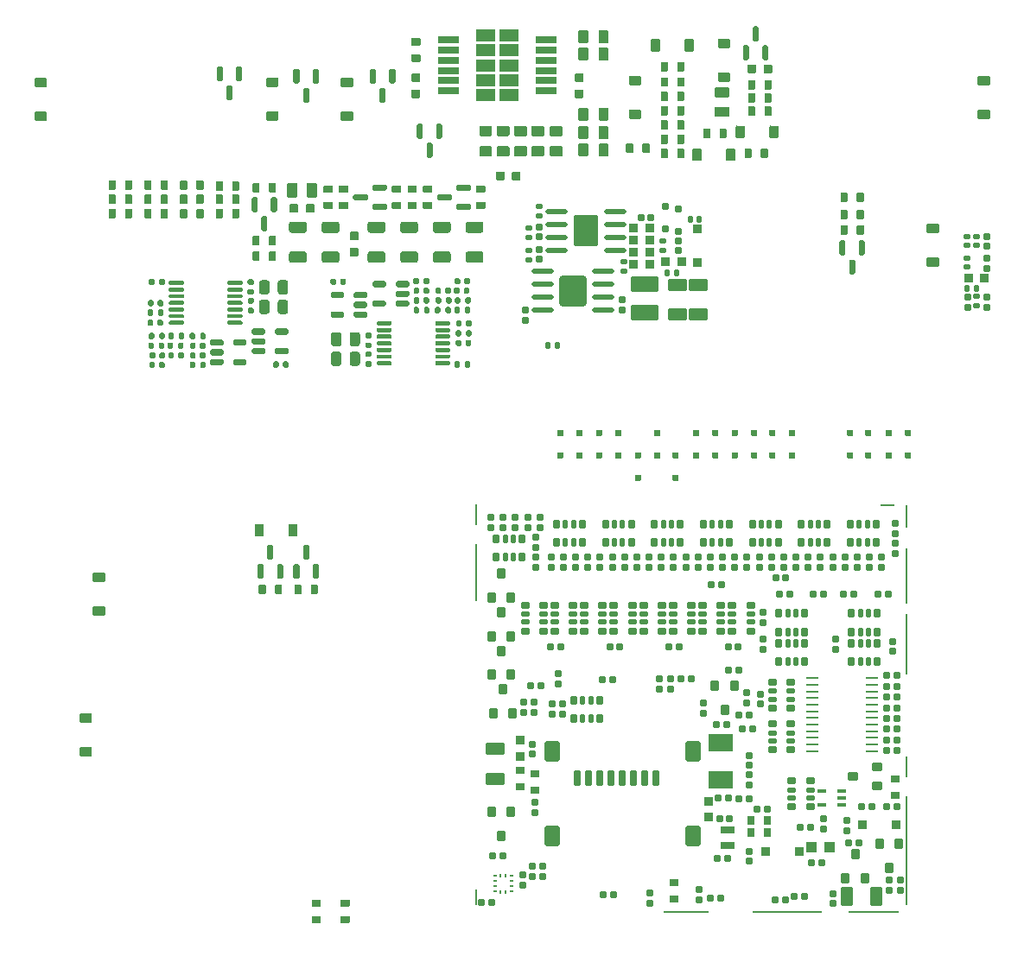
<source format=gbp>
G75*
G70*
%OFA0B0*%
%FSLAX25Y25*%
%IPPOS*%
%LPD*%
%AMOC8*
5,1,8,0,0,1.08239X$1,22.5*
%
%AMM132*
21,1,0.035430,0.030320,-0.000000,-0.000000,270.000000*
21,1,0.028350,0.037400,-0.000000,-0.000000,270.000000*
1,1,0.007090,-0.015160,-0.014170*
1,1,0.007090,-0.015160,0.014170*
1,1,0.007090,0.015160,0.014170*
1,1,0.007090,0.015160,-0.014170*
%
%AMM134*
21,1,0.035830,0.026770,-0.000000,-0.000000,180.000000*
21,1,0.029130,0.033470,-0.000000,-0.000000,180.000000*
1,1,0.006690,-0.014570,0.013390*
1,1,0.006690,0.014570,0.013390*
1,1,0.006690,0.014570,-0.013390*
1,1,0.006690,-0.014570,-0.013390*
%
%AMM136*
21,1,0.070870,0.036220,-0.000000,-0.000000,270.000000*
21,1,0.061810,0.045280,-0.000000,-0.000000,270.000000*
1,1,0.009060,-0.018110,-0.030910*
1,1,0.009060,-0.018110,0.030910*
1,1,0.009060,0.018110,0.030910*
1,1,0.009060,0.018110,-0.030910*
%
%AMM156*
21,1,0.033470,0.026770,-0.000000,-0.000000,90.000000*
21,1,0.026770,0.033470,-0.000000,-0.000000,90.000000*
1,1,0.006690,0.013390,0.013390*
1,1,0.006690,0.013390,-0.013390*
1,1,0.006690,-0.013390,-0.013390*
1,1,0.006690,-0.013390,0.013390*
%
%AMM170*
21,1,0.035830,0.026770,0.000000,-0.000000,270.000000*
21,1,0.029130,0.033470,0.000000,-0.000000,270.000000*
1,1,0.006690,-0.013390,-0.014570*
1,1,0.006690,-0.013390,0.014570*
1,1,0.006690,0.013390,0.014570*
1,1,0.006690,0.013390,-0.014570*
%
%AMM172*
21,1,0.070870,0.036220,0.000000,-0.000000,0.000000*
21,1,0.061810,0.045280,0.000000,-0.000000,0.000000*
1,1,0.009060,0.030910,-0.018110*
1,1,0.009060,-0.030910,-0.018110*
1,1,0.009060,-0.030910,0.018110*
1,1,0.009060,0.030910,0.018110*
%
%AMM175*
21,1,0.023620,0.018900,0.000000,-0.000000,0.000000*
21,1,0.018900,0.023620,0.000000,-0.000000,0.000000*
1,1,0.004720,0.009450,-0.009450*
1,1,0.004720,-0.009450,-0.009450*
1,1,0.004720,-0.009450,0.009450*
1,1,0.004720,0.009450,0.009450*
%
%AMM176*
21,1,0.019680,0.019680,0.000000,-0.000000,270.000000*
21,1,0.015750,0.023620,0.000000,-0.000000,270.000000*
1,1,0.003940,-0.009840,-0.007870*
1,1,0.003940,-0.009840,0.007870*
1,1,0.003940,0.009840,0.007870*
1,1,0.003940,0.009840,-0.007870*
%
%AMM177*
21,1,0.019680,0.019680,0.000000,-0.000000,180.000000*
21,1,0.015750,0.023620,0.000000,-0.000000,180.000000*
1,1,0.003940,-0.007870,0.009840*
1,1,0.003940,0.007870,0.009840*
1,1,0.003940,0.007870,-0.009840*
1,1,0.003940,-0.007870,-0.009840*
%
%AMM191*
21,1,0.106300,0.050390,0.000000,-0.000000,0.000000*
21,1,0.093700,0.062990,0.000000,-0.000000,0.000000*
1,1,0.012600,0.046850,-0.025200*
1,1,0.012600,-0.046850,-0.025200*
1,1,0.012600,-0.046850,0.025200*
1,1,0.012600,0.046850,0.025200*
%
%AMM192*
21,1,0.033470,0.026770,0.000000,-0.000000,180.000000*
21,1,0.026770,0.033470,0.000000,-0.000000,180.000000*
1,1,0.006690,-0.013390,0.013390*
1,1,0.006690,0.013390,0.013390*
1,1,0.006690,0.013390,-0.013390*
1,1,0.006690,-0.013390,-0.013390*
%
%AMM193*
21,1,0.023620,0.018900,0.000000,-0.000000,90.000000*
21,1,0.018900,0.023620,0.000000,-0.000000,90.000000*
1,1,0.004720,0.009450,0.009450*
1,1,0.004720,0.009450,-0.009450*
1,1,0.004720,-0.009450,-0.009450*
1,1,0.004720,-0.009450,0.009450*
%
%AMM194*
21,1,0.122050,0.075590,0.000000,-0.000000,90.000000*
21,1,0.103150,0.094490,0.000000,-0.000000,90.000000*
1,1,0.018900,0.037800,0.051580*
1,1,0.018900,0.037800,-0.051580*
1,1,0.018900,-0.037800,-0.051580*
1,1,0.018900,-0.037800,0.051580*
%
%AMM195*
21,1,0.118110,0.083460,0.000000,-0.000000,270.000000*
21,1,0.097240,0.104330,0.000000,-0.000000,270.000000*
1,1,0.020870,-0.041730,-0.048620*
1,1,0.020870,-0.041730,0.048620*
1,1,0.020870,0.041730,0.048620*
1,1,0.020870,0.041730,-0.048620*
%
%AMM206*
21,1,0.027560,0.030710,-0.000000,-0.000000,180.000000*
21,1,0.022050,0.036220,-0.000000,-0.000000,180.000000*
1,1,0.005510,-0.011020,0.015350*
1,1,0.005510,0.011020,0.015350*
1,1,0.005510,0.011020,-0.015350*
1,1,0.005510,-0.011020,-0.015350*
%
%AMM267*
21,1,0.027560,0.018900,-0.000000,-0.000000,0.000000*
21,1,0.022840,0.023620,-0.000000,-0.000000,0.000000*
1,1,0.004720,0.011420,-0.009450*
1,1,0.004720,-0.011420,-0.009450*
1,1,0.004720,-0.011420,0.009450*
1,1,0.004720,0.011420,0.009450*
%
%AMM270*
21,1,0.025590,0.026380,-0.000000,-0.000000,270.000000*
21,1,0.020470,0.031500,-0.000000,-0.000000,270.000000*
1,1,0.005120,-0.013190,-0.010240*
1,1,0.005120,-0.013190,0.010240*
1,1,0.005120,0.013190,0.010240*
1,1,0.005120,0.013190,-0.010240*
%
%AMM271*
21,1,0.017720,0.027950,-0.000000,-0.000000,270.000000*
21,1,0.014170,0.031500,-0.000000,-0.000000,270.000000*
1,1,0.003540,-0.013980,-0.007090*
1,1,0.003540,-0.013980,0.007090*
1,1,0.003540,0.013980,0.007090*
1,1,0.003540,0.013980,-0.007090*
%
%AMM273*
21,1,0.012600,0.028980,-0.000000,-0.000000,270.000000*
21,1,0.010080,0.031500,-0.000000,-0.000000,270.000000*
1,1,0.002520,-0.014490,-0.005040*
1,1,0.002520,-0.014490,0.005040*
1,1,0.002520,0.014490,0.005040*
1,1,0.002520,0.014490,-0.005040*
%
%AMM276*
21,1,0.027560,0.018900,-0.000000,-0.000000,270.000000*
21,1,0.022840,0.023620,-0.000000,-0.000000,270.000000*
1,1,0.004720,-0.009450,-0.011420*
1,1,0.004720,-0.009450,0.011420*
1,1,0.004720,0.009450,0.011420*
1,1,0.004720,0.009450,-0.011420*
%
%AMM293*
21,1,0.035430,0.030320,-0.000000,-0.000000,0.000000*
21,1,0.028350,0.037400,-0.000000,-0.000000,0.000000*
1,1,0.007090,0.014170,-0.015160*
1,1,0.007090,-0.014170,-0.015160*
1,1,0.007090,-0.014170,0.015160*
1,1,0.007090,0.014170,0.015160*
%
%AMM294*
21,1,0.070870,0.036220,-0.000000,-0.000000,180.000000*
21,1,0.061810,0.045280,-0.000000,-0.000000,180.000000*
1,1,0.009060,-0.030910,0.018110*
1,1,0.009060,0.030910,0.018110*
1,1,0.009060,0.030910,-0.018110*
1,1,0.009060,-0.030910,-0.018110*
%
%AMM295*
21,1,0.059060,0.020470,-0.000000,-0.000000,270.000000*
21,1,0.053940,0.025590,-0.000000,-0.000000,270.000000*
1,1,0.005120,-0.010240,-0.026970*
1,1,0.005120,-0.010240,0.026970*
1,1,0.005120,0.010240,0.026970*
1,1,0.005120,0.010240,-0.026970*
%
%AMM296*
21,1,0.078740,0.045670,-0.000000,-0.000000,270.000000*
21,1,0.067320,0.057090,-0.000000,-0.000000,270.000000*
1,1,0.011420,-0.022840,-0.033660*
1,1,0.011420,-0.022840,0.033660*
1,1,0.011420,0.022840,0.033660*
1,1,0.011420,0.022840,-0.033660*
%
%AMM297*
21,1,0.025590,0.026380,-0.000000,-0.000000,180.000000*
21,1,0.020470,0.031500,-0.000000,-0.000000,180.000000*
1,1,0.005120,-0.010240,0.013190*
1,1,0.005120,0.010240,0.013190*
1,1,0.005120,0.010240,-0.013190*
1,1,0.005120,-0.010240,-0.013190*
%
%AMM298*
21,1,0.017720,0.027950,-0.000000,-0.000000,180.000000*
21,1,0.014170,0.031500,-0.000000,-0.000000,180.000000*
1,1,0.003540,-0.007090,0.013980*
1,1,0.003540,0.007090,0.013980*
1,1,0.003540,0.007090,-0.013980*
1,1,0.003540,-0.007090,-0.013980*
%
%AMM299*
21,1,0.027560,0.030710,-0.000000,-0.000000,270.000000*
21,1,0.022050,0.036220,-0.000000,-0.000000,270.000000*
1,1,0.005510,-0.015350,-0.011020*
1,1,0.005510,-0.015350,0.011020*
1,1,0.005510,0.015350,0.011020*
1,1,0.005510,0.015350,-0.011020*
%
%AMM300*
21,1,0.027560,0.049610,-0.000000,-0.000000,90.000000*
21,1,0.022050,0.055120,-0.000000,-0.000000,90.000000*
1,1,0.005510,0.024800,0.011020*
1,1,0.005510,0.024800,-0.011020*
1,1,0.005510,-0.024800,-0.011020*
1,1,0.005510,-0.024800,0.011020*
%
%ADD136O,0.04961X0.00984*%
%ADD203R,0.03937X0.04331*%
%ADD208R,0.09449X0.06693*%
%ADD213R,0.00984X0.01378*%
%ADD214R,0.01378X0.00984*%
%ADD266O,0.08661X0.01968*%
%ADD278M132*%
%ADD280M134*%
%ADD282M136*%
%ADD302M156*%
%ADD316M170*%
%ADD318M172*%
%ADD321M175*%
%ADD322M176*%
%ADD323M177*%
%ADD337M191*%
%ADD338M192*%
%ADD339M193*%
%ADD340M194*%
%ADD341M195*%
%ADD358M206*%
%ADD36R,0.00787X0.09055*%
%ADD37R,0.00787X0.42126*%
%ADD38R,0.00787X0.08268*%
%ADD39R,0.00787X0.23622*%
%ADD40R,0.00787X0.21260*%
%ADD41R,0.05512X0.00787*%
%ADD42R,0.19685X0.00787*%
%ADD43R,0.26772X0.00787*%
%ADD44R,0.17717X0.00787*%
%ADD444M267*%
%ADD447M270*%
%ADD448M271*%
%ADD45R,0.00787X0.06299*%
%ADD450M273*%
%ADD453M276*%
%ADD46R,0.00787X0.22441*%
%ADD47R,0.00787X0.07874*%
%ADD470M293*%
%ADD471M294*%
%ADD472M295*%
%ADD473M296*%
%ADD474M297*%
%ADD475M298*%
%ADD476M299*%
%ADD477M300*%
%ADD77R,0.07874X0.02559*%
%ADD82R,0.07677X0.04567*%
X0000000Y0000000D02*
%LPD*%
G01*
D36*
X0340945Y0167913D03*
D37*
X0340945Y0038780D03*
D38*
X0340945Y0071063D03*
D39*
X0340945Y0118504D03*
D40*
X0340945Y0144882D03*
D41*
X0333858Y0172047D03*
D42*
X0328346Y0014961D03*
D43*
X0294882Y0014961D03*
D44*
X0256102Y0014961D03*
D45*
X0175197Y0020866D03*
D46*
X0175197Y0146260D03*
D47*
X0175197Y0168504D03*
G36*
G01*
X0088780Y0293100D02*
X0088780Y0296171D01*
G75*
G02*
X0089055Y0296447I0000276J0000000D01*
G01*
X0091260Y0296447D01*
G75*
G02*
X0091535Y0296171I0000000J-000276D01*
G01*
X0091535Y0293100D01*
G75*
G02*
X0091260Y0292825I-000276J0000000D01*
G01*
X0089055Y0292825D01*
G75*
G02*
X0088780Y0293100I0000000J0000276D01*
G01*
G37*
G36*
G01*
X0095079Y0293100D02*
X0095079Y0296171D01*
G75*
G02*
X0095354Y0296447I0000276J0000000D01*
G01*
X0097559Y0296447D01*
G75*
G02*
X0097835Y0296171I0000000J-000276D01*
G01*
X0097835Y0293100D01*
G75*
G02*
X0097559Y0292825I-000276J0000000D01*
G01*
X0095354Y0292825D01*
G75*
G02*
X0095079Y0293100I0000000J0000276D01*
G01*
G37*
G36*
G01*
X0112697Y0287953D02*
X0112697Y0285276D01*
G75*
G02*
X0112362Y0284941I-000335J0000000D01*
G01*
X0109685Y0284941D01*
G75*
G02*
X0109350Y0285276I0000000J0000335D01*
G01*
X0109350Y0287953D01*
G75*
G02*
X0109685Y0288287I0000335J0000000D01*
G01*
X0112362Y0288287D01*
G75*
G02*
X0112697Y0287953I0000000J-000335D01*
G01*
G37*
G36*
G01*
X0106476Y0287953D02*
X0106476Y0285276D01*
G75*
G02*
X0106142Y0284941I-000335J0000000D01*
G01*
X0103465Y0284941D01*
G75*
G02*
X0103130Y0285276I0000000J0000335D01*
G01*
X0103130Y0287953D01*
G75*
G02*
X0103465Y0288287I0000335J0000000D01*
G01*
X0106142Y0288287D01*
G75*
G02*
X0106476Y0287953I0000000J-000335D01*
G01*
G37*
G36*
G01*
X0315551Y0276811D02*
X0315551Y0279882D01*
G75*
G02*
X0315827Y0280157I0000276J0000000D01*
G01*
X0318031Y0280157D01*
G75*
G02*
X0318307Y0279882I0000000J-000276D01*
G01*
X0318307Y0276811D01*
G75*
G02*
X0318031Y0276535I-000276J0000000D01*
G01*
X0315827Y0276535D01*
G75*
G02*
X0315551Y0276811I0000000J0000276D01*
G01*
G37*
G36*
G01*
X0321850Y0276811D02*
X0321850Y0279882D01*
G75*
G02*
X0322126Y0280157I0000276J0000000D01*
G01*
X0324331Y0280157D01*
G75*
G02*
X0324606Y0279882I0000000J-000276D01*
G01*
X0324606Y0276811D01*
G75*
G02*
X0324331Y0276535I-000276J0000000D01*
G01*
X0322126Y0276535D01*
G75*
G02*
X0321850Y0276811I0000000J0000276D01*
G01*
G37*
G36*
G01*
X0153289Y0343268D02*
X0150218Y0343268D01*
G75*
G02*
X0149942Y0343543I0000000J0000276D01*
G01*
X0149942Y0345748D01*
G75*
G02*
X0150218Y0346024I0000276J0000000D01*
G01*
X0153289Y0346024D01*
G75*
G02*
X0153564Y0345748I0000000J-000276D01*
G01*
X0153564Y0343543D01*
G75*
G02*
X0153289Y0343268I-000276J0000000D01*
G01*
G37*
G36*
G01*
X0153289Y0349567D02*
X0150218Y0349567D01*
G75*
G02*
X0149942Y0349843I0000000J0000276D01*
G01*
X0149942Y0352047D01*
G75*
G02*
X0150218Y0352323I0000276J0000000D01*
G01*
X0153289Y0352323D01*
G75*
G02*
X0153564Y0352047I0000000J-000276D01*
G01*
X0153564Y0349843D01*
G75*
G02*
X0153289Y0349567I-000276J0000000D01*
G01*
G37*
G36*
G01*
X0298031Y0192283D02*
X0298031Y0190394D01*
G75*
G02*
X0297795Y0190157I-000236J0000000D01*
G01*
X0295906Y0190157D01*
G75*
G02*
X0295669Y0190394I0000000J0000236D01*
G01*
X0295669Y0192283D01*
G75*
G02*
X0295906Y0192520I0000236J0000000D01*
G01*
X0297795Y0192520D01*
G75*
G02*
X0298031Y0192283I0000000J-000236D01*
G01*
G37*
G36*
G01*
X0298031Y0200945D02*
X0298031Y0199055D01*
G75*
G02*
X0297795Y0198819I-000236J0000000D01*
G01*
X0295906Y0198819D01*
G75*
G02*
X0295669Y0199055I0000000J0000236D01*
G01*
X0295669Y0200945D01*
G75*
G02*
X0295906Y0201181I0000236J0000000D01*
G01*
X0297795Y0201181D01*
G75*
G02*
X0298031Y0200945I0000000J-000236D01*
G01*
G37*
G36*
G01*
X0150415Y0338799D02*
X0153092Y0338799D01*
G75*
G02*
X0153426Y0338465I0000000J-000335D01*
G01*
X0153426Y0335787D01*
G75*
G02*
X0153092Y0335453I-000335J0000000D01*
G01*
X0150415Y0335453D01*
G75*
G02*
X0150080Y0335787I0000000J0000335D01*
G01*
X0150080Y0338465D01*
G75*
G02*
X0150415Y0338799I0000335J0000000D01*
G01*
G37*
G36*
G01*
X0150415Y0332579D02*
X0153092Y0332579D01*
G75*
G02*
X0153426Y0332244I0000000J-000335D01*
G01*
X0153426Y0329567D01*
G75*
G02*
X0153092Y0329232I-000335J0000000D01*
G01*
X0150415Y0329232D01*
G75*
G02*
X0150080Y0329567I0000000J0000335D01*
G01*
X0150080Y0332244D01*
G75*
G02*
X0150415Y0332579I0000335J0000000D01*
G01*
G37*
G36*
G01*
X0223622Y0192283D02*
X0223622Y0190394D01*
G75*
G02*
X0223386Y0190157I-000236J0000000D01*
G01*
X0221496Y0190157D01*
G75*
G02*
X0221260Y0190394I0000000J0000236D01*
G01*
X0221260Y0192283D01*
G75*
G02*
X0221496Y0192520I0000236J0000000D01*
G01*
X0223386Y0192520D01*
G75*
G02*
X0223622Y0192283I0000000J-000236D01*
G01*
G37*
G36*
G01*
X0223622Y0200945D02*
X0223622Y0199055D01*
G75*
G02*
X0223386Y0198819I-000236J0000000D01*
G01*
X0221496Y0198819D01*
G75*
G02*
X0221260Y0199055I0000000J0000236D01*
G01*
X0221260Y0200945D01*
G75*
G02*
X0221496Y0201181I0000236J0000000D01*
G01*
X0223386Y0201181D01*
G75*
G02*
X0223622Y0200945I0000000J-000236D01*
G01*
G37*
G36*
G01*
X0047047Y0283110D02*
X0047047Y0286181D01*
G75*
G02*
X0047323Y0286457I0000276J0000000D01*
G01*
X0049528Y0286457D01*
G75*
G02*
X0049803Y0286181I0000000J-000276D01*
G01*
X0049803Y0283110D01*
G75*
G02*
X0049528Y0282835I-000276J0000000D01*
G01*
X0047323Y0282835D01*
G75*
G02*
X0047047Y0283110I0000000J0000276D01*
G01*
G37*
G36*
G01*
X0053346Y0283110D02*
X0053346Y0286181D01*
G75*
G02*
X0053622Y0286457I0000276J0000000D01*
G01*
X0055827Y0286457D01*
G75*
G02*
X0056102Y0286181I0000000J-000276D01*
G01*
X0056102Y0283110D01*
G75*
G02*
X0055827Y0282835I-000276J0000000D01*
G01*
X0053622Y0282835D01*
G75*
G02*
X0053346Y0283110I0000000J0000276D01*
G01*
G37*
G36*
G01*
X0246260Y0317362D02*
X0246260Y0320433D01*
G75*
G02*
X0246535Y0320709I0000276J0000000D01*
G01*
X0248740Y0320709D01*
G75*
G02*
X0249016Y0320433I0000000J-000276D01*
G01*
X0249016Y0317362D01*
G75*
G02*
X0248740Y0317087I-000276J0000000D01*
G01*
X0246535Y0317087D01*
G75*
G02*
X0246260Y0317362I0000000J0000276D01*
G01*
G37*
G36*
G01*
X0252559Y0317362D02*
X0252559Y0320433D01*
G75*
G02*
X0252835Y0320709I0000276J0000000D01*
G01*
X0255039Y0320709D01*
G75*
G02*
X0255315Y0320433I0000000J-000276D01*
G01*
X0255315Y0317362D01*
G75*
G02*
X0255039Y0317087I-000276J0000000D01*
G01*
X0252835Y0317087D01*
G75*
G02*
X0252559Y0317362I0000000J0000276D01*
G01*
G37*
G36*
G01*
X0047047Y0294134D02*
X0047047Y0297205D01*
G75*
G02*
X0047323Y0297480I0000276J0000000D01*
G01*
X0049528Y0297480D01*
G75*
G02*
X0049803Y0297205I0000000J-000276D01*
G01*
X0049803Y0294134D01*
G75*
G02*
X0049528Y0293858I-000276J0000000D01*
G01*
X0047323Y0293858D01*
G75*
G02*
X0047047Y0294134I0000000J0000276D01*
G01*
G37*
G36*
G01*
X0053346Y0294134D02*
X0053346Y0297205D01*
G75*
G02*
X0053622Y0297480I0000276J0000000D01*
G01*
X0055827Y0297480D01*
G75*
G02*
X0056102Y0297205I0000000J-000276D01*
G01*
X0056102Y0294134D01*
G75*
G02*
X0055827Y0293858I-000276J0000000D01*
G01*
X0053622Y0293858D01*
G75*
G02*
X0053346Y0294134I0000000J0000276D01*
G01*
G37*
G36*
G01*
X0275197Y0314232D02*
X0275197Y0318248D01*
G75*
G02*
X0275551Y0318602I0000354J0000000D01*
G01*
X0278386Y0318602D01*
G75*
G02*
X0278740Y0318248I0000000J-000354D01*
G01*
X0278740Y0314232D01*
G75*
G02*
X0278386Y0313878I-000354J0000000D01*
G01*
X0275551Y0313878D01*
G75*
G02*
X0275197Y0314232I0000000J0000354D01*
G01*
G37*
G36*
G01*
X0288189Y0314232D02*
X0288189Y0318248D01*
G75*
G02*
X0288543Y0318602I0000354J0000000D01*
G01*
X0291378Y0318602D01*
G75*
G02*
X0291732Y0318248I0000000J-000354D01*
G01*
X0291732Y0314232D01*
G75*
G02*
X0291378Y0313878I-000354J0000000D01*
G01*
X0288543Y0313878D01*
G75*
G02*
X0288189Y0314232I0000000J0000354D01*
G01*
G37*
G36*
G01*
X0192185Y0300551D02*
X0192185Y0297874D01*
G75*
G02*
X0191850Y0297539I-000335J0000000D01*
G01*
X0189173Y0297539D01*
G75*
G02*
X0188839Y0297874I0000000J0000335D01*
G01*
X0188839Y0300551D01*
G75*
G02*
X0189173Y0300886I0000335J0000000D01*
G01*
X0191850Y0300886D01*
G75*
G02*
X0192185Y0300551I0000000J-000335D01*
G01*
G37*
G36*
G01*
X0185965Y0300551D02*
X0185965Y0297874D01*
G75*
G02*
X0185630Y0297539I-000335J0000000D01*
G01*
X0182953Y0297539D01*
G75*
G02*
X0182618Y0297874I0000000J0000335D01*
G01*
X0182618Y0300551D01*
G75*
G02*
X0182953Y0300886I0000335J0000000D01*
G01*
X0185630Y0300886D01*
G75*
G02*
X0185965Y0300551I0000000J-000335D01*
G01*
G37*
G36*
G01*
X0236220Y0190394D02*
X0236220Y0192283D01*
G75*
G02*
X0236457Y0192520I0000236J0000000D01*
G01*
X0238346Y0192520D01*
G75*
G02*
X0238583Y0192283I0000000J-000236D01*
G01*
X0238583Y0190394D01*
G75*
G02*
X0238346Y0190157I-000236J0000000D01*
G01*
X0236457Y0190157D01*
G75*
G02*
X0236220Y0190394I0000000J0000236D01*
G01*
G37*
G36*
G01*
X0236220Y0181732D02*
X0236220Y0183622D01*
G75*
G02*
X0236457Y0183858I0000236J0000000D01*
G01*
X0238346Y0183858D01*
G75*
G02*
X0238583Y0183622I0000000J-000236D01*
G01*
X0238583Y0181732D01*
G75*
G02*
X0238346Y0181496I-000236J0000000D01*
G01*
X0236457Y0181496D01*
G75*
G02*
X0236220Y0181732I0000000J0000236D01*
G01*
G37*
G36*
G01*
X0216084Y0329232D02*
X0213407Y0329232D01*
G75*
G02*
X0213072Y0329567I0000000J0000335D01*
G01*
X0213072Y0332244D01*
G75*
G02*
X0213407Y0332579I0000335J0000000D01*
G01*
X0216084Y0332579D01*
G75*
G02*
X0216418Y0332244I0000000J-000335D01*
G01*
X0216418Y0329567D01*
G75*
G02*
X0216084Y0329232I-000335J0000000D01*
G01*
G37*
G36*
G01*
X0216084Y0335453D02*
X0213407Y0335453D01*
G75*
G02*
X0213072Y0335787I0000000J0000335D01*
G01*
X0213072Y0338465D01*
G75*
G02*
X0213407Y0338799I0000335J0000000D01*
G01*
X0216084Y0338799D01*
G75*
G02*
X0216418Y0338465I0000000J-000335D01*
G01*
X0216418Y0335787D01*
G75*
G02*
X0216084Y0335453I-000335J0000000D01*
G01*
G37*
G36*
G01*
X0075591Y0341486D02*
X0076772Y0341486D01*
G75*
G02*
X0077362Y0340896I0000000J-000591D01*
G01*
X0077362Y0336270D01*
G75*
G02*
X0076772Y0335679I-000591J0000000D01*
G01*
X0075591Y0335679D01*
G75*
G02*
X0075000Y0336270I0000000J0000591D01*
G01*
X0075000Y0340896D01*
G75*
G02*
X0075591Y0341486I0000591J0000000D01*
G01*
G37*
G36*
G01*
X0083071Y0341486D02*
X0084252Y0341486D01*
G75*
G02*
X0084843Y0340896I0000000J-000591D01*
G01*
X0084843Y0336270D01*
G75*
G02*
X0084252Y0335679I-000591J0000000D01*
G01*
X0083071Y0335679D01*
G75*
G02*
X0082480Y0336270I0000000J0000591D01*
G01*
X0082480Y0340896D01*
G75*
G02*
X0083071Y0341486I0000591J0000000D01*
G01*
G37*
G36*
G01*
X0079331Y0334104D02*
X0080512Y0334104D01*
G75*
G02*
X0081102Y0333514I0000000J-000591D01*
G01*
X0081102Y0328888D01*
G75*
G02*
X0080512Y0328297I-000591J0000000D01*
G01*
X0079331Y0328297D01*
G75*
G02*
X0078740Y0328888I0000000J0000591D01*
G01*
X0078740Y0333514D01*
G75*
G02*
X0079331Y0334104I0000591J0000000D01*
G01*
G37*
G36*
G01*
X0327510Y0192289D02*
X0327510Y0190400D01*
G75*
G02*
X0327274Y0190163I-000236J0000000D01*
G01*
X0325384Y0190163D01*
G75*
G02*
X0325148Y0190400I0000000J0000236D01*
G01*
X0325148Y0192289D01*
G75*
G02*
X0325384Y0192526I0000236J0000000D01*
G01*
X0327274Y0192526D01*
G75*
G02*
X0327510Y0192289I0000000J-000236D01*
G01*
G37*
G36*
G01*
X0327510Y0200951D02*
X0327510Y0199061D01*
G75*
G02*
X0327274Y0198825I-000236J0000000D01*
G01*
X0325384Y0198825D01*
G75*
G02*
X0325148Y0199061I0000000J0000236D01*
G01*
X0325148Y0200951D01*
G75*
G02*
X0325384Y0201187I0000236J0000000D01*
G01*
X0327274Y0201187D01*
G75*
G02*
X0327510Y0200951I0000000J-000236D01*
G01*
G37*
G36*
G01*
X0173130Y0295276D02*
X0173130Y0294094D01*
G75*
G02*
X0172539Y0293504I-000591J0000000D01*
G01*
X0167913Y0293504D01*
G75*
G02*
X0167323Y0294094I0000000J0000591D01*
G01*
X0167323Y0295276D01*
G75*
G02*
X0167913Y0295866I0000591J0000000D01*
G01*
X0172539Y0295866D01*
G75*
G02*
X0173130Y0295276I0000000J-000591D01*
G01*
G37*
G36*
G01*
X0165748Y0291535D02*
X0165748Y0290354D01*
G75*
G02*
X0165157Y0289764I-000591J0000000D01*
G01*
X0160531Y0289764D01*
G75*
G02*
X0159941Y0290354I0000000J0000591D01*
G01*
X0159941Y0291535D01*
G75*
G02*
X0160531Y0292126I0000591J0000000D01*
G01*
X0165157Y0292126D01*
G75*
G02*
X0165748Y0291535I0000000J-000591D01*
G01*
G37*
G36*
G01*
X0173130Y0287795D02*
X0173130Y0286614D01*
G75*
G02*
X0172539Y0286024I-000591J0000000D01*
G01*
X0167913Y0286024D01*
G75*
G02*
X0167323Y0286614I0000000J0000591D01*
G01*
X0167323Y0287795D01*
G75*
G02*
X0167913Y0288386I0000591J0000000D01*
G01*
X0172539Y0288386D01*
G75*
G02*
X0173130Y0287795I0000000J-000591D01*
G01*
G37*
G36*
G01*
X0151673Y0265650D02*
X0146752Y0265650D01*
G75*
G02*
X0145768Y0266634I0000000J0000984D01*
G01*
X0145768Y0269094D01*
G75*
G02*
X0146752Y0270079I0000984J0000000D01*
G01*
X0151673Y0270079D01*
G75*
G02*
X0152657Y0269094I0000000J-000984D01*
G01*
X0152657Y0266634D01*
G75*
G02*
X0151673Y0265650I-000984J0000000D01*
G01*
G37*
G36*
G01*
X0151673Y0277165D02*
X0146752Y0277165D01*
G75*
G02*
X0145768Y0278150I0000000J0000984D01*
G01*
X0145768Y0280610D01*
G75*
G02*
X0146752Y0281594I0000984J0000000D01*
G01*
X0151673Y0281594D01*
G75*
G02*
X0152657Y0280610I0000000J-000984D01*
G01*
X0152657Y0278150D01*
G75*
G02*
X0151673Y0277165I-000984J0000000D01*
G01*
G37*
G36*
G01*
X0091142Y0138061D02*
X0091142Y0141132D01*
G75*
G02*
X0091417Y0141408I0000276J0000000D01*
G01*
X0093622Y0141408D01*
G75*
G02*
X0093898Y0141132I0000000J-000276D01*
G01*
X0093898Y0138061D01*
G75*
G02*
X0093622Y0137786I-000276J0000000D01*
G01*
X0091417Y0137786D01*
G75*
G02*
X0091142Y0138061I0000000J0000276D01*
G01*
G37*
G36*
G01*
X0097441Y0138061D02*
X0097441Y0141132D01*
G75*
G02*
X0097717Y0141408I0000276J0000000D01*
G01*
X0099921Y0141408D01*
G75*
G02*
X0100197Y0141132I0000000J-000276D01*
G01*
X0100197Y0138061D01*
G75*
G02*
X0099921Y0137786I-000276J0000000D01*
G01*
X0097717Y0137786D01*
G75*
G02*
X0097441Y0138061I0000000J0000276D01*
G01*
G37*
G36*
G01*
X0026496Y0075197D02*
X0022480Y0075197D01*
G75*
G02*
X0022126Y0075551I0000000J0000354D01*
G01*
X0022126Y0078386D01*
G75*
G02*
X0022480Y0078740I0000354J0000000D01*
G01*
X0026496Y0078740D01*
G75*
G02*
X0026850Y0078386I0000000J-000354D01*
G01*
X0026850Y0075551D01*
G75*
G02*
X0026496Y0075197I-000354J0000000D01*
G01*
G37*
G36*
G01*
X0026496Y0088189D02*
X0022480Y0088189D01*
G75*
G02*
X0022126Y0088543I0000000J0000354D01*
G01*
X0022126Y0091378D01*
G75*
G02*
X0022480Y0091732I0000354J0000000D01*
G01*
X0026496Y0091732D01*
G75*
G02*
X0026850Y0091378I0000000J-000354D01*
G01*
X0026850Y0088543D01*
G75*
G02*
X0026496Y0088189I-000354J0000000D01*
G01*
G37*
G36*
G01*
X0231053Y0192289D02*
X0231053Y0190400D01*
G75*
G02*
X0230817Y0190163I-000236J0000000D01*
G01*
X0228927Y0190163D01*
G75*
G02*
X0228691Y0190400I0000000J0000236D01*
G01*
X0228691Y0192289D01*
G75*
G02*
X0228927Y0192526I0000236J0000000D01*
G01*
X0230817Y0192526D01*
G75*
G02*
X0231053Y0192289I0000000J-000236D01*
G01*
G37*
G36*
G01*
X0231053Y0200951D02*
X0231053Y0199061D01*
G75*
G02*
X0230817Y0198825I-000236J0000000D01*
G01*
X0228927Y0198825D01*
G75*
G02*
X0228691Y0199061I0000000J0000236D01*
G01*
X0228691Y0200951D01*
G75*
G02*
X0228927Y0201187I0000236J0000000D01*
G01*
X0230817Y0201187D01*
G75*
G02*
X0231053Y0200951I0000000J-000236D01*
G01*
G37*
G36*
G01*
X0278543Y0306437D02*
X0278543Y0309508D01*
G75*
G02*
X0278819Y0309783I0000276J0000000D01*
G01*
X0281024Y0309783D01*
G75*
G02*
X0281299Y0309508I0000000J-000276D01*
G01*
X0281299Y0306437D01*
G75*
G02*
X0281024Y0306161I-000276J0000000D01*
G01*
X0278819Y0306161D01*
G75*
G02*
X0278543Y0306437I0000000J0000276D01*
G01*
G37*
G36*
G01*
X0284843Y0306437D02*
X0284843Y0309508D01*
G75*
G02*
X0285118Y0309783I0000276J0000000D01*
G01*
X0287323Y0309783D01*
G75*
G02*
X0287598Y0309508I0000000J-000276D01*
G01*
X0287598Y0306437D01*
G75*
G02*
X0287323Y0306161I-000276J0000000D01*
G01*
X0285118Y0306161D01*
G75*
G02*
X0284843Y0306437I0000000J0000276D01*
G01*
G37*
G36*
G01*
X0324606Y0285787D02*
X0324606Y0282717D01*
G75*
G02*
X0324331Y0282441I-000276J0000000D01*
G01*
X0322126Y0282441D01*
G75*
G02*
X0321850Y0282717I0000000J0000276D01*
G01*
X0321850Y0285787D01*
G75*
G02*
X0322126Y0286063I0000276J0000000D01*
G01*
X0324331Y0286063D01*
G75*
G02*
X0324606Y0285787I0000000J-000276D01*
G01*
G37*
G36*
G01*
X0318307Y0285787D02*
X0318307Y0282717D01*
G75*
G02*
X0318031Y0282441I-000276J0000000D01*
G01*
X0315827Y0282441D01*
G75*
G02*
X0315551Y0282717I0000000J0000276D01*
G01*
X0315551Y0285787D01*
G75*
G02*
X0315827Y0286063I0000276J0000000D01*
G01*
X0318031Y0286063D01*
G75*
G02*
X0318307Y0285787I0000000J-000276D01*
G01*
G37*
G36*
G01*
X0353209Y0264075D02*
X0349193Y0264075D01*
G75*
G02*
X0348839Y0264429I0000000J0000354D01*
G01*
X0348839Y0267264D01*
G75*
G02*
X0349193Y0267618I0000354J0000000D01*
G01*
X0353209Y0267618D01*
G75*
G02*
X0353563Y0267264I0000000J-000354D01*
G01*
X0353563Y0264429D01*
G75*
G02*
X0353209Y0264075I-000354J0000000D01*
G01*
G37*
G36*
G01*
X0353209Y0277067D02*
X0349193Y0277067D01*
G75*
G02*
X0348839Y0277421I0000000J0000354D01*
G01*
X0348839Y0280256D01*
G75*
G02*
X0349193Y0280610I0000354J0000000D01*
G01*
X0353209Y0280610D01*
G75*
G02*
X0353563Y0280256I0000000J-000354D01*
G01*
X0353563Y0277421D01*
G75*
G02*
X0353209Y0277067I-000354J0000000D01*
G01*
G37*
G36*
G01*
X0283465Y0192283D02*
X0283465Y0190394D01*
G75*
G02*
X0283228Y0190157I-000236J0000000D01*
G01*
X0281339Y0190157D01*
G75*
G02*
X0281102Y0190394I0000000J0000236D01*
G01*
X0281102Y0192283D01*
G75*
G02*
X0281339Y0192520I0000236J0000000D01*
G01*
X0283228Y0192520D01*
G75*
G02*
X0283465Y0192283I0000000J-000236D01*
G01*
G37*
G36*
G01*
X0283465Y0200945D02*
X0283465Y0199055D01*
G75*
G02*
X0283228Y0198819I-000236J0000000D01*
G01*
X0281339Y0198819D01*
G75*
G02*
X0281102Y0199055I0000000J0000236D01*
G01*
X0281102Y0200945D01*
G75*
G02*
X0281339Y0201181I0000236J0000000D01*
G01*
X0283228Y0201181D01*
G75*
G02*
X0283465Y0200945I0000000J-000236D01*
G01*
G37*
G36*
G01*
X0214352Y0313839D02*
X0214352Y0317972D01*
G75*
G02*
X0214745Y0318366I0000394J0000000D01*
G01*
X0217895Y0318366D01*
G75*
G02*
X0218289Y0317972I0000000J-000394D01*
G01*
X0218289Y0313839D01*
G75*
G02*
X0217895Y0313445I-000394J0000000D01*
G01*
X0214745Y0313445D01*
G75*
G02*
X0214352Y0313839I0000000J0000394D01*
G01*
G37*
G36*
G01*
X0222226Y0313839D02*
X0222226Y0317972D01*
G75*
G02*
X0222619Y0318366I0000394J0000000D01*
G01*
X0225769Y0318366D01*
G75*
G02*
X0226163Y0317972I0000000J-000394D01*
G01*
X0226163Y0313839D01*
G75*
G02*
X0225769Y0313445I-000394J0000000D01*
G01*
X0222619Y0313445D01*
G75*
G02*
X0222226Y0313839I0000000J0000394D01*
G01*
G37*
G36*
G01*
X0255315Y0314921D02*
X0255315Y0311850D01*
G75*
G02*
X0255039Y0311575I-000276J0000000D01*
G01*
X0252835Y0311575D01*
G75*
G02*
X0252559Y0311850I0000000J0000276D01*
G01*
X0252559Y0314921D01*
G75*
G02*
X0252835Y0315197I0000276J0000000D01*
G01*
X0255039Y0315197D01*
G75*
G02*
X0255315Y0314921I0000000J-000276D01*
G01*
G37*
G36*
G01*
X0249016Y0314921D02*
X0249016Y0311850D01*
G75*
G02*
X0248740Y0311575I-000276J0000000D01*
G01*
X0246535Y0311575D01*
G75*
G02*
X0246260Y0311850I0000000J0000276D01*
G01*
X0246260Y0314921D01*
G75*
G02*
X0246535Y0315197I0000276J0000000D01*
G01*
X0248740Y0315197D01*
G75*
G02*
X0249016Y0314921I0000000J-000276D01*
G01*
G37*
G36*
G01*
X0060827Y0283110D02*
X0060827Y0286181D01*
G75*
G02*
X0061102Y0286457I0000276J0000000D01*
G01*
X0063307Y0286457D01*
G75*
G02*
X0063583Y0286181I0000000J-000276D01*
G01*
X0063583Y0283110D01*
G75*
G02*
X0063307Y0282835I-000276J0000000D01*
G01*
X0061102Y0282835D01*
G75*
G02*
X0060827Y0283110I0000000J0000276D01*
G01*
G37*
G36*
G01*
X0067126Y0283110D02*
X0067126Y0286181D01*
G75*
G02*
X0067402Y0286457I0000276J0000000D01*
G01*
X0069606Y0286457D01*
G75*
G02*
X0069882Y0286181I0000000J-000276D01*
G01*
X0069882Y0283110D01*
G75*
G02*
X0069606Y0282835I-000276J0000000D01*
G01*
X0067402Y0282835D01*
G75*
G02*
X0067126Y0283110I0000000J0000276D01*
G01*
G37*
G36*
G01*
X0140699Y0295276D02*
X0140699Y0294094D01*
G75*
G02*
X0140108Y0293504I-000591J0000000D01*
G01*
X0135482Y0293504D01*
G75*
G02*
X0134892Y0294094I0000000J0000591D01*
G01*
X0134892Y0295276D01*
G75*
G02*
X0135482Y0295866I0000591J0000000D01*
G01*
X0140108Y0295866D01*
G75*
G02*
X0140699Y0295276I0000000J-000591D01*
G01*
G37*
G36*
G01*
X0133317Y0291535D02*
X0133317Y0290354D01*
G75*
G02*
X0132726Y0289764I-000591J0000000D01*
G01*
X0128100Y0289764D01*
G75*
G02*
X0127510Y0290354I0000000J0000591D01*
G01*
X0127510Y0291535D01*
G75*
G02*
X0128100Y0292126I0000591J0000000D01*
G01*
X0132726Y0292126D01*
G75*
G02*
X0133317Y0291535I0000000J-000591D01*
G01*
G37*
G36*
G01*
X0140699Y0287795D02*
X0140699Y0286614D01*
G75*
G02*
X0140108Y0286024I-000591J0000000D01*
G01*
X0135482Y0286024D01*
G75*
G02*
X0134892Y0286614I0000000J0000591D01*
G01*
X0134892Y0287795D01*
G75*
G02*
X0135482Y0288386I0000591J0000000D01*
G01*
X0140108Y0288386D01*
G75*
G02*
X0140699Y0287795I0000000J-000591D01*
G01*
G37*
G36*
G01*
X0151929Y0286417D02*
X0148858Y0286417D01*
G75*
G02*
X0148583Y0286693I0000000J0000276D01*
G01*
X0148583Y0288898D01*
G75*
G02*
X0148858Y0289173I0000276J0000000D01*
G01*
X0151929Y0289173D01*
G75*
G02*
X0152205Y0288898I0000000J-000276D01*
G01*
X0152205Y0286693D01*
G75*
G02*
X0151929Y0286417I-000276J0000000D01*
G01*
G37*
G36*
G01*
X0151929Y0292717D02*
X0148858Y0292717D01*
G75*
G02*
X0148583Y0292992I0000000J0000276D01*
G01*
X0148583Y0295197D01*
G75*
G02*
X0148858Y0295472I0000276J0000000D01*
G01*
X0151929Y0295472D01*
G75*
G02*
X0152205Y0295197I0000000J-000276D01*
G01*
X0152205Y0292992D01*
G75*
G02*
X0151929Y0292717I-000276J0000000D01*
G01*
G37*
G36*
G01*
X0226163Y0348287D02*
X0226163Y0344154D01*
G75*
G02*
X0225769Y0343760I-000394J0000000D01*
G01*
X0222619Y0343760D01*
G75*
G02*
X0222226Y0344154I0000000J0000394D01*
G01*
X0222226Y0348287D01*
G75*
G02*
X0222619Y0348681I0000394J0000000D01*
G01*
X0225769Y0348681D01*
G75*
G02*
X0226163Y0348287I0000000J-000394D01*
G01*
G37*
G36*
G01*
X0218289Y0348287D02*
X0218289Y0344154D01*
G75*
G02*
X0217895Y0343760I-000394J0000000D01*
G01*
X0214745Y0343760D01*
G75*
G02*
X0214352Y0344154I0000000J0000394D01*
G01*
X0214352Y0348287D01*
G75*
G02*
X0214745Y0348681I0000394J0000000D01*
G01*
X0217895Y0348681D01*
G75*
G02*
X0218289Y0348287I0000000J-000394D01*
G01*
G37*
G36*
G01*
X0178307Y0286417D02*
X0175236Y0286417D01*
G75*
G02*
X0174961Y0286693I0000000J0000276D01*
G01*
X0174961Y0288898D01*
G75*
G02*
X0175236Y0289173I0000276J0000000D01*
G01*
X0178307Y0289173D01*
G75*
G02*
X0178583Y0288898I0000000J-000276D01*
G01*
X0178583Y0286693D01*
G75*
G02*
X0178307Y0286417I-000276J0000000D01*
G01*
G37*
G36*
G01*
X0178307Y0292717D02*
X0175236Y0292717D01*
G75*
G02*
X0174961Y0292992I0000000J0000276D01*
G01*
X0174961Y0295197D01*
G75*
G02*
X0175236Y0295472I0000276J0000000D01*
G01*
X0178307Y0295472D01*
G75*
G02*
X0178583Y0295197I0000000J-000276D01*
G01*
X0178583Y0292992D01*
G75*
G02*
X0178307Y0292717I-000276J0000000D01*
G01*
G37*
G36*
G01*
X0083661Y0291693D02*
X0083661Y0288622D01*
G75*
G02*
X0083386Y0288346I-000276J0000000D01*
G01*
X0081181Y0288346D01*
G75*
G02*
X0080906Y0288622I0000000J0000276D01*
G01*
X0080906Y0291693D01*
G75*
G02*
X0081181Y0291969I0000276J0000000D01*
G01*
X0083386Y0291969D01*
G75*
G02*
X0083661Y0291693I0000000J-000276D01*
G01*
G37*
G36*
G01*
X0077362Y0291693D02*
X0077362Y0288622D01*
G75*
G02*
X0077087Y0288346I-000276J0000000D01*
G01*
X0074882Y0288346D01*
G75*
G02*
X0074606Y0288622I0000000J0000276D01*
G01*
X0074606Y0291693D01*
G75*
G02*
X0074882Y0291969I0000276J0000000D01*
G01*
X0077087Y0291969D01*
G75*
G02*
X0077362Y0291693I0000000J-000276D01*
G01*
G37*
G36*
G01*
X0267421Y0333415D02*
X0272343Y0333415D01*
G75*
G02*
X0272736Y0333022I0000000J-000394D01*
G01*
X0272736Y0329872D01*
G75*
G02*
X0272343Y0329478I-000394J0000000D01*
G01*
X0267421Y0329478D01*
G75*
G02*
X0267028Y0329872I0000000J0000394D01*
G01*
X0267028Y0333022D01*
G75*
G02*
X0267421Y0333415I0000394J0000000D01*
G01*
G37*
G36*
G01*
X0267421Y0325935D02*
X0272343Y0325935D01*
G75*
G02*
X0272736Y0325541I0000000J-000394D01*
G01*
X0272736Y0322392D01*
G75*
G02*
X0272343Y0321998I-000394J0000000D01*
G01*
X0267421Y0321998D01*
G75*
G02*
X0267028Y0322392I0000000J0000394D01*
G01*
X0267028Y0325541D01*
G75*
G02*
X0267421Y0325935I0000394J0000000D01*
G01*
G37*
G36*
G01*
X0069882Y0297205D02*
X0069882Y0294134D01*
G75*
G02*
X0069606Y0293858I-000276J0000000D01*
G01*
X0067402Y0293858D01*
G75*
G02*
X0067126Y0294134I0000000J0000276D01*
G01*
X0067126Y0297205D01*
G75*
G02*
X0067402Y0297480I0000276J0000000D01*
G01*
X0069606Y0297480D01*
G75*
G02*
X0069882Y0297205I0000000J-000276D01*
G01*
G37*
G36*
G01*
X0063583Y0297205D02*
X0063583Y0294134D01*
G75*
G02*
X0063307Y0293858I-000276J0000000D01*
G01*
X0061102Y0293858D01*
G75*
G02*
X0060827Y0294134I0000000J0000276D01*
G01*
X0060827Y0297205D01*
G75*
G02*
X0061102Y0297480I0000276J0000000D01*
G01*
X0063307Y0297480D01*
G75*
G02*
X0063583Y0297205I0000000J-000276D01*
G01*
G37*
G36*
G01*
X0154764Y0295472D02*
X0157835Y0295472D01*
G75*
G02*
X0158110Y0295197I0000000J-000276D01*
G01*
X0158110Y0292992D01*
G75*
G02*
X0157835Y0292717I-000276J0000000D01*
G01*
X0154764Y0292717D01*
G75*
G02*
X0154488Y0292992I0000000J0000276D01*
G01*
X0154488Y0295197D01*
G75*
G02*
X0154764Y0295472I0000276J0000000D01*
G01*
G37*
G36*
G01*
X0154764Y0289173D02*
X0157835Y0289173D01*
G75*
G02*
X0158110Y0288898I0000000J-000276D01*
G01*
X0158110Y0286693D01*
G75*
G02*
X0157835Y0286417I-000276J0000000D01*
G01*
X0154764Y0286417D01*
G75*
G02*
X0154488Y0286693I0000000J0000276D01*
G01*
X0154488Y0288898D01*
G75*
G02*
X0154764Y0289173I0000276J0000000D01*
G01*
G37*
G36*
G01*
X0134646Y0340600D02*
X0135827Y0340600D01*
G75*
G02*
X0136417Y0340010I0000000J-000591D01*
G01*
X0136417Y0335384D01*
G75*
G02*
X0135827Y0334793I-000591J0000000D01*
G01*
X0134646Y0334793D01*
G75*
G02*
X0134055Y0335384I0000000J0000591D01*
G01*
X0134055Y0340010D01*
G75*
G02*
X0134646Y0340600I0000591J0000000D01*
G01*
G37*
G36*
G01*
X0142126Y0340600D02*
X0143307Y0340600D01*
G75*
G02*
X0143898Y0340010I0000000J-000591D01*
G01*
X0143898Y0335384D01*
G75*
G02*
X0143307Y0334793I-000591J0000000D01*
G01*
X0142126Y0334793D01*
G75*
G02*
X0141535Y0335384I0000000J0000591D01*
G01*
X0141535Y0340010D01*
G75*
G02*
X0142126Y0340600I0000591J0000000D01*
G01*
G37*
G36*
G01*
X0138386Y0333219D02*
X0139567Y0333219D01*
G75*
G02*
X0140157Y0332628I0000000J-000591D01*
G01*
X0140157Y0328002D01*
G75*
G02*
X0139567Y0327411I-000591J0000000D01*
G01*
X0138386Y0327411D01*
G75*
G02*
X0137795Y0328002I0000000J0000591D01*
G01*
X0137795Y0332628D01*
G75*
G02*
X0138386Y0333219I0000591J0000000D01*
G01*
G37*
G36*
G01*
X0097835Y0269793D02*
X0097835Y0266722D01*
G75*
G02*
X0097559Y0266447I-000276J0000000D01*
G01*
X0095354Y0266447D01*
G75*
G02*
X0095079Y0266722I0000000J0000276D01*
G01*
X0095079Y0269793D01*
G75*
G02*
X0095354Y0270069I0000276J0000000D01*
G01*
X0097559Y0270069D01*
G75*
G02*
X0097835Y0269793I0000000J-000276D01*
G01*
G37*
G36*
G01*
X0091535Y0269793D02*
X0091535Y0266722D01*
G75*
G02*
X0091260Y0266447I-000276J0000000D01*
G01*
X0089055Y0266447D01*
G75*
G02*
X0088780Y0266722I0000000J0000276D01*
G01*
X0088780Y0269793D01*
G75*
G02*
X0089055Y0270069I0000276J0000000D01*
G01*
X0091260Y0270069D01*
G75*
G02*
X0091535Y0269793I0000000J-000276D01*
G01*
G37*
G36*
G01*
X0176870Y0265650D02*
X0171949Y0265650D01*
G75*
G02*
X0170965Y0266634I0000000J0000984D01*
G01*
X0170965Y0269094D01*
G75*
G02*
X0171949Y0270079I0000984J0000000D01*
G01*
X0176870Y0270079D01*
G75*
G02*
X0177854Y0269094I0000000J-000984D01*
G01*
X0177854Y0266634D01*
G75*
G02*
X0176870Y0265650I-000984J0000000D01*
G01*
G37*
G36*
G01*
X0176870Y0277165D02*
X0171949Y0277165D01*
G75*
G02*
X0170965Y0278150I0000000J0000984D01*
G01*
X0170965Y0280610D01*
G75*
G02*
X0171949Y0281594I0000984J0000000D01*
G01*
X0176870Y0281594D01*
G75*
G02*
X0177854Y0280610I0000000J-000984D01*
G01*
X0177854Y0278150D01*
G75*
G02*
X0176870Y0277165I-000984J0000000D01*
G01*
G37*
G36*
G01*
X0272677Y0335581D02*
X0268661Y0335581D01*
G75*
G02*
X0268307Y0335935I0000000J0000354D01*
G01*
X0268307Y0338770D01*
G75*
G02*
X0268661Y0339124I0000354J0000000D01*
G01*
X0272677Y0339124D01*
G75*
G02*
X0273031Y0338770I0000000J-000354D01*
G01*
X0273031Y0335935D01*
G75*
G02*
X0272677Y0335581I-000354J0000000D01*
G01*
G37*
G36*
G01*
X0272677Y0348573D02*
X0268661Y0348573D01*
G75*
G02*
X0268307Y0348927I0000000J0000354D01*
G01*
X0268307Y0351762D01*
G75*
G02*
X0268661Y0352116I0000354J0000000D01*
G01*
X0272677Y0352116D01*
G75*
G02*
X0273031Y0351762I0000000J-000354D01*
G01*
X0273031Y0348927D01*
G75*
G02*
X0272677Y0348573I-000354J0000000D01*
G01*
G37*
G36*
G01*
X0145876Y0286417D02*
X0142805Y0286417D01*
G75*
G02*
X0142530Y0286693I0000000J0000276D01*
G01*
X0142530Y0288898D01*
G75*
G02*
X0142805Y0289173I0000276J0000000D01*
G01*
X0145876Y0289173D01*
G75*
G02*
X0146152Y0288898I0000000J-000276D01*
G01*
X0146152Y0286693D01*
G75*
G02*
X0145876Y0286417I-000276J0000000D01*
G01*
G37*
G36*
G01*
X0145876Y0292717D02*
X0142805Y0292717D01*
G75*
G02*
X0142530Y0292992I0000000J0000276D01*
G01*
X0142530Y0295197D01*
G75*
G02*
X0142805Y0295472I0000276J0000000D01*
G01*
X0145876Y0295472D01*
G75*
G02*
X0146152Y0295197I0000000J-000276D01*
G01*
X0146152Y0292992D01*
G75*
G02*
X0145876Y0292717I-000276J0000000D01*
G01*
G37*
G36*
G01*
X0268504Y0192283D02*
X0268504Y0190394D01*
G75*
G02*
X0268268Y0190157I-000236J0000000D01*
G01*
X0266378Y0190157D01*
G75*
G02*
X0266142Y0190394I0000000J0000236D01*
G01*
X0266142Y0192283D01*
G75*
G02*
X0266378Y0192520I0000236J0000000D01*
G01*
X0268268Y0192520D01*
G75*
G02*
X0268504Y0192283I0000000J-000236D01*
G01*
G37*
G36*
G01*
X0268504Y0200945D02*
X0268504Y0199055D01*
G75*
G02*
X0268268Y0198819I-000236J0000000D01*
G01*
X0266378Y0198819D01*
G75*
G02*
X0266142Y0199055I0000000J0000236D01*
G01*
X0266142Y0200945D01*
G75*
G02*
X0266378Y0201181I0000236J0000000D01*
G01*
X0268268Y0201181D01*
G75*
G02*
X0268504Y0200945I0000000J-000236D01*
G01*
G37*
G36*
G01*
X0104921Y0138061D02*
X0104921Y0141132D01*
G75*
G02*
X0105197Y0141408I0000276J0000000D01*
G01*
X0107402Y0141408D01*
G75*
G02*
X0107677Y0141132I0000000J-000276D01*
G01*
X0107677Y0138061D01*
G75*
G02*
X0107402Y0137786I-000276J0000000D01*
G01*
X0105197Y0137786D01*
G75*
G02*
X0104921Y0138061I0000000J0000276D01*
G01*
G37*
G36*
G01*
X0111220Y0138061D02*
X0111220Y0141132D01*
G75*
G02*
X0111496Y0141408I0000276J0000000D01*
G01*
X0113701Y0141408D01*
G75*
G02*
X0113976Y0141132I0000000J-000276D01*
G01*
X0113976Y0138061D01*
G75*
G02*
X0113701Y0137786I-000276J0000000D01*
G01*
X0111496Y0137786D01*
G75*
G02*
X0111220Y0138061I0000000J0000276D01*
G01*
G37*
G36*
G01*
X0259055Y0351614D02*
X0259055Y0347598D01*
G75*
G02*
X0258701Y0347244I-000354J0000000D01*
G01*
X0255866Y0347244D01*
G75*
G02*
X0255512Y0347598I0000000J0000354D01*
G01*
X0255512Y0351614D01*
G75*
G02*
X0255866Y0351969I0000354J0000000D01*
G01*
X0258701Y0351969D01*
G75*
G02*
X0259055Y0351614I0000000J-000354D01*
G01*
G37*
G36*
G01*
X0246063Y0351614D02*
X0246063Y0347598D01*
G75*
G02*
X0245709Y0347244I-000354J0000000D01*
G01*
X0242874Y0347244D01*
G75*
G02*
X0242520Y0347598I0000000J0000354D01*
G01*
X0242520Y0351614D01*
G75*
G02*
X0242874Y0351969I0000354J0000000D01*
G01*
X0245709Y0351969D01*
G75*
G02*
X0246063Y0351614I0000000J-000354D01*
G01*
G37*
G36*
G01*
X0139075Y0265650D02*
X0134154Y0265650D01*
G75*
G02*
X0133169Y0266634I0000000J0000984D01*
G01*
X0133169Y0269094D01*
G75*
G02*
X0134154Y0270079I0000984J0000000D01*
G01*
X0139075Y0270079D01*
G75*
G02*
X0140059Y0269094I0000000J-000984D01*
G01*
X0140059Y0266634D01*
G75*
G02*
X0139075Y0265650I-000984J0000000D01*
G01*
G37*
G36*
G01*
X0139075Y0277165D02*
X0134154Y0277165D01*
G75*
G02*
X0133169Y0278150I0000000J0000984D01*
G01*
X0133169Y0280610D01*
G75*
G02*
X0134154Y0281594I0000984J0000000D01*
G01*
X0139075Y0281594D01*
G75*
G02*
X0140059Y0280610I0000000J-000984D01*
G01*
X0140059Y0278150D01*
G75*
G02*
X0139075Y0277165I-000984J0000000D01*
G01*
G37*
G36*
G01*
X0122333Y0295472D02*
X0125404Y0295472D01*
G75*
G02*
X0125679Y0295197I0000000J-000276D01*
G01*
X0125679Y0292992D01*
G75*
G02*
X0125404Y0292717I-000276J0000000D01*
G01*
X0122333Y0292717D01*
G75*
G02*
X0122057Y0292992I0000000J0000276D01*
G01*
X0122057Y0295197D01*
G75*
G02*
X0122333Y0295472I0000276J0000000D01*
G01*
G37*
G36*
G01*
X0122333Y0289173D02*
X0125404Y0289173D01*
G75*
G02*
X0125679Y0288898I0000000J-000276D01*
G01*
X0125679Y0286693D01*
G75*
G02*
X0125404Y0286417I-000276J0000000D01*
G01*
X0122333Y0286417D01*
G75*
G02*
X0122057Y0286693I0000000J0000276D01*
G01*
X0122057Y0288898D01*
G75*
G02*
X0122333Y0289173I0000276J0000000D01*
G01*
G37*
G36*
G01*
X0152756Y0319341D02*
X0153937Y0319341D01*
G75*
G02*
X0154528Y0318750I0000000J-000591D01*
G01*
X0154528Y0314124D01*
G75*
G02*
X0153937Y0313533I-000591J0000000D01*
G01*
X0152756Y0313533D01*
G75*
G02*
X0152165Y0314124I0000000J0000591D01*
G01*
X0152165Y0318750D01*
G75*
G02*
X0152756Y0319341I0000591J0000000D01*
G01*
G37*
G36*
G01*
X0156496Y0311959D02*
X0157677Y0311959D01*
G75*
G02*
X0158268Y0311368I0000000J-000591D01*
G01*
X0158268Y0306742D01*
G75*
G02*
X0157677Y0306152I-000591J0000000D01*
G01*
X0156496Y0306152D01*
G75*
G02*
X0155906Y0306742I0000000J0000591D01*
G01*
X0155906Y0311368D01*
G75*
G02*
X0156496Y0311959I0000591J0000000D01*
G01*
G37*
G36*
G01*
X0160236Y0319341D02*
X0161417Y0319341D01*
G75*
G02*
X0162008Y0318750I0000000J-000591D01*
G01*
X0162008Y0314124D01*
G75*
G02*
X0161417Y0313533I-000591J0000000D01*
G01*
X0160236Y0313533D01*
G75*
G02*
X0159646Y0314124I0000000J0000591D01*
G01*
X0159646Y0318750D01*
G75*
G02*
X0160236Y0319341I0000591J0000000D01*
G01*
G37*
G36*
G01*
X0238307Y0321260D02*
X0234291Y0321260D01*
G75*
G02*
X0233937Y0321614I0000000J0000354D01*
G01*
X0233937Y0324449D01*
G75*
G02*
X0234291Y0324803I0000354J0000000D01*
G01*
X0238307Y0324803D01*
G75*
G02*
X0238661Y0324449I0000000J-000354D01*
G01*
X0238661Y0321614D01*
G75*
G02*
X0238307Y0321260I-000354J0000000D01*
G01*
G37*
G36*
G01*
X0238307Y0334252D02*
X0234291Y0334252D01*
G75*
G02*
X0233937Y0334606I0000000J0000354D01*
G01*
X0233937Y0337441D01*
G75*
G02*
X0234291Y0337795I0000354J0000000D01*
G01*
X0238307Y0337795D01*
G75*
G02*
X0238661Y0337441I0000000J-000354D01*
G01*
X0238661Y0334606D01*
G75*
G02*
X0238307Y0334252I-000354J0000000D01*
G01*
G37*
G36*
G01*
X0246260Y0328386D02*
X0246260Y0331457D01*
G75*
G02*
X0246535Y0331732I0000276J0000000D01*
G01*
X0248740Y0331732D01*
G75*
G02*
X0249016Y0331457I0000000J-000276D01*
G01*
X0249016Y0328386D01*
G75*
G02*
X0248740Y0328110I-000276J0000000D01*
G01*
X0246535Y0328110D01*
G75*
G02*
X0246260Y0328386I0000000J0000276D01*
G01*
G37*
G36*
G01*
X0252559Y0328386D02*
X0252559Y0331457D01*
G75*
G02*
X0252835Y0331732I0000276J0000000D01*
G01*
X0255039Y0331732D01*
G75*
G02*
X0255315Y0331457I0000000J-000276D01*
G01*
X0255315Y0328386D01*
G75*
G02*
X0255039Y0328110I-000276J0000000D01*
G01*
X0252835Y0328110D01*
G75*
G02*
X0252559Y0328386I0000000J0000276D01*
G01*
G37*
G36*
G01*
X0187500Y0306693D02*
X0183366Y0306693D01*
G75*
G02*
X0182972Y0307087I0000000J0000394D01*
G01*
X0182972Y0310236D01*
G75*
G02*
X0183366Y0310630I0000394J0000000D01*
G01*
X0187500Y0310630D01*
G75*
G02*
X0187894Y0310236I0000000J-000394D01*
G01*
X0187894Y0307087D01*
G75*
G02*
X0187500Y0306693I-000394J0000000D01*
G01*
G37*
G36*
G01*
X0187500Y0314567D02*
X0183366Y0314567D01*
G75*
G02*
X0182972Y0314961I0000000J0000394D01*
G01*
X0182972Y0318110D01*
G75*
G02*
X0183366Y0318504I0000394J0000000D01*
G01*
X0187500Y0318504D01*
G75*
G02*
X0187894Y0318110I0000000J-000394D01*
G01*
X0187894Y0314961D01*
G75*
G02*
X0187500Y0314567I-000394J0000000D01*
G01*
G37*
G36*
G01*
X0289232Y0341890D02*
X0289232Y0339213D01*
G75*
G02*
X0288898Y0338878I-000335J0000000D01*
G01*
X0286220Y0338878D01*
G75*
G02*
X0285886Y0339213I0000000J0000335D01*
G01*
X0285886Y0341890D01*
G75*
G02*
X0286220Y0342224I0000335J0000000D01*
G01*
X0288898Y0342224D01*
G75*
G02*
X0289232Y0341890I0000000J-000335D01*
G01*
G37*
G36*
G01*
X0283012Y0341890D02*
X0283012Y0339213D01*
G75*
G02*
X0282677Y0338878I-000335J0000000D01*
G01*
X0280000Y0338878D01*
G75*
G02*
X0279665Y0339213I0000000J0000335D01*
G01*
X0279665Y0341890D01*
G75*
G02*
X0280000Y0342224I0000335J0000000D01*
G01*
X0282677Y0342224D01*
G75*
G02*
X0283012Y0341890I0000000J-000335D01*
G01*
G37*
G36*
G01*
X0114921Y0010827D02*
X0111850Y0010827D01*
G75*
G02*
X0111575Y0011102I0000000J0000276D01*
G01*
X0111575Y0013307D01*
G75*
G02*
X0111850Y0013583I0000276J0000000D01*
G01*
X0114921Y0013583D01*
G75*
G02*
X0115197Y0013307I0000000J-000276D01*
G01*
X0115197Y0011102D01*
G75*
G02*
X0114921Y0010827I-000276J0000000D01*
G01*
G37*
G36*
G01*
X0114921Y0017126D02*
X0111850Y0017126D01*
G75*
G02*
X0111575Y0017402I0000000J0000276D01*
G01*
X0111575Y0019606D01*
G75*
G02*
X0111850Y0019882I0000276J0000000D01*
G01*
X0114921Y0019882D01*
G75*
G02*
X0115197Y0019606I0000000J-000276D01*
G01*
X0115197Y0017402D01*
G75*
G02*
X0114921Y0017126I-000276J0000000D01*
G01*
G37*
G36*
G01*
X0255315Y0336969D02*
X0255315Y0333898D01*
G75*
G02*
X0255039Y0333622I-000276J0000000D01*
G01*
X0252835Y0333622D01*
G75*
G02*
X0252559Y0333898I0000000J0000276D01*
G01*
X0252559Y0336969D01*
G75*
G02*
X0252835Y0337244I0000276J0000000D01*
G01*
X0255039Y0337244D01*
G75*
G02*
X0255315Y0336969I0000000J-000276D01*
G01*
G37*
G36*
G01*
X0249016Y0336969D02*
X0249016Y0333898D01*
G75*
G02*
X0248740Y0333622I-000276J0000000D01*
G01*
X0246535Y0333622D01*
G75*
G02*
X0246260Y0333898I0000000J0000276D01*
G01*
X0246260Y0336969D01*
G75*
G02*
X0246535Y0337244I0000276J0000000D01*
G01*
X0248740Y0337244D01*
G75*
G02*
X0249016Y0336969I0000000J-000276D01*
G01*
G37*
G36*
G01*
X0216093Y0192289D02*
X0216093Y0190400D01*
G75*
G02*
X0215856Y0190163I-000236J0000000D01*
G01*
X0213967Y0190163D01*
G75*
G02*
X0213730Y0190400I0000000J0000236D01*
G01*
X0213730Y0192289D01*
G75*
G02*
X0213967Y0192526I0000236J0000000D01*
G01*
X0215856Y0192526D01*
G75*
G02*
X0216093Y0192289I0000000J-000236D01*
G01*
G37*
G36*
G01*
X0216093Y0200951D02*
X0216093Y0199061D01*
G75*
G02*
X0215856Y0198825I-000236J0000000D01*
G01*
X0213967Y0198825D01*
G75*
G02*
X0213730Y0199061I0000000J0000236D01*
G01*
X0213730Y0200951D01*
G75*
G02*
X0213967Y0201187I0000236J0000000D01*
G01*
X0215856Y0201187D01*
G75*
G02*
X0216093Y0200951I0000000J-000236D01*
G01*
G37*
G36*
G01*
X0121358Y0265650D02*
X0116437Y0265650D01*
G75*
G02*
X0115453Y0266634I0000000J0000984D01*
G01*
X0115453Y0269094D01*
G75*
G02*
X0116437Y0270079I0000984J0000000D01*
G01*
X0121358Y0270079D01*
G75*
G02*
X0122343Y0269094I0000000J-000984D01*
G01*
X0122343Y0266634D01*
G75*
G02*
X0121358Y0265650I-000984J0000000D01*
G01*
G37*
G36*
G01*
X0121358Y0277165D02*
X0116437Y0277165D01*
G75*
G02*
X0115453Y0278150I0000000J0000984D01*
G01*
X0115453Y0280610D01*
G75*
G02*
X0116437Y0281594I0000984J0000000D01*
G01*
X0121358Y0281594D01*
G75*
G02*
X0122343Y0280610I0000000J-000984D01*
G01*
X0122343Y0278150D01*
G75*
G02*
X0121358Y0277165I-000984J0000000D01*
G01*
G37*
G36*
G01*
X0246260Y0306339D02*
X0246260Y0309409D01*
G75*
G02*
X0246535Y0309685I0000276J0000000D01*
G01*
X0248740Y0309685D01*
G75*
G02*
X0249016Y0309409I0000000J-000276D01*
G01*
X0249016Y0306339D01*
G75*
G02*
X0248740Y0306063I-000276J0000000D01*
G01*
X0246535Y0306063D01*
G75*
G02*
X0246260Y0306339I0000000J0000276D01*
G01*
G37*
G36*
G01*
X0252559Y0306339D02*
X0252559Y0309409D01*
G75*
G02*
X0252835Y0309685I0000276J0000000D01*
G01*
X0255039Y0309685D01*
G75*
G02*
X0255315Y0309409I0000000J-000276D01*
G01*
X0255315Y0306339D01*
G75*
G02*
X0255039Y0306063I-000276J0000000D01*
G01*
X0252835Y0306063D01*
G75*
G02*
X0252559Y0306339I0000000J0000276D01*
G01*
G37*
G36*
G01*
X0275984Y0192283D02*
X0275984Y0190394D01*
G75*
G02*
X0275748Y0190157I-000236J0000000D01*
G01*
X0273858Y0190157D01*
G75*
G02*
X0273622Y0190394I0000000J0000236D01*
G01*
X0273622Y0192283D01*
G75*
G02*
X0273858Y0192520I0000236J0000000D01*
G01*
X0275748Y0192520D01*
G75*
G02*
X0275984Y0192283I0000000J-000236D01*
G01*
G37*
G36*
G01*
X0275984Y0200945D02*
X0275984Y0199055D01*
G75*
G02*
X0275748Y0198819I-000236J0000000D01*
G01*
X0273858Y0198819D01*
G75*
G02*
X0273622Y0199055I0000000J0000236D01*
G01*
X0273622Y0200945D01*
G75*
G02*
X0273858Y0201181I0000236J0000000D01*
G01*
X0275748Y0201181D01*
G75*
G02*
X0275984Y0200945I0000000J-000236D01*
G01*
G37*
G36*
G01*
X0324606Y0292480D02*
X0324606Y0289409D01*
G75*
G02*
X0324331Y0289134I-000276J0000000D01*
G01*
X0322126Y0289134D01*
G75*
G02*
X0321850Y0289409I0000000J0000276D01*
G01*
X0321850Y0292480D01*
G75*
G02*
X0322126Y0292756I0000276J0000000D01*
G01*
X0324331Y0292756D01*
G75*
G02*
X0324606Y0292480I0000000J-000276D01*
G01*
G37*
G36*
G01*
X0318307Y0292480D02*
X0318307Y0289409D01*
G75*
G02*
X0318031Y0289134I-000276J0000000D01*
G01*
X0315827Y0289134D01*
G75*
G02*
X0315551Y0289409I0000000J0000276D01*
G01*
X0315551Y0292480D01*
G75*
G02*
X0315827Y0292756I0000276J0000000D01*
G01*
X0318031Y0292756D01*
G75*
G02*
X0318307Y0292480I0000000J-000276D01*
G01*
G37*
G36*
G01*
X0241929Y0311378D02*
X0241929Y0308307D01*
G75*
G02*
X0241654Y0308031I-000276J0000000D01*
G01*
X0239449Y0308031D01*
G75*
G02*
X0239173Y0308307I0000000J0000276D01*
G01*
X0239173Y0311378D01*
G75*
G02*
X0239449Y0311654I0000276J0000000D01*
G01*
X0241654Y0311654D01*
G75*
G02*
X0241929Y0311378I0000000J-000276D01*
G01*
G37*
G36*
G01*
X0235630Y0311378D02*
X0235630Y0308307D01*
G75*
G02*
X0235354Y0308031I-000276J0000000D01*
G01*
X0233150Y0308031D01*
G75*
G02*
X0232874Y0308307I0000000J0000276D01*
G01*
X0232874Y0311378D01*
G75*
G02*
X0233150Y0311654I0000276J0000000D01*
G01*
X0235354Y0311654D01*
G75*
G02*
X0235630Y0311378I0000000J-000276D01*
G01*
G37*
D82*
X0187678Y0330394D03*
X0187678Y0336142D03*
X0187678Y0341890D03*
X0187678Y0347638D03*
X0187678Y0353386D03*
X0178820Y0330394D03*
X0178820Y0336142D03*
X0178820Y0341890D03*
X0178820Y0347638D03*
X0178820Y0353386D03*
D77*
X0202147Y0351732D03*
X0202147Y0347795D03*
X0202147Y0343858D03*
X0202147Y0339921D03*
X0202147Y0335984D03*
X0202147Y0332047D03*
X0164352Y0332047D03*
X0164352Y0335984D03*
X0164352Y0339921D03*
X0164352Y0343858D03*
X0164352Y0347795D03*
X0164352Y0351732D03*
G36*
G01*
X0335433Y0192283D02*
X0335433Y0190394D01*
G75*
G02*
X0335197Y0190157I-000236J0000000D01*
G01*
X0333307Y0190157D01*
G75*
G02*
X0333071Y0190394I0000000J0000236D01*
G01*
X0333071Y0192283D01*
G75*
G02*
X0333307Y0192520I0000236J0000000D01*
G01*
X0335197Y0192520D01*
G75*
G02*
X0335433Y0192283I0000000J-000236D01*
G01*
G37*
G36*
G01*
X0335433Y0200945D02*
X0335433Y0199055D01*
G75*
G02*
X0335197Y0198819I-000236J0000000D01*
G01*
X0333307Y0198819D01*
G75*
G02*
X0333071Y0199055I0000000J0000236D01*
G01*
X0333071Y0200945D01*
G75*
G02*
X0333307Y0201181I0000236J0000000D01*
G01*
X0335197Y0201181D01*
G75*
G02*
X0335433Y0200945I0000000J-000236D01*
G01*
G37*
G36*
G01*
X0279921Y0327746D02*
X0279921Y0330817D01*
G75*
G02*
X0280197Y0331093I0000276J0000000D01*
G01*
X0282402Y0331093D01*
G75*
G02*
X0282677Y0330817I0000000J-000276D01*
G01*
X0282677Y0327746D01*
G75*
G02*
X0282402Y0327470I-000276J0000000D01*
G01*
X0280197Y0327470D01*
G75*
G02*
X0279921Y0327746I0000000J0000276D01*
G01*
G37*
G36*
G01*
X0286220Y0327746D02*
X0286220Y0330817D01*
G75*
G02*
X0286496Y0331093I0000276J0000000D01*
G01*
X0288701Y0331093D01*
G75*
G02*
X0288976Y0330817I0000000J-000276D01*
G01*
X0288976Y0327746D01*
G75*
G02*
X0288701Y0327470I-000276J0000000D01*
G01*
X0286496Y0327470D01*
G75*
G02*
X0286220Y0327746I0000000J0000276D01*
G01*
G37*
G36*
G01*
X0119498Y0286417D02*
X0116427Y0286417D01*
G75*
G02*
X0116152Y0286693I0000000J0000276D01*
G01*
X0116152Y0288898D01*
G75*
G02*
X0116427Y0289173I0000276J0000000D01*
G01*
X0119498Y0289173D01*
G75*
G02*
X0119774Y0288898I0000000J-000276D01*
G01*
X0119774Y0286693D01*
G75*
G02*
X0119498Y0286417I-000276J0000000D01*
G01*
G37*
G36*
G01*
X0119498Y0292717D02*
X0116427Y0292717D01*
G75*
G02*
X0116152Y0292992I0000000J0000276D01*
G01*
X0116152Y0295197D01*
G75*
G02*
X0116427Y0295472I0000276J0000000D01*
G01*
X0119498Y0295472D01*
G75*
G02*
X0119774Y0295197I0000000J-000276D01*
G01*
X0119774Y0292992D01*
G75*
G02*
X0119498Y0292717I-000276J0000000D01*
G01*
G37*
G36*
G01*
X0180807Y0306693D02*
X0176673Y0306693D01*
G75*
G02*
X0176280Y0307087I0000000J0000394D01*
G01*
X0176280Y0310236D01*
G75*
G02*
X0176673Y0310630I0000394J0000000D01*
G01*
X0180807Y0310630D01*
G75*
G02*
X0181201Y0310236I0000000J-000394D01*
G01*
X0181201Y0307087D01*
G75*
G02*
X0180807Y0306693I-000394J0000000D01*
G01*
G37*
G36*
G01*
X0180807Y0314567D02*
X0176673Y0314567D01*
G75*
G02*
X0176280Y0314961I0000000J0000394D01*
G01*
X0176280Y0318110D01*
G75*
G02*
X0176673Y0318504I0000394J0000000D01*
G01*
X0180807Y0318504D01*
G75*
G02*
X0181201Y0318110I0000000J-000394D01*
G01*
X0181201Y0314961D01*
G75*
G02*
X0180807Y0314567I-000394J0000000D01*
G01*
G37*
G36*
G01*
X0315748Y0274311D02*
X0316929Y0274311D01*
G75*
G02*
X0317520Y0273720I0000000J-000591D01*
G01*
X0317520Y0269094D01*
G75*
G02*
X0316929Y0268504I-000591J0000000D01*
G01*
X0315748Y0268504D01*
G75*
G02*
X0315157Y0269094I0000000J0000591D01*
G01*
X0315157Y0273720D01*
G75*
G02*
X0315748Y0274311I0000591J0000000D01*
G01*
G37*
G36*
G01*
X0319488Y0266929D02*
X0320669Y0266929D01*
G75*
G02*
X0321260Y0266339I0000000J-000591D01*
G01*
X0321260Y0261713D01*
G75*
G02*
X0320669Y0261122I-000591J0000000D01*
G01*
X0319488Y0261122D01*
G75*
G02*
X0318898Y0261713I0000000J0000591D01*
G01*
X0318898Y0266339D01*
G75*
G02*
X0319488Y0266929I0000591J0000000D01*
G01*
G37*
G36*
G01*
X0323228Y0274311D02*
X0324409Y0274311D01*
G75*
G02*
X0325000Y0273720I0000000J-000591D01*
G01*
X0325000Y0269094D01*
G75*
G02*
X0324409Y0268504I-000591J0000000D01*
G01*
X0323228Y0268504D01*
G75*
G02*
X0322638Y0269094I0000000J0000591D01*
G01*
X0322638Y0273720D01*
G75*
G02*
X0323228Y0274311I0000591J0000000D01*
G01*
G37*
G36*
G01*
X0246260Y0322874D02*
X0246260Y0325945D01*
G75*
G02*
X0246535Y0326220I0000276J0000000D01*
G01*
X0248740Y0326220D01*
G75*
G02*
X0249016Y0325945I0000000J-000276D01*
G01*
X0249016Y0322874D01*
G75*
G02*
X0248740Y0322598I-000276J0000000D01*
G01*
X0246535Y0322598D01*
G75*
G02*
X0246260Y0322874I0000000J0000276D01*
G01*
G37*
G36*
G01*
X0252559Y0322874D02*
X0252559Y0325945D01*
G75*
G02*
X0252835Y0326220I0000276J0000000D01*
G01*
X0255039Y0326220D01*
G75*
G02*
X0255315Y0325945I0000000J-000276D01*
G01*
X0255315Y0322874D01*
G75*
G02*
X0255039Y0322598I-000276J0000000D01*
G01*
X0252835Y0322598D01*
G75*
G02*
X0252559Y0322874I0000000J0000276D01*
G01*
G37*
G36*
G01*
X0214352Y0307146D02*
X0214352Y0311280D01*
G75*
G02*
X0214745Y0311673I0000394J0000000D01*
G01*
X0217895Y0311673D01*
G75*
G02*
X0218289Y0311280I0000000J-000394D01*
G01*
X0218289Y0307146D01*
G75*
G02*
X0217895Y0306752I-000394J0000000D01*
G01*
X0214745Y0306752D01*
G75*
G02*
X0214352Y0307146I0000000J0000394D01*
G01*
G37*
G36*
G01*
X0222226Y0307146D02*
X0222226Y0311280D01*
G75*
G02*
X0222619Y0311673I0000394J0000000D01*
G01*
X0225769Y0311673D01*
G75*
G02*
X0226163Y0311280I0000000J-000394D01*
G01*
X0226163Y0307146D01*
G75*
G02*
X0225769Y0306752I-000394J0000000D01*
G01*
X0222619Y0306752D01*
G75*
G02*
X0222226Y0307146I0000000J0000394D01*
G01*
G37*
G36*
G01*
X0125945Y0010827D02*
X0122874Y0010827D01*
G75*
G02*
X0122598Y0011102I0000000J0000276D01*
G01*
X0122598Y0013307D01*
G75*
G02*
X0122874Y0013583I0000276J0000000D01*
G01*
X0125945Y0013583D01*
G75*
G02*
X0126220Y0013307I0000000J-000276D01*
G01*
X0126220Y0011102D01*
G75*
G02*
X0125945Y0010827I-000276J0000000D01*
G01*
G37*
G36*
G01*
X0125945Y0017126D02*
X0122874Y0017126D01*
G75*
G02*
X0122598Y0017402I0000000J0000276D01*
G01*
X0122598Y0019606D01*
G75*
G02*
X0122874Y0019882I0000276J0000000D01*
G01*
X0125945Y0019882D01*
G75*
G02*
X0126220Y0019606I0000000J-000276D01*
G01*
X0126220Y0017402D01*
G75*
G02*
X0125945Y0017126I-000276J0000000D01*
G01*
G37*
G36*
G01*
X0113780Y0143632D02*
X0112598Y0143632D01*
G75*
G02*
X0112008Y0144223I0000000J0000591D01*
G01*
X0112008Y0148849D01*
G75*
G02*
X0112598Y0149439I0000591J0000000D01*
G01*
X0113780Y0149439D01*
G75*
G02*
X0114370Y0148849I0000000J-000591D01*
G01*
X0114370Y0144223D01*
G75*
G02*
X0113780Y0143632I-000591J0000000D01*
G01*
G37*
G36*
G01*
X0106299Y0143632D02*
X0105118Y0143632D01*
G75*
G02*
X0104528Y0144223I0000000J0000591D01*
G01*
X0104528Y0148849D01*
G75*
G02*
X0105118Y0149439I0000591J0000000D01*
G01*
X0106299Y0149439D01*
G75*
G02*
X0106890Y0148849I0000000J-000591D01*
G01*
X0106890Y0144223D01*
G75*
G02*
X0106299Y0143632I-000591J0000000D01*
G01*
G37*
G36*
G01*
X0110039Y0151014D02*
X0108858Y0151014D01*
G75*
G02*
X0108268Y0151605I0000000J0000591D01*
G01*
X0108268Y0156231D01*
G75*
G02*
X0108858Y0156821I0000591J0000000D01*
G01*
X0110039Y0156821D01*
G75*
G02*
X0110630Y0156231I0000000J-000591D01*
G01*
X0110630Y0151605D01*
G75*
G02*
X0110039Y0151014I-000591J0000000D01*
G01*
G37*
G36*
G01*
X0250837Y0190388D02*
X0250837Y0192278D01*
G75*
G02*
X0251073Y0192514I0000236J0000000D01*
G01*
X0252963Y0192514D01*
G75*
G02*
X0253199Y0192278I0000000J-000236D01*
G01*
X0253199Y0190388D01*
G75*
G02*
X0252963Y0190152I-000236J0000000D01*
G01*
X0251073Y0190152D01*
G75*
G02*
X0250837Y0190388I0000000J0000236D01*
G01*
G37*
G36*
G01*
X0250837Y0181726D02*
X0250837Y0183616D01*
G75*
G02*
X0251073Y0183852I0000236J0000000D01*
G01*
X0252963Y0183852D01*
G75*
G02*
X0253199Y0183616I0000000J-000236D01*
G01*
X0253199Y0181726D01*
G75*
G02*
X0252963Y0181490I-000236J0000000D01*
G01*
X0251073Y0181490D01*
G75*
G02*
X0250837Y0181726I0000000J0000236D01*
G01*
G37*
G36*
G01*
X0342864Y0192289D02*
X0342864Y0190400D01*
G75*
G02*
X0342628Y0190163I-000236J0000000D01*
G01*
X0340738Y0190163D01*
G75*
G02*
X0340502Y0190400I0000000J0000236D01*
G01*
X0340502Y0192289D01*
G75*
G02*
X0340738Y0192526I0000236J0000000D01*
G01*
X0342628Y0192526D01*
G75*
G02*
X0342864Y0192289I0000000J-000236D01*
G01*
G37*
G36*
G01*
X0342864Y0200951D02*
X0342864Y0199061D01*
G75*
G02*
X0342628Y0198825I-000236J0000000D01*
G01*
X0340738Y0198825D01*
G75*
G02*
X0340502Y0199061I0000000J0000236D01*
G01*
X0340502Y0200951D01*
G75*
G02*
X0340738Y0201187I0000236J0000000D01*
G01*
X0342628Y0201187D01*
G75*
G02*
X0342864Y0200951I0000000J-000236D01*
G01*
G37*
G36*
G01*
X0372894Y0321161D02*
X0368878Y0321161D01*
G75*
G02*
X0368524Y0321516I0000000J0000354D01*
G01*
X0368524Y0324350D01*
G75*
G02*
X0368878Y0324705I0000354J0000000D01*
G01*
X0372894Y0324705D01*
G75*
G02*
X0373248Y0324350I0000000J-000354D01*
G01*
X0373248Y0321516D01*
G75*
G02*
X0372894Y0321161I-000354J0000000D01*
G01*
G37*
G36*
G01*
X0372894Y0334154D02*
X0368878Y0334154D01*
G75*
G02*
X0368524Y0334508I0000000J0000354D01*
G01*
X0368524Y0337343D01*
G75*
G02*
X0368878Y0337697I0000354J0000000D01*
G01*
X0372894Y0337697D01*
G75*
G02*
X0373248Y0337343I0000000J-000354D01*
G01*
X0373248Y0334508D01*
G75*
G02*
X0372894Y0334154I-000354J0000000D01*
G01*
G37*
G36*
G01*
X0100000Y0143632D02*
X0098819Y0143632D01*
G75*
G02*
X0098228Y0144223I0000000J0000591D01*
G01*
X0098228Y0148849D01*
G75*
G02*
X0098819Y0149439I0000591J0000000D01*
G01*
X0100000Y0149439D01*
G75*
G02*
X0100591Y0148849I0000000J-000591D01*
G01*
X0100591Y0144223D01*
G75*
G02*
X0100000Y0143632I-000591J0000000D01*
G01*
G37*
G36*
G01*
X0092520Y0143632D02*
X0091339Y0143632D01*
G75*
G02*
X0090748Y0144223I0000000J0000591D01*
G01*
X0090748Y0148849D01*
G75*
G02*
X0091339Y0149439I0000591J0000000D01*
G01*
X0092520Y0149439D01*
G75*
G02*
X0093110Y0148849I0000000J-000591D01*
G01*
X0093110Y0144223D01*
G75*
G02*
X0092520Y0143632I-000591J0000000D01*
G01*
G37*
G36*
G01*
X0096260Y0151014D02*
X0095079Y0151014D01*
G75*
G02*
X0094488Y0151605I0000000J0000591D01*
G01*
X0094488Y0156231D01*
G75*
G02*
X0095079Y0156821I0000591J0000000D01*
G01*
X0096260Y0156821D01*
G75*
G02*
X0096850Y0156231I0000000J-000591D01*
G01*
X0096850Y0151605D01*
G75*
G02*
X0096260Y0151014I-000591J0000000D01*
G01*
G37*
G36*
G01*
X0089567Y0160424D02*
X0089567Y0164439D01*
G75*
G02*
X0089921Y0164794I0000354J0000000D01*
G01*
X0092756Y0164794D01*
G75*
G02*
X0093110Y0164439I0000000J-000354D01*
G01*
X0093110Y0160424D01*
G75*
G02*
X0092756Y0160069I-000354J0000000D01*
G01*
X0089921Y0160069D01*
G75*
G02*
X0089567Y0160424I0000000J0000354D01*
G01*
G37*
G36*
G01*
X0102559Y0160424D02*
X0102559Y0164439D01*
G75*
G02*
X0102913Y0164794I0000354J0000000D01*
G01*
X0105748Y0164794D01*
G75*
G02*
X0106102Y0164439I0000000J-000354D01*
G01*
X0106102Y0160424D01*
G75*
G02*
X0105748Y0160069I-000354J0000000D01*
G01*
X0102913Y0160069D01*
G75*
G02*
X0102559Y0160424I0000000J0000354D01*
G01*
G37*
G36*
G01*
X0320472Y0192283D02*
X0320472Y0190394D01*
G75*
G02*
X0320236Y0190157I-000236J0000000D01*
G01*
X0318346Y0190157D01*
G75*
G02*
X0318110Y0190394I0000000J0000236D01*
G01*
X0318110Y0192283D01*
G75*
G02*
X0318346Y0192520I0000236J0000000D01*
G01*
X0320236Y0192520D01*
G75*
G02*
X0320472Y0192283I0000000J-000236D01*
G01*
G37*
G36*
G01*
X0320472Y0200945D02*
X0320472Y0199055D01*
G75*
G02*
X0320236Y0198819I-000236J0000000D01*
G01*
X0318346Y0198819D01*
G75*
G02*
X0318110Y0199055I0000000J0000236D01*
G01*
X0318110Y0200945D01*
G75*
G02*
X0318346Y0201181I0000236J0000000D01*
G01*
X0320236Y0201181D01*
G75*
G02*
X0320472Y0200945I0000000J-000236D01*
G01*
G37*
G36*
G01*
X0287205Y0343799D02*
X0286024Y0343799D01*
G75*
G02*
X0285433Y0344390I0000000J0000591D01*
G01*
X0285433Y0349016D01*
G75*
G02*
X0286024Y0349606I0000591J0000000D01*
G01*
X0287205Y0349606D01*
G75*
G02*
X0287795Y0349016I0000000J-000591D01*
G01*
X0287795Y0344390D01*
G75*
G02*
X0287205Y0343799I-000591J0000000D01*
G01*
G37*
G36*
G01*
X0283465Y0351181D02*
X0282283Y0351181D01*
G75*
G02*
X0281693Y0351772I0000000J0000591D01*
G01*
X0281693Y0356398D01*
G75*
G02*
X0282283Y0356988I0000591J0000000D01*
G01*
X0283465Y0356988D01*
G75*
G02*
X0284055Y0356398I0000000J-000591D01*
G01*
X0284055Y0351772D01*
G75*
G02*
X0283465Y0351181I-000591J0000000D01*
G01*
G37*
G36*
G01*
X0279724Y0343799D02*
X0278543Y0343799D01*
G75*
G02*
X0277953Y0344390I0000000J0000591D01*
G01*
X0277953Y0349016D01*
G75*
G02*
X0278543Y0349606I0000591J0000000D01*
G01*
X0279724Y0349606D01*
G75*
G02*
X0280315Y0349016I0000000J-000591D01*
G01*
X0280315Y0344390D01*
G75*
G02*
X0279724Y0343799I-000591J0000000D01*
G01*
G37*
G36*
G01*
X0105118Y0340600D02*
X0106299Y0340600D01*
G75*
G02*
X0106890Y0340010I0000000J-000591D01*
G01*
X0106890Y0335384D01*
G75*
G02*
X0106299Y0334793I-000591J0000000D01*
G01*
X0105118Y0334793D01*
G75*
G02*
X0104528Y0335384I0000000J0000591D01*
G01*
X0104528Y0340010D01*
G75*
G02*
X0105118Y0340600I0000591J0000000D01*
G01*
G37*
G36*
G01*
X0112598Y0340600D02*
X0113780Y0340600D01*
G75*
G02*
X0114370Y0340010I0000000J-000591D01*
G01*
X0114370Y0335384D01*
G75*
G02*
X0113780Y0334793I-000591J0000000D01*
G01*
X0112598Y0334793D01*
G75*
G02*
X0112008Y0335384I0000000J0000591D01*
G01*
X0112008Y0340010D01*
G75*
G02*
X0112598Y0340600I0000591J0000000D01*
G01*
G37*
G36*
G01*
X0108858Y0333219D02*
X0110039Y0333219D01*
G75*
G02*
X0110630Y0332628I0000000J-000591D01*
G01*
X0110630Y0328002D01*
G75*
G02*
X0110039Y0327411I-000591J0000000D01*
G01*
X0108858Y0327411D01*
G75*
G02*
X0108268Y0328002I0000000J0000591D01*
G01*
X0108268Y0332628D01*
G75*
G02*
X0108858Y0333219I0000591J0000000D01*
G01*
G37*
G36*
G01*
X0271654Y0317136D02*
X0271654Y0314065D01*
G75*
G02*
X0271378Y0313789I-000276J0000000D01*
G01*
X0269173Y0313789D01*
G75*
G02*
X0268898Y0314065I0000000J0000276D01*
G01*
X0268898Y0317136D01*
G75*
G02*
X0269173Y0317411I0000276J0000000D01*
G01*
X0271378Y0317411D01*
G75*
G02*
X0271654Y0317136I0000000J-000276D01*
G01*
G37*
G36*
G01*
X0265354Y0317136D02*
X0265354Y0314065D01*
G75*
G02*
X0265079Y0313789I-000276J0000000D01*
G01*
X0262874Y0313789D01*
G75*
G02*
X0262598Y0314065I0000000J0000276D01*
G01*
X0262598Y0317136D01*
G75*
G02*
X0262874Y0317411I0000276J0000000D01*
G01*
X0265079Y0317411D01*
G75*
G02*
X0265354Y0317136I0000000J-000276D01*
G01*
G37*
G36*
G01*
X0214352Y0350846D02*
X0214352Y0354980D01*
G75*
G02*
X0214745Y0355374I0000394J0000000D01*
G01*
X0217895Y0355374D01*
G75*
G02*
X0218289Y0354980I0000000J-000394D01*
G01*
X0218289Y0350846D01*
G75*
G02*
X0217895Y0350453I-000394J0000000D01*
G01*
X0214745Y0350453D01*
G75*
G02*
X0214352Y0350846I0000000J0000394D01*
G01*
G37*
G36*
G01*
X0222226Y0350846D02*
X0222226Y0354980D01*
G75*
G02*
X0222619Y0355374I0000394J0000000D01*
G01*
X0225769Y0355374D01*
G75*
G02*
X0226163Y0354980I0000000J-000394D01*
G01*
X0226163Y0350846D01*
G75*
G02*
X0225769Y0350453I-000394J0000000D01*
G01*
X0222619Y0350453D01*
G75*
G02*
X0222226Y0350846I0000000J0000394D01*
G01*
G37*
G36*
G01*
X0060827Y0288622D02*
X0060827Y0291693D01*
G75*
G02*
X0061102Y0291969I0000276J0000000D01*
G01*
X0063307Y0291969D01*
G75*
G02*
X0063583Y0291693I0000000J-000276D01*
G01*
X0063583Y0288622D01*
G75*
G02*
X0063307Y0288346I-000276J0000000D01*
G01*
X0061102Y0288346D01*
G75*
G02*
X0060827Y0288622I0000000J0000276D01*
G01*
G37*
G36*
G01*
X0067126Y0288622D02*
X0067126Y0291693D01*
G75*
G02*
X0067402Y0291969I0000276J0000000D01*
G01*
X0069606Y0291969D01*
G75*
G02*
X0069882Y0291693I0000000J-000276D01*
G01*
X0069882Y0288622D01*
G75*
G02*
X0069606Y0288346I-000276J0000000D01*
G01*
X0067402Y0288346D01*
G75*
G02*
X0067126Y0288622I0000000J0000276D01*
G01*
G37*
G36*
G01*
X0102205Y0291240D02*
X0102205Y0296161D01*
G75*
G02*
X0102598Y0296555I0000394J0000000D01*
G01*
X0105748Y0296555D01*
G75*
G02*
X0106142Y0296161I0000000J-000394D01*
G01*
X0106142Y0291240D01*
G75*
G02*
X0105748Y0290846I-000394J0000000D01*
G01*
X0102598Y0290846D01*
G75*
G02*
X0102205Y0291240I0000000J0000394D01*
G01*
G37*
G36*
G01*
X0109685Y0291240D02*
X0109685Y0296161D01*
G75*
G02*
X0110079Y0296555I0000394J0000000D01*
G01*
X0113228Y0296555D01*
G75*
G02*
X0113622Y0296161I0000000J-000394D01*
G01*
X0113622Y0291240D01*
G75*
G02*
X0113228Y0290846I-000394J0000000D01*
G01*
X0110079Y0290846D01*
G75*
G02*
X0109685Y0291240I0000000J0000394D01*
G01*
G37*
G36*
G01*
X0164272Y0265650D02*
X0159350Y0265650D01*
G75*
G02*
X0158366Y0266634I0000000J0000984D01*
G01*
X0158366Y0269094D01*
G75*
G02*
X0159350Y0270079I0000984J0000000D01*
G01*
X0164272Y0270079D01*
G75*
G02*
X0165256Y0269094I0000000J-000984D01*
G01*
X0165256Y0266634D01*
G75*
G02*
X0164272Y0265650I-000984J0000000D01*
G01*
G37*
G36*
G01*
X0164272Y0277165D02*
X0159350Y0277165D01*
G75*
G02*
X0158366Y0278150I0000000J0000984D01*
G01*
X0158366Y0280610D01*
G75*
G02*
X0159350Y0281594I0000984J0000000D01*
G01*
X0164272Y0281594D01*
G75*
G02*
X0165256Y0280610I0000000J-000984D01*
G01*
X0165256Y0278150D01*
G75*
G02*
X0164272Y0277165I-000984J0000000D01*
G01*
G37*
G36*
G01*
X0033268Y0283110D02*
X0033268Y0286181D01*
G75*
G02*
X0033543Y0286457I0000276J0000000D01*
G01*
X0035748Y0286457D01*
G75*
G02*
X0036024Y0286181I0000000J-000276D01*
G01*
X0036024Y0283110D01*
G75*
G02*
X0035748Y0282835I-000276J0000000D01*
G01*
X0033543Y0282835D01*
G75*
G02*
X0033268Y0283110I0000000J0000276D01*
G01*
G37*
G36*
G01*
X0039567Y0283110D02*
X0039567Y0286181D01*
G75*
G02*
X0039843Y0286457I0000276J0000000D01*
G01*
X0042047Y0286457D01*
G75*
G02*
X0042323Y0286181I0000000J-000276D01*
G01*
X0042323Y0283110D01*
G75*
G02*
X0042047Y0282835I-000276J0000000D01*
G01*
X0039843Y0282835D01*
G75*
G02*
X0039567Y0283110I0000000J0000276D01*
G01*
G37*
G36*
G01*
X0042323Y0297205D02*
X0042323Y0294134D01*
G75*
G02*
X0042047Y0293858I-000276J0000000D01*
G01*
X0039843Y0293858D01*
G75*
G02*
X0039567Y0294134I0000000J0000276D01*
G01*
X0039567Y0297205D01*
G75*
G02*
X0039843Y0297480I0000276J0000000D01*
G01*
X0042047Y0297480D01*
G75*
G02*
X0042323Y0297205I0000000J-000276D01*
G01*
G37*
G36*
G01*
X0036024Y0297205D02*
X0036024Y0294134D01*
G75*
G02*
X0035748Y0293858I-000276J0000000D01*
G01*
X0033543Y0293858D01*
G75*
G02*
X0033268Y0294134I0000000J0000276D01*
G01*
X0033268Y0297205D01*
G75*
G02*
X0033543Y0297480I0000276J0000000D01*
G01*
X0035748Y0297480D01*
G75*
G02*
X0036024Y0297205I0000000J-000276D01*
G01*
G37*
G36*
G01*
X0246260Y0339803D02*
X0246260Y0342874D01*
G75*
G02*
X0246535Y0343150I0000276J0000000D01*
G01*
X0248740Y0343150D01*
G75*
G02*
X0249016Y0342874I0000000J-000276D01*
G01*
X0249016Y0339803D01*
G75*
G02*
X0248740Y0339528I-000276J0000000D01*
G01*
X0246535Y0339528D01*
G75*
G02*
X0246260Y0339803I0000000J0000276D01*
G01*
G37*
G36*
G01*
X0252559Y0339803D02*
X0252559Y0342874D01*
G75*
G02*
X0252835Y0343150I0000276J0000000D01*
G01*
X0255039Y0343150D01*
G75*
G02*
X0255315Y0342874I0000000J-000276D01*
G01*
X0255315Y0339803D01*
G75*
G02*
X0255039Y0339528I-000276J0000000D01*
G01*
X0252835Y0339528D01*
G75*
G02*
X0252559Y0339803I0000000J0000276D01*
G01*
G37*
G36*
G01*
X0214352Y0320925D02*
X0214352Y0325059D01*
G75*
G02*
X0214745Y0325453I0000394J0000000D01*
G01*
X0217895Y0325453D01*
G75*
G02*
X0218289Y0325059I0000000J-000394D01*
G01*
X0218289Y0320925D01*
G75*
G02*
X0217895Y0320531I-000394J0000000D01*
G01*
X0214745Y0320531D01*
G75*
G02*
X0214352Y0320925I0000000J0000394D01*
G01*
G37*
G36*
G01*
X0222226Y0320925D02*
X0222226Y0325059D01*
G75*
G02*
X0222619Y0325453I0000394J0000000D01*
G01*
X0225769Y0325453D01*
G75*
G02*
X0226163Y0325059I0000000J-000394D01*
G01*
X0226163Y0320925D01*
G75*
G02*
X0225769Y0320531I-000394J0000000D01*
G01*
X0222619Y0320531D01*
G75*
G02*
X0222226Y0320925I0000000J0000394D01*
G01*
G37*
G36*
G01*
X0098445Y0320571D02*
X0094429Y0320571D01*
G75*
G02*
X0094075Y0320925I0000000J0000354D01*
G01*
X0094075Y0323760D01*
G75*
G02*
X0094429Y0324114I0000354J0000000D01*
G01*
X0098445Y0324114D01*
G75*
G02*
X0098799Y0323760I0000000J-000354D01*
G01*
X0098799Y0320925D01*
G75*
G02*
X0098445Y0320571I-000354J0000000D01*
G01*
G37*
G36*
G01*
X0098445Y0333563D02*
X0094429Y0333563D01*
G75*
G02*
X0094075Y0333917I0000000J0000354D01*
G01*
X0094075Y0336752D01*
G75*
G02*
X0094429Y0337106I0000354J0000000D01*
G01*
X0098445Y0337106D01*
G75*
G02*
X0098799Y0336752I0000000J-000354D01*
G01*
X0098799Y0333917D01*
G75*
G02*
X0098445Y0333563I-000354J0000000D01*
G01*
G37*
G36*
G01*
X0074606Y0293740D02*
X0074606Y0296811D01*
G75*
G02*
X0074882Y0297087I0000276J0000000D01*
G01*
X0077087Y0297087D01*
G75*
G02*
X0077362Y0296811I0000000J-000276D01*
G01*
X0077362Y0293740D01*
G75*
G02*
X0077087Y0293465I-000276J0000000D01*
G01*
X0074882Y0293465D01*
G75*
G02*
X0074606Y0293740I0000000J0000276D01*
G01*
G37*
G36*
G01*
X0080906Y0293740D02*
X0080906Y0296811D01*
G75*
G02*
X0081181Y0297087I0000276J0000000D01*
G01*
X0083386Y0297087D01*
G75*
G02*
X0083661Y0296811I0000000J-000276D01*
G01*
X0083661Y0293740D01*
G75*
G02*
X0083386Y0293465I-000276J0000000D01*
G01*
X0081181Y0293465D01*
G75*
G02*
X0080906Y0293740I0000000J0000276D01*
G01*
G37*
G36*
G01*
X0290502Y0192289D02*
X0290502Y0190400D01*
G75*
G02*
X0290266Y0190163I-000236J0000000D01*
G01*
X0288376Y0190163D01*
G75*
G02*
X0288140Y0190400I0000000J0000236D01*
G01*
X0288140Y0192289D01*
G75*
G02*
X0288376Y0192526I0000236J0000000D01*
G01*
X0290266Y0192526D01*
G75*
G02*
X0290502Y0192289I0000000J-000236D01*
G01*
G37*
G36*
G01*
X0290502Y0200951D02*
X0290502Y0199061D01*
G75*
G02*
X0290266Y0198825I-000236J0000000D01*
G01*
X0288376Y0198825D01*
G75*
G02*
X0288140Y0199061I0000000J0000236D01*
G01*
X0288140Y0200951D01*
G75*
G02*
X0288376Y0201187I0000236J0000000D01*
G01*
X0290266Y0201187D01*
G75*
G02*
X0290502Y0200951I0000000J-000236D01*
G01*
G37*
G36*
G01*
X0033268Y0288622D02*
X0033268Y0291693D01*
G75*
G02*
X0033543Y0291969I0000276J0000000D01*
G01*
X0035748Y0291969D01*
G75*
G02*
X0036024Y0291693I0000000J-000276D01*
G01*
X0036024Y0288622D01*
G75*
G02*
X0035748Y0288346I-000276J0000000D01*
G01*
X0033543Y0288346D01*
G75*
G02*
X0033268Y0288622I0000000J0000276D01*
G01*
G37*
G36*
G01*
X0039567Y0288622D02*
X0039567Y0291693D01*
G75*
G02*
X0039843Y0291969I0000276J0000000D01*
G01*
X0042047Y0291969D01*
G75*
G02*
X0042323Y0291693I0000000J-000276D01*
G01*
X0042323Y0288622D01*
G75*
G02*
X0042047Y0288346I-000276J0000000D01*
G01*
X0039843Y0288346D01*
G75*
G02*
X0039567Y0288622I0000000J0000276D01*
G01*
G37*
G36*
G01*
X0108760Y0265650D02*
X0103839Y0265650D01*
G75*
G02*
X0102854Y0266634I0000000J0000984D01*
G01*
X0102854Y0269094D01*
G75*
G02*
X0103839Y0270079I0000984J0000000D01*
G01*
X0108760Y0270079D01*
G75*
G02*
X0109744Y0269094I0000000J-000984D01*
G01*
X0109744Y0266634D01*
G75*
G02*
X0108760Y0265650I-000984J0000000D01*
G01*
G37*
G36*
G01*
X0108760Y0277165D02*
X0103839Y0277165D01*
G75*
G02*
X0102854Y0278150I0000000J0000984D01*
G01*
X0102854Y0280610D01*
G75*
G02*
X0103839Y0281594I0000984J0000000D01*
G01*
X0108760Y0281594D01*
G75*
G02*
X0109744Y0280610I0000000J-000984D01*
G01*
X0109744Y0278150D01*
G75*
G02*
X0108760Y0277165I-000984J0000000D01*
G01*
G37*
G36*
G01*
X0208661Y0192283D02*
X0208661Y0190394D01*
G75*
G02*
X0208425Y0190157I-000236J0000000D01*
G01*
X0206535Y0190157D01*
G75*
G02*
X0206299Y0190394I0000000J0000236D01*
G01*
X0206299Y0192283D01*
G75*
G02*
X0206535Y0192520I0000236J0000000D01*
G01*
X0208425Y0192520D01*
G75*
G02*
X0208661Y0192283I0000000J-000236D01*
G01*
G37*
G36*
G01*
X0208661Y0200945D02*
X0208661Y0199055D01*
G75*
G02*
X0208425Y0198819I-000236J0000000D01*
G01*
X0206535Y0198819D01*
G75*
G02*
X0206299Y0199055I0000000J0000236D01*
G01*
X0206299Y0200945D01*
G75*
G02*
X0206535Y0201181I0000236J0000000D01*
G01*
X0208425Y0201181D01*
G75*
G02*
X0208661Y0200945I0000000J-000236D01*
G01*
G37*
G36*
G01*
X0288976Y0335935D02*
X0288976Y0332864D01*
G75*
G02*
X0288701Y0332589I-000276J0000000D01*
G01*
X0286496Y0332589D01*
G75*
G02*
X0286220Y0332864I0000000J0000276D01*
G01*
X0286220Y0335935D01*
G75*
G02*
X0286496Y0336211I0000276J0000000D01*
G01*
X0288701Y0336211D01*
G75*
G02*
X0288976Y0335935I0000000J-000276D01*
G01*
G37*
G36*
G01*
X0282677Y0335935D02*
X0282677Y0332864D01*
G75*
G02*
X0282402Y0332589I-000276J0000000D01*
G01*
X0280197Y0332589D01*
G75*
G02*
X0279921Y0332864I0000000J0000276D01*
G01*
X0279921Y0335935D01*
G75*
G02*
X0280197Y0336211I0000276J0000000D01*
G01*
X0282402Y0336211D01*
G75*
G02*
X0282677Y0335935I0000000J-000276D01*
G01*
G37*
G36*
G01*
X0200886Y0306693D02*
X0196752Y0306693D01*
G75*
G02*
X0196358Y0307087I0000000J0000394D01*
G01*
X0196358Y0310236D01*
G75*
G02*
X0196752Y0310630I0000394J0000000D01*
G01*
X0200886Y0310630D01*
G75*
G02*
X0201280Y0310236I0000000J-000394D01*
G01*
X0201280Y0307087D01*
G75*
G02*
X0200886Y0306693I-000394J0000000D01*
G01*
G37*
G36*
G01*
X0200886Y0314567D02*
X0196752Y0314567D01*
G75*
G02*
X0196358Y0314961I0000000J0000394D01*
G01*
X0196358Y0318110D01*
G75*
G02*
X0196752Y0318504I0000394J0000000D01*
G01*
X0200886Y0318504D01*
G75*
G02*
X0201280Y0318110I0000000J-000394D01*
G01*
X0201280Y0314961D01*
G75*
G02*
X0200886Y0314567I-000394J0000000D01*
G01*
G37*
G36*
G01*
X0261024Y0192283D02*
X0261024Y0190394D01*
G75*
G02*
X0260787Y0190157I-000236J0000000D01*
G01*
X0258898Y0190157D01*
G75*
G02*
X0258661Y0190394I0000000J0000236D01*
G01*
X0258661Y0192283D01*
G75*
G02*
X0258898Y0192520I0000236J0000000D01*
G01*
X0260787Y0192520D01*
G75*
G02*
X0261024Y0192283I0000000J-000236D01*
G01*
G37*
G36*
G01*
X0261024Y0200945D02*
X0261024Y0199055D01*
G75*
G02*
X0260787Y0198819I-000236J0000000D01*
G01*
X0258898Y0198819D01*
G75*
G02*
X0258661Y0199055I0000000J0000236D01*
G01*
X0258661Y0200945D01*
G75*
G02*
X0258898Y0201181I0000236J0000000D01*
G01*
X0260787Y0201181D01*
G75*
G02*
X0261024Y0200945I0000000J-000236D01*
G01*
G37*
G36*
G01*
X0127205Y0320472D02*
X0123189Y0320472D01*
G75*
G02*
X0122835Y0320827I0000000J0000354D01*
G01*
X0122835Y0323661D01*
G75*
G02*
X0123189Y0324016I0000354J0000000D01*
G01*
X0127205Y0324016D01*
G75*
G02*
X0127559Y0323661I0000000J-000354D01*
G01*
X0127559Y0320827D01*
G75*
G02*
X0127205Y0320472I-000354J0000000D01*
G01*
G37*
G36*
G01*
X0127205Y0333465D02*
X0123189Y0333465D01*
G75*
G02*
X0122835Y0333819I0000000J0000354D01*
G01*
X0122835Y0336654D01*
G75*
G02*
X0123189Y0337008I0000354J0000000D01*
G01*
X0127205Y0337008D01*
G75*
G02*
X0127559Y0336654I0000000J-000354D01*
G01*
X0127559Y0333819D01*
G75*
G02*
X0127205Y0333465I-000354J0000000D01*
G01*
G37*
G36*
G01*
X0074606Y0283110D02*
X0074606Y0286181D01*
G75*
G02*
X0074882Y0286457I0000276J0000000D01*
G01*
X0077087Y0286457D01*
G75*
G02*
X0077362Y0286181I0000000J-000276D01*
G01*
X0077362Y0283110D01*
G75*
G02*
X0077087Y0282835I-000276J0000000D01*
G01*
X0074882Y0282835D01*
G75*
G02*
X0074606Y0283110I0000000J0000276D01*
G01*
G37*
G36*
G01*
X0080906Y0283110D02*
X0080906Y0286181D01*
G75*
G02*
X0081181Y0286457I0000276J0000000D01*
G01*
X0083386Y0286457D01*
G75*
G02*
X0083661Y0286181I0000000J-000276D01*
G01*
X0083661Y0283110D01*
G75*
G02*
X0083386Y0282835I-000276J0000000D01*
G01*
X0081181Y0282835D01*
G75*
G02*
X0080906Y0283110I0000000J0000276D01*
G01*
G37*
G36*
G01*
X0190059Y0318504D02*
X0194193Y0318504D01*
G75*
G02*
X0194587Y0318110I0000000J-000394D01*
G01*
X0194587Y0314961D01*
G75*
G02*
X0194193Y0314567I-000394J0000000D01*
G01*
X0190059Y0314567D01*
G75*
G02*
X0189665Y0314961I0000000J0000394D01*
G01*
X0189665Y0318110D01*
G75*
G02*
X0190059Y0318504I0000394J0000000D01*
G01*
G37*
G36*
G01*
X0190059Y0310630D02*
X0194193Y0310630D01*
G75*
G02*
X0194587Y0310236I0000000J-000394D01*
G01*
X0194587Y0307087D01*
G75*
G02*
X0194193Y0306693I-000394J0000000D01*
G01*
X0190059Y0306693D01*
G75*
G02*
X0189665Y0307087I0000000J0000394D01*
G01*
X0189665Y0310236D01*
G75*
G02*
X0190059Y0310630I0000394J0000000D01*
G01*
G37*
G36*
G01*
X0126614Y0277618D02*
X0129291Y0277618D01*
G75*
G02*
X0129626Y0277283I0000000J-000335D01*
G01*
X0129626Y0274606D01*
G75*
G02*
X0129291Y0274272I-000335J0000000D01*
G01*
X0126614Y0274272D01*
G75*
G02*
X0126280Y0274606I0000000J0000335D01*
G01*
X0126280Y0277283D01*
G75*
G02*
X0126614Y0277618I0000335J0000000D01*
G01*
G37*
G36*
G01*
X0126614Y0271398D02*
X0129291Y0271398D01*
G75*
G02*
X0129626Y0271063I0000000J-000335D01*
G01*
X0129626Y0268386D01*
G75*
G02*
X0129291Y0268051I-000335J0000000D01*
G01*
X0126614Y0268051D01*
G75*
G02*
X0126280Y0268386I0000000J0000335D01*
G01*
X0126280Y0271063D01*
G75*
G02*
X0126614Y0271398I0000335J0000000D01*
G01*
G37*
G36*
G01*
X0275000Y0309341D02*
X0275000Y0305325D01*
G75*
G02*
X0274646Y0304970I-000354J0000000D01*
G01*
X0271811Y0304970D01*
G75*
G02*
X0271457Y0305325I0000000J0000354D01*
G01*
X0271457Y0309341D01*
G75*
G02*
X0271811Y0309695I0000354J0000000D01*
G01*
X0274646Y0309695D01*
G75*
G02*
X0275000Y0309341I0000000J-000354D01*
G01*
G37*
G36*
G01*
X0262008Y0309341D02*
X0262008Y0305325D01*
G75*
G02*
X0261654Y0304970I-000354J0000000D01*
G01*
X0258819Y0304970D01*
G75*
G02*
X0258465Y0305325I0000000J0000354D01*
G01*
X0258465Y0309341D01*
G75*
G02*
X0258819Y0309695I0000354J0000000D01*
G01*
X0261654Y0309695D01*
G75*
G02*
X0262008Y0309341I0000000J-000354D01*
G01*
G37*
G36*
G01*
X0009094Y0320472D02*
X0005079Y0320472D01*
G75*
G02*
X0004724Y0320827I0000000J0000354D01*
G01*
X0004724Y0323661D01*
G75*
G02*
X0005079Y0324016I0000354J0000000D01*
G01*
X0009094Y0324016D01*
G75*
G02*
X0009449Y0323661I0000000J-000354D01*
G01*
X0009449Y0320827D01*
G75*
G02*
X0009094Y0320472I-000354J0000000D01*
G01*
G37*
G36*
G01*
X0009094Y0333465D02*
X0005079Y0333465D01*
G75*
G02*
X0004724Y0333819I0000000J0000354D01*
G01*
X0004724Y0336654D01*
G75*
G02*
X0005079Y0337008I0000354J0000000D01*
G01*
X0009094Y0337008D01*
G75*
G02*
X0009449Y0336654I0000000J-000354D01*
G01*
X0009449Y0333819D01*
G75*
G02*
X0009094Y0333465I-000354J0000000D01*
G01*
G37*
G36*
G01*
X0288976Y0325699D02*
X0288976Y0322628D01*
G75*
G02*
X0288701Y0322352I-000276J0000000D01*
G01*
X0286496Y0322352D01*
G75*
G02*
X0286220Y0322628I0000000J0000276D01*
G01*
X0286220Y0325699D01*
G75*
G02*
X0286496Y0325974I0000276J0000000D01*
G01*
X0288701Y0325974D01*
G75*
G02*
X0288976Y0325699I0000000J-000276D01*
G01*
G37*
G36*
G01*
X0282677Y0325699D02*
X0282677Y0322628D01*
G75*
G02*
X0282402Y0322352I-000276J0000000D01*
G01*
X0280197Y0322352D01*
G75*
G02*
X0279921Y0322628I0000000J0000276D01*
G01*
X0279921Y0325699D01*
G75*
G02*
X0280197Y0325974I0000276J0000000D01*
G01*
X0282402Y0325974D01*
G75*
G02*
X0282677Y0325699I0000000J-000276D01*
G01*
G37*
G36*
G01*
X0203839Y0318504D02*
X0207972Y0318504D01*
G75*
G02*
X0208366Y0318110I0000000J-000394D01*
G01*
X0208366Y0314961D01*
G75*
G02*
X0207972Y0314567I-000394J0000000D01*
G01*
X0203839Y0314567D01*
G75*
G02*
X0203445Y0314961I0000000J0000394D01*
G01*
X0203445Y0318110D01*
G75*
G02*
X0203839Y0318504I0000394J0000000D01*
G01*
G37*
G36*
G01*
X0203839Y0310630D02*
X0207972Y0310630D01*
G75*
G02*
X0208366Y0310236I0000000J-000394D01*
G01*
X0208366Y0307087D01*
G75*
G02*
X0207972Y0306693I-000394J0000000D01*
G01*
X0203839Y0306693D01*
G75*
G02*
X0203445Y0307087I0000000J0000394D01*
G01*
X0203445Y0310236D01*
G75*
G02*
X0203839Y0310630I0000394J0000000D01*
G01*
G37*
G36*
G01*
X0246014Y0192289D02*
X0246014Y0190400D01*
G75*
G02*
X0245778Y0190163I-000236J0000000D01*
G01*
X0243888Y0190163D01*
G75*
G02*
X0243652Y0190400I0000000J0000236D01*
G01*
X0243652Y0192289D01*
G75*
G02*
X0243888Y0192526I0000236J0000000D01*
G01*
X0245778Y0192526D01*
G75*
G02*
X0246014Y0192289I0000000J-000236D01*
G01*
G37*
G36*
G01*
X0246014Y0200951D02*
X0246014Y0199061D01*
G75*
G02*
X0245778Y0198825I-000236J0000000D01*
G01*
X0243888Y0198825D01*
G75*
G02*
X0243652Y0199061I0000000J0000236D01*
G01*
X0243652Y0200951D01*
G75*
G02*
X0243888Y0201187I0000236J0000000D01*
G01*
X0245778Y0201187D01*
G75*
G02*
X0246014Y0200951I0000000J-000236D01*
G01*
G37*
G36*
G01*
X0056102Y0291693D02*
X0056102Y0288622D01*
G75*
G02*
X0055827Y0288346I-000276J0000000D01*
G01*
X0053622Y0288346D01*
G75*
G02*
X0053346Y0288622I0000000J0000276D01*
G01*
X0053346Y0291693D01*
G75*
G02*
X0053622Y0291969I0000276J0000000D01*
G01*
X0055827Y0291969D01*
G75*
G02*
X0056102Y0291693I0000000J-000276D01*
G01*
G37*
G36*
G01*
X0049803Y0291693D02*
X0049803Y0288622D01*
G75*
G02*
X0049528Y0288346I-000276J0000000D01*
G01*
X0047323Y0288346D01*
G75*
G02*
X0047047Y0288622I0000000J0000276D01*
G01*
X0047047Y0291693D01*
G75*
G02*
X0047323Y0291969I0000276J0000000D01*
G01*
X0049528Y0291969D01*
G75*
G02*
X0049803Y0291693I0000000J-000276D01*
G01*
G37*
G36*
G01*
X0088780Y0272628D02*
X0088780Y0275699D01*
G75*
G02*
X0089055Y0275974I0000276J0000000D01*
G01*
X0091260Y0275974D01*
G75*
G02*
X0091535Y0275699I0000000J-000276D01*
G01*
X0091535Y0272628D01*
G75*
G02*
X0091260Y0272352I-000276J0000000D01*
G01*
X0089055Y0272352D01*
G75*
G02*
X0088780Y0272628I0000000J0000276D01*
G01*
G37*
G36*
G01*
X0095079Y0272628D02*
X0095079Y0275699D01*
G75*
G02*
X0095354Y0275974I0000276J0000000D01*
G01*
X0097559Y0275974D01*
G75*
G02*
X0097835Y0275699I0000000J-000276D01*
G01*
X0097835Y0272628D01*
G75*
G02*
X0097559Y0272352I-000276J0000000D01*
G01*
X0095354Y0272352D01*
G75*
G02*
X0095079Y0272628I0000000J0000276D01*
G01*
G37*
G36*
G01*
X0031535Y0129528D02*
X0027520Y0129528D01*
G75*
G02*
X0027165Y0129882I0000000J0000354D01*
G01*
X0027165Y0132717D01*
G75*
G02*
X0027520Y0133071I0000354J0000000D01*
G01*
X0031535Y0133071D01*
G75*
G02*
X0031890Y0132717I0000000J-000354D01*
G01*
X0031890Y0129882D01*
G75*
G02*
X0031535Y0129528I-000354J0000000D01*
G01*
G37*
G36*
G01*
X0031535Y0142520D02*
X0027520Y0142520D01*
G75*
G02*
X0027165Y0142874I0000000J0000354D01*
G01*
X0027165Y0145709D01*
G75*
G02*
X0027520Y0146063I0000354J0000000D01*
G01*
X0031535Y0146063D01*
G75*
G02*
X0031890Y0145709I0000000J-000354D01*
G01*
X0031890Y0142874D01*
G75*
G02*
X0031535Y0142520I-000354J0000000D01*
G01*
G37*
G36*
G01*
X0088976Y0290994D02*
X0090157Y0290994D01*
G75*
G02*
X0090748Y0290404I0000000J-000591D01*
G01*
X0090748Y0285778D01*
G75*
G02*
X0090157Y0285187I-000591J0000000D01*
G01*
X0088976Y0285187D01*
G75*
G02*
X0088386Y0285778I0000000J0000591D01*
G01*
X0088386Y0290404D01*
G75*
G02*
X0088976Y0290994I0000591J0000000D01*
G01*
G37*
G36*
G01*
X0092717Y0283612D02*
X0093898Y0283612D01*
G75*
G02*
X0094488Y0283022I0000000J-000591D01*
G01*
X0094488Y0278396D01*
G75*
G02*
X0093898Y0277805I-000591J0000000D01*
G01*
X0092717Y0277805D01*
G75*
G02*
X0092126Y0278396I0000000J0000591D01*
G01*
X0092126Y0283022D01*
G75*
G02*
X0092717Y0283612I0000591J0000000D01*
G01*
G37*
G36*
G01*
X0096457Y0290994D02*
X0097638Y0290994D01*
G75*
G02*
X0098228Y0290404I0000000J-000591D01*
G01*
X0098228Y0285778D01*
G75*
G02*
X0097638Y0285187I-000591J0000000D01*
G01*
X0096457Y0285187D01*
G75*
G02*
X0095866Y0285778I0000000J0000591D01*
G01*
X0095866Y0290404D01*
G75*
G02*
X0096457Y0290994I0000591J0000000D01*
G01*
G37*
X0183858Y0295571D02*
G01*
G75*
D316*
X0260236Y0265656D02*
D03*
X0260236Y0278648D02*
D03*
D318*
X0260630Y0245796D02*
D03*
X0260630Y0257213D02*
D03*
X0252598Y0245796D02*
D03*
X0252598Y0257213D02*
D03*
D321*
X0238582Y0283169D02*
D03*
X0242519Y0283169D02*
D03*
X0253149Y0286516D02*
D03*
X0253149Y0277854D02*
D03*
X0247901Y0287303D02*
D03*
X0247901Y0278642D02*
D03*
D322*
X0195275Y0275416D02*
D03*
X0195275Y0278960D02*
D03*
X0232008Y0266025D02*
D03*
X0232008Y0262481D02*
D03*
X0247113Y0274022D02*
D03*
X0247113Y0270479D02*
D03*
X0195275Y0266798D02*
D03*
X0195275Y0270341D02*
D03*
X0199212Y0287303D02*
D03*
X0199212Y0283760D02*
D03*
D323*
X0248688Y0261818D02*
D03*
X0252232Y0261818D02*
D03*
X0261090Y0282585D02*
D03*
X0257546Y0282585D02*
D03*
X0202773Y0233821D02*
D03*
X0206317Y0233821D02*
D03*
D337*
X0240157Y0246358D02*
D03*
X0240157Y0257382D02*
D03*
D338*
X0235834Y0279036D02*
D03*
X0242054Y0279036D02*
D03*
X0235834Y0264942D02*
D03*
X0242054Y0264942D02*
D03*
X0235834Y0269633D02*
D03*
X0242054Y0269633D02*
D03*
X0235834Y0274325D02*
D03*
X0242054Y0274325D02*
D03*
X0248078Y0266123D02*
D03*
X0254299Y0266123D02*
D03*
D339*
X0199212Y0275613D02*
D03*
X0199212Y0279550D02*
D03*
X0199212Y0270932D02*
D03*
X0199212Y0266995D02*
D03*
X0253149Y0274219D02*
D03*
X0253149Y0270282D02*
D03*
X0231535Y0251286D02*
D03*
X0231535Y0247349D02*
D03*
X0194094Y0243510D02*
D03*
X0194094Y0247448D02*
D03*
D266*
X0205972Y0270499D02*
D03*
X0205972Y0275499D02*
D03*
X0205972Y0280499D02*
D03*
X0205972Y0285499D02*
D03*
X0228609Y0270499D02*
D03*
X0228609Y0275499D02*
D03*
X0228609Y0280499D02*
D03*
X0228609Y0285499D02*
D03*
X0200689Y0247432D02*
D03*
X0200689Y0252432D02*
D03*
X0200689Y0257432D02*
D03*
X0200689Y0262432D02*
D03*
X0224114Y0247432D02*
D03*
X0224114Y0252432D02*
D03*
X0224114Y0257432D02*
D03*
X0224114Y0262432D02*
D03*
D340*
X0217290Y0277999D02*
D03*
D341*
X0212401Y0254932D02*
D03*
X0105413Y0261614D02*
%LPD*%
G01*
G36*
G01*
X0088484Y0231020D02*
X0088484Y0232201D01*
G75*
G02*
X0089074Y0232792I0000591J0000000D01*
G01*
X0093110Y0232792D01*
G75*
G02*
X0093700Y0232201I0000000J-000591D01*
G01*
X0093700Y0231020D01*
G75*
G02*
X0093110Y0230430I-000591J0000000D01*
G01*
X0089074Y0230430D01*
G75*
G02*
X0088484Y0231020I0000000J0000591D01*
G01*
G37*
G36*
G01*
X0088484Y0234761D02*
X0088484Y0235942D01*
G75*
G02*
X0089074Y0236532I0000591J0000000D01*
G01*
X0093110Y0236532D01*
G75*
G02*
X0093700Y0235942I0000000J-000591D01*
G01*
X0093700Y0234761D01*
G75*
G02*
X0093110Y0234170I-000591J0000000D01*
G01*
X0089074Y0234170D01*
G75*
G02*
X0088484Y0234761I0000000J0000591D01*
G01*
G37*
G36*
G01*
X0088484Y0238501D02*
X0088484Y0239682D01*
G75*
G02*
X0089074Y0240272I0000591J0000000D01*
G01*
X0093110Y0240272D01*
G75*
G02*
X0093700Y0239682I0000000J-000591D01*
G01*
X0093700Y0238501D01*
G75*
G02*
X0093110Y0237910I-000591J0000000D01*
G01*
X0089074Y0237910D01*
G75*
G02*
X0088484Y0238501I0000000J0000591D01*
G01*
G37*
G36*
G01*
X0097441Y0238501D02*
X0097441Y0239682D01*
G75*
G02*
X0098031Y0240272I0000591J0000000D01*
G01*
X0102067Y0240272D01*
G75*
G02*
X0102657Y0239682I0000000J-000591D01*
G01*
X0102657Y0238501D01*
G75*
G02*
X0102067Y0237910I-000591J0000000D01*
G01*
X0098031Y0237910D01*
G75*
G02*
X0097441Y0238501I0000000J0000591D01*
G01*
G37*
G36*
G01*
X0097441Y0231020D02*
X0097441Y0232201D01*
G75*
G02*
X0098031Y0232792I0000591J0000000D01*
G01*
X0102067Y0232792D01*
G75*
G02*
X0102657Y0232201I0000000J-000591D01*
G01*
X0102657Y0231020D01*
G75*
G02*
X0102067Y0230430I-000591J0000000D01*
G01*
X0098031Y0230430D01*
G75*
G02*
X0097441Y0231020I0000000J0000591D01*
G01*
G37*
G36*
G01*
X0088759Y0253307D02*
X0087421Y0253307D01*
G75*
G02*
X0086870Y0253858I0000000J0000551D01*
G01*
X0086870Y0254960D01*
G75*
G02*
X0087421Y0255512I0000551J0000000D01*
G01*
X0088759Y0255512D01*
G75*
G02*
X0089311Y0254960I0000000J-000551D01*
G01*
X0089311Y0253858D01*
G75*
G02*
X0088759Y0253307I-000551J0000000D01*
G01*
G37*
G36*
G01*
X0088759Y0257086D02*
X0087421Y0257086D01*
G75*
G02*
X0086870Y0257638I0000000J0000551D01*
G01*
X0086870Y0258740D01*
G75*
G02*
X0087421Y0259291I0000551J0000000D01*
G01*
X0088759Y0259291D01*
G75*
G02*
X0089311Y0258740I0000000J-000551D01*
G01*
X0089311Y0257638D01*
G75*
G02*
X0088759Y0257086I-000551J0000000D01*
G01*
G37*
G36*
G01*
X0062244Y0230590D02*
X0062244Y0229252D01*
G75*
G02*
X0061693Y0228701I-000551J0000000D01*
G01*
X0060590Y0228701D01*
G75*
G02*
X0060039Y0229252I0000000J0000551D01*
G01*
X0060039Y0230590D01*
G75*
G02*
X0060590Y0231142I0000551J0000000D01*
G01*
X0061693Y0231142D01*
G75*
G02*
X0062244Y0230590I0000000J-000551D01*
G01*
G37*
G36*
G01*
X0058464Y0230590D02*
X0058464Y0229252D01*
G75*
G02*
X0057913Y0228701I-000551J0000000D01*
G01*
X0056811Y0228701D01*
G75*
G02*
X0056259Y0229252I0000000J0000551D01*
G01*
X0056259Y0230590D01*
G75*
G02*
X0056811Y0231142I0000551J0000000D01*
G01*
X0057913Y0231142D01*
G75*
G02*
X0058464Y0230590I0000000J-000551D01*
G01*
G37*
G36*
G01*
X0048897Y0225590D02*
X0048897Y0226929D01*
G75*
G02*
X0049448Y0227480I0000551J0000000D01*
G01*
X0050551Y0227480D01*
G75*
G02*
X0051102Y0226929I0000000J-000551D01*
G01*
X0051102Y0225590D01*
G75*
G02*
X0050551Y0225039I-000551J0000000D01*
G01*
X0049448Y0225039D01*
G75*
G02*
X0048897Y0225590I0000000J0000551D01*
G01*
G37*
G36*
G01*
X0052677Y0225590D02*
X0052677Y0226929D01*
G75*
G02*
X0053228Y0227480I0000551J0000000D01*
G01*
X0054330Y0227480D01*
G75*
G02*
X0054882Y0226929I0000000J-000551D01*
G01*
X0054882Y0225590D01*
G75*
G02*
X0054330Y0225039I-000551J0000000D01*
G01*
X0053228Y0225039D01*
G75*
G02*
X0052677Y0225590I0000000J0000551D01*
G01*
G37*
G36*
G01*
X0070649Y0234331D02*
X0070649Y0232992D01*
G75*
G02*
X0070098Y0232441I-000551J0000000D01*
G01*
X0068996Y0232441D01*
G75*
G02*
X0068444Y0232992I0000000J0000551D01*
G01*
X0068444Y0234331D01*
G75*
G02*
X0068996Y0234882I0000551J0000000D01*
G01*
X0070098Y0234882D01*
G75*
G02*
X0070649Y0234331I0000000J-000551D01*
G01*
G37*
G36*
G01*
X0066870Y0234331D02*
X0066870Y0232992D01*
G75*
G02*
X0066319Y0232441I-000551J0000000D01*
G01*
X0065216Y0232441D01*
G75*
G02*
X0064665Y0232992I0000000J0000551D01*
G01*
X0064665Y0234331D01*
G75*
G02*
X0065216Y0234882I0000551J0000000D01*
G01*
X0066319Y0234882D01*
G75*
G02*
X0066870Y0234331I0000000J-000551D01*
G01*
G37*
G36*
G01*
X0049094Y0229252D02*
X0049094Y0230590D01*
G75*
G02*
X0049645Y0231142I0000551J0000000D01*
G01*
X0050748Y0231142D01*
G75*
G02*
X0051299Y0230590I0000000J-000551D01*
G01*
X0051299Y0229252D01*
G75*
G02*
X0050748Y0228701I-000551J0000000D01*
G01*
X0049645Y0228701D01*
G75*
G02*
X0049094Y0229252I0000000J0000551D01*
G01*
G37*
G36*
G01*
X0052874Y0229252D02*
X0052874Y0230590D01*
G75*
G02*
X0053425Y0231142I0000551J0000000D01*
G01*
X0054527Y0231142D01*
G75*
G02*
X0055078Y0230590I0000000J-000551D01*
G01*
X0055078Y0229252D01*
G75*
G02*
X0054527Y0228701I-000551J0000000D01*
G01*
X0053425Y0228701D01*
G75*
G02*
X0052874Y0229252I0000000J0000551D01*
G01*
G37*
G36*
G01*
X0054370Y0250768D02*
X0054370Y0249429D01*
G75*
G02*
X0053819Y0248878I-000551J0000000D01*
G01*
X0052716Y0248878D01*
G75*
G02*
X0052165Y0249429I0000000J0000551D01*
G01*
X0052165Y0250768D01*
G75*
G02*
X0052716Y0251319I0000551J0000000D01*
G01*
X0053819Y0251319D01*
G75*
G02*
X0054370Y0250768I0000000J-000551D01*
G01*
G37*
G36*
G01*
X0050590Y0250768D02*
X0050590Y0249429D01*
G75*
G02*
X0050039Y0248878I-000551J0000000D01*
G01*
X0048937Y0248878D01*
G75*
G02*
X0048385Y0249429I0000000J0000551D01*
G01*
X0048385Y0250768D01*
G75*
G02*
X0048937Y0251319I0000551J0000000D01*
G01*
X0050039Y0251319D01*
G75*
G02*
X0050590Y0250768I0000000J-000551D01*
G01*
G37*
G36*
G01*
X0084879Y0258268D02*
X0084879Y0257480D01*
G75*
G02*
X0084485Y0257086I-000394J0000000D01*
G01*
X0079465Y0257086D01*
G75*
G02*
X0079072Y0257480I0000000J0000394D01*
G01*
X0079072Y0258268D01*
G75*
G02*
X0079465Y0258661I0000394J0000000D01*
G01*
X0084485Y0258661D01*
G75*
G02*
X0084879Y0258268I0000000J-000394D01*
G01*
G37*
G36*
G01*
X0084879Y0255708D02*
X0084879Y0254921D01*
G75*
G02*
X0084485Y0254527I-000394J0000000D01*
G01*
X0079465Y0254527D01*
G75*
G02*
X0079072Y0254921I0000000J0000394D01*
G01*
X0079072Y0255708D01*
G75*
G02*
X0079465Y0256102I0000394J0000000D01*
G01*
X0084485Y0256102D01*
G75*
G02*
X0084879Y0255708I0000000J-000394D01*
G01*
G37*
G36*
G01*
X0084879Y0253149D02*
X0084879Y0252362D01*
G75*
G02*
X0084485Y0251968I-000394J0000000D01*
G01*
X0079465Y0251968D01*
G75*
G02*
X0079072Y0252362I0000000J0000394D01*
G01*
X0079072Y0253149D01*
G75*
G02*
X0079465Y0253543I0000394J0000000D01*
G01*
X0084485Y0253543D01*
G75*
G02*
X0084879Y0253149I0000000J-000394D01*
G01*
G37*
G36*
G01*
X0084879Y0250590D02*
X0084879Y0249803D01*
G75*
G02*
X0084485Y0249409I-000394J0000000D01*
G01*
X0079465Y0249409D01*
G75*
G02*
X0079072Y0249803I0000000J0000394D01*
G01*
X0079072Y0250590D01*
G75*
G02*
X0079465Y0250984I0000394J0000000D01*
G01*
X0084485Y0250984D01*
G75*
G02*
X0084879Y0250590I0000000J-000394D01*
G01*
G37*
G36*
G01*
X0084879Y0248031D02*
X0084879Y0247244D01*
G75*
G02*
X0084485Y0246850I-000394J0000000D01*
G01*
X0079465Y0246850D01*
G75*
G02*
X0079072Y0247244I0000000J0000394D01*
G01*
X0079072Y0248031D01*
G75*
G02*
X0079465Y0248425I0000394J0000000D01*
G01*
X0084485Y0248425D01*
G75*
G02*
X0084879Y0248031I0000000J-000394D01*
G01*
G37*
G36*
G01*
X0084879Y0245472D02*
X0084879Y0244685D01*
G75*
G02*
X0084485Y0244291I-000394J0000000D01*
G01*
X0079465Y0244291D01*
G75*
G02*
X0079072Y0244685I0000000J0000394D01*
G01*
X0079072Y0245472D01*
G75*
G02*
X0079465Y0245866I0000394J0000000D01*
G01*
X0084485Y0245866D01*
G75*
G02*
X0084879Y0245472I0000000J-000394D01*
G01*
G37*
G36*
G01*
X0084879Y0242913D02*
X0084879Y0242126D01*
G75*
G02*
X0084485Y0241732I-000394J0000000D01*
G01*
X0079465Y0241732D01*
G75*
G02*
X0079072Y0242126I0000000J0000394D01*
G01*
X0079072Y0242913D01*
G75*
G02*
X0079465Y0243307I0000394J0000000D01*
G01*
X0084485Y0243307D01*
G75*
G02*
X0084879Y0242913I0000000J-000394D01*
G01*
G37*
G36*
G01*
X0062339Y0242913D02*
X0062339Y0242126D01*
G75*
G02*
X0061946Y0241732I-000394J0000000D01*
G01*
X0056926Y0241732D01*
G75*
G02*
X0056532Y0242126I0000000J0000394D01*
G01*
X0056532Y0242913D01*
G75*
G02*
X0056926Y0243307I0000394J0000000D01*
G01*
X0061946Y0243307D01*
G75*
G02*
X0062339Y0242913I0000000J-000394D01*
G01*
G37*
G36*
G01*
X0062339Y0245472D02*
X0062339Y0244685D01*
G75*
G02*
X0061946Y0244291I-000394J0000000D01*
G01*
X0056926Y0244291D01*
G75*
G02*
X0056532Y0244685I0000000J0000394D01*
G01*
X0056532Y0245472D01*
G75*
G02*
X0056926Y0245866I0000394J0000000D01*
G01*
X0061946Y0245866D01*
G75*
G02*
X0062339Y0245472I0000000J-000394D01*
G01*
G37*
G36*
G01*
X0062339Y0248031D02*
X0062339Y0247244D01*
G75*
G02*
X0061946Y0246850I-000394J0000000D01*
G01*
X0056926Y0246850D01*
G75*
G02*
X0056532Y0247244I0000000J0000394D01*
G01*
X0056532Y0248031D01*
G75*
G02*
X0056926Y0248425I0000394J0000000D01*
G01*
X0061946Y0248425D01*
G75*
G02*
X0062339Y0248031I0000000J-000394D01*
G01*
G37*
G36*
G01*
X0062339Y0250590D02*
X0062339Y0249803D01*
G75*
G02*
X0061946Y0249409I-000394J0000000D01*
G01*
X0056926Y0249409D01*
G75*
G02*
X0056532Y0249803I0000000J0000394D01*
G01*
X0056532Y0250590D01*
G75*
G02*
X0056926Y0250984I0000394J0000000D01*
G01*
X0061946Y0250984D01*
G75*
G02*
X0062339Y0250590I0000000J-000394D01*
G01*
G37*
G36*
G01*
X0062339Y0253149D02*
X0062339Y0252362D01*
G75*
G02*
X0061946Y0251968I-000394J0000000D01*
G01*
X0056926Y0251968D01*
G75*
G02*
X0056532Y0252362I0000000J0000394D01*
G01*
X0056532Y0253149D01*
G75*
G02*
X0056926Y0253543I0000394J0000000D01*
G01*
X0061946Y0253543D01*
G75*
G02*
X0062339Y0253149I0000000J-000394D01*
G01*
G37*
G36*
G01*
X0062339Y0255708D02*
X0062339Y0254921D01*
G75*
G02*
X0061946Y0254527I-000394J0000000D01*
G01*
X0056926Y0254527D01*
G75*
G02*
X0056532Y0254921I0000000J0000394D01*
G01*
X0056532Y0255708D01*
G75*
G02*
X0056926Y0256102I0000394J0000000D01*
G01*
X0061946Y0256102D01*
G75*
G02*
X0062339Y0255708I0000000J-000394D01*
G01*
G37*
G36*
G01*
X0062339Y0258268D02*
X0062339Y0257480D01*
G75*
G02*
X0061946Y0257086I-000394J0000000D01*
G01*
X0056926Y0257086D01*
G75*
G02*
X0056532Y0257480I0000000J0000394D01*
G01*
X0056532Y0258268D01*
G75*
G02*
X0056926Y0258661I0000394J0000000D01*
G01*
X0061946Y0258661D01*
G75*
G02*
X0062339Y0258268I0000000J-000394D01*
G01*
G37*
G36*
G01*
X0102522Y0250397D02*
X0102522Y0246854D01*
G75*
G02*
X0101538Y0245870I-000984J0000000D01*
G01*
X0099471Y0245870D01*
G75*
G02*
X0098487Y0246854I0000000J0000984D01*
G01*
X0098487Y0250397D01*
G75*
G02*
X0099471Y0251382I0000984J0000000D01*
G01*
X0101538Y0251382D01*
G75*
G02*
X0102522Y0250397I0000000J-000984D01*
G01*
G37*
G36*
G01*
X0095337Y0250397D02*
X0095337Y0246854D01*
G75*
G02*
X0094353Y0245870I-000984J0000000D01*
G01*
X0092286Y0245870D01*
G75*
G02*
X0091302Y0246854I0000000J0000984D01*
G01*
X0091302Y0250397D01*
G75*
G02*
X0092286Y0251382I0000984J0000000D01*
G01*
X0094353Y0251382D01*
G75*
G02*
X0095337Y0250397I0000000J-000984D01*
G01*
G37*
G36*
G01*
X0056279Y0236673D02*
X0056279Y0238130D01*
G75*
G02*
X0056811Y0238661I0000531J0000000D01*
G01*
X0057874Y0238661D01*
G75*
G02*
X0058405Y0238130I0000000J-000531D01*
G01*
X0058405Y0236673D01*
G75*
G02*
X0057874Y0236142I-000531J0000000D01*
G01*
X0056811Y0236142D01*
G75*
G02*
X0056279Y0236673I0000000J0000531D01*
G01*
G37*
G36*
G01*
X0060295Y0236673D02*
X0060295Y0238130D01*
G75*
G02*
X0060826Y0238661I0000531J0000000D01*
G01*
X0061889Y0238661D01*
G75*
G02*
X0062421Y0238130I0000000J-000531D01*
G01*
X0062421Y0236673D01*
G75*
G02*
X0061889Y0236142I-000531J0000000D01*
G01*
X0060826Y0236142D01*
G75*
G02*
X0060295Y0236673I0000000J0000531D01*
G01*
G37*
G36*
G01*
X0096712Y0225748D02*
X0096712Y0227086D01*
G75*
G02*
X0097263Y0227638I0000551J0000000D01*
G01*
X0098366Y0227638D01*
G75*
G02*
X0098917Y0227086I0000000J-000551D01*
G01*
X0098917Y0225748D01*
G75*
G02*
X0098366Y0225197I-000551J0000000D01*
G01*
X0097263Y0225197D01*
G75*
G02*
X0096712Y0225748I0000000J0000551D01*
G01*
G37*
G36*
G01*
X0100492Y0225748D02*
X0100492Y0227086D01*
G75*
G02*
X0101043Y0227638I0000551J0000000D01*
G01*
X0102145Y0227638D01*
G75*
G02*
X0102696Y0227086I0000000J-000551D01*
G01*
X0102696Y0225748D01*
G75*
G02*
X0102145Y0225197I-000551J0000000D01*
G01*
X0101043Y0225197D01*
G75*
G02*
X0100492Y0225748I0000000J0000551D01*
G01*
G37*
G36*
G01*
X0048602Y0232933D02*
X0048602Y0234390D01*
G75*
G02*
X0049133Y0234921I0000531J0000000D01*
G01*
X0050196Y0234921D01*
G75*
G02*
X0050728Y0234390I0000000J-000531D01*
G01*
X0050728Y0232933D01*
G75*
G02*
X0050196Y0232401I-000531J0000000D01*
G01*
X0049133Y0232401D01*
G75*
G02*
X0048602Y0232933I0000000J0000531D01*
G01*
G37*
G36*
G01*
X0052618Y0232933D02*
X0052618Y0234390D01*
G75*
G02*
X0053149Y0234921I0000531J0000000D01*
G01*
X0054212Y0234921D01*
G75*
G02*
X0054744Y0234390I0000000J-000531D01*
G01*
X0054744Y0232933D01*
G75*
G02*
X0054212Y0232401I-000531J0000000D01*
G01*
X0053149Y0232401D01*
G75*
G02*
X0052618Y0232933I0000000J0000531D01*
G01*
G37*
G36*
G01*
X0064535Y0236673D02*
X0064535Y0238129D01*
G75*
G02*
X0065067Y0238661I0000531J0000000D01*
G01*
X0066130Y0238661D01*
G75*
G02*
X0066661Y0238129I0000000J-000531D01*
G01*
X0066661Y0236673D01*
G75*
G02*
X0066130Y0236141I-000531J0000000D01*
G01*
X0065067Y0236141D01*
G75*
G02*
X0064535Y0236673I0000000J0000531D01*
G01*
G37*
G36*
G01*
X0068551Y0236673D02*
X0068551Y0238129D01*
G75*
G02*
X0069083Y0238661I0000531J0000000D01*
G01*
X0070146Y0238661D01*
G75*
G02*
X0070677Y0238129I0000000J-000531D01*
G01*
X0070677Y0236673D01*
G75*
G02*
X0070146Y0236141I-000531J0000000D01*
G01*
X0069083Y0236141D01*
G75*
G02*
X0068551Y0236673I0000000J0000531D01*
G01*
G37*
G36*
G01*
X0091302Y0254429D02*
X0091302Y0257972D01*
G75*
G02*
X0092286Y0258957I0000984J0000000D01*
G01*
X0094353Y0258957D01*
G75*
G02*
X0095337Y0257972I0000000J-000984D01*
G01*
X0095337Y0254429D01*
G75*
G02*
X0094353Y0253445I-000984J0000000D01*
G01*
X0092286Y0253445D01*
G75*
G02*
X0091302Y0254429I0000000J0000984D01*
G01*
G37*
G36*
G01*
X0098487Y0254429D02*
X0098487Y0257972D01*
G75*
G02*
X0099471Y0258957I0000984J0000000D01*
G01*
X0101538Y0258957D01*
G75*
G02*
X0102522Y0257972I0000000J-000984D01*
G01*
X0102522Y0254429D01*
G75*
G02*
X0101538Y0253445I-000984J0000000D01*
G01*
X0099471Y0253445D01*
G75*
G02*
X0098487Y0254429I0000000J0000984D01*
G01*
G37*
G36*
G01*
X0064586Y0225531D02*
X0064586Y0226988D01*
G75*
G02*
X0065118Y0227520I0000531J0000000D01*
G01*
X0066181Y0227520D01*
G75*
G02*
X0066712Y0226988I0000000J-000531D01*
G01*
X0066712Y0225531D01*
G75*
G02*
X0066181Y0225000I-000531J0000000D01*
G01*
X0065118Y0225000D01*
G75*
G02*
X0064586Y0225531I0000000J0000531D01*
G01*
G37*
G36*
G01*
X0068602Y0225531D02*
X0068602Y0226988D01*
G75*
G02*
X0069133Y0227520I0000531J0000000D01*
G01*
X0070196Y0227520D01*
G75*
G02*
X0070728Y0226988I0000000J-000531D01*
G01*
X0070728Y0225531D01*
G75*
G02*
X0070196Y0225000I-000531J0000000D01*
G01*
X0069133Y0225000D01*
G75*
G02*
X0068602Y0225531I0000000J0000531D01*
G01*
G37*
G36*
G01*
X0054901Y0259035D02*
X0054901Y0257579D01*
G75*
G02*
X0054370Y0257047I-000531J0000000D01*
G01*
X0053307Y0257047D01*
G75*
G02*
X0052775Y0257579I0000000J0000531D01*
G01*
X0052775Y0259035D01*
G75*
G02*
X0053307Y0259567I0000531J0000000D01*
G01*
X0054370Y0259567D01*
G75*
G02*
X0054901Y0259035I0000000J-000531D01*
G01*
G37*
G36*
G01*
X0050885Y0259035D02*
X0050885Y0257579D01*
G75*
G02*
X0050354Y0257047I-000531J0000000D01*
G01*
X0049291Y0257047D01*
G75*
G02*
X0048759Y0257579I0000000J0000531D01*
G01*
X0048759Y0259035D01*
G75*
G02*
X0049291Y0259567I0000531J0000000D01*
G01*
X0050354Y0259567D01*
G75*
G02*
X0050885Y0259035I0000000J-000531D01*
G01*
G37*
G36*
G01*
X0054448Y0247086D02*
X0054448Y0245630D01*
G75*
G02*
X0053917Y0245098I-000531J0000000D01*
G01*
X0052854Y0245098D01*
G75*
G02*
X0052322Y0245630I0000000J0000531D01*
G01*
X0052322Y0247086D01*
G75*
G02*
X0052854Y0247618I0000531J0000000D01*
G01*
X0053917Y0247618D01*
G75*
G02*
X0054448Y0247086I0000000J-000531D01*
G01*
G37*
G36*
G01*
X0050433Y0247086D02*
X0050433Y0245630D01*
G75*
G02*
X0049901Y0245098I-000531J0000000D01*
G01*
X0048838Y0245098D01*
G75*
G02*
X0048307Y0245630I0000000J0000531D01*
G01*
X0048307Y0247086D01*
G75*
G02*
X0048838Y0247618I0000531J0000000D01*
G01*
X0049901Y0247618D01*
G75*
G02*
X0050433Y0247086I0000000J-000531D01*
G01*
G37*
G36*
G01*
X0055984Y0232933D02*
X0055984Y0234390D01*
G75*
G02*
X0056515Y0234921I0000531J0000000D01*
G01*
X0057578Y0234921D01*
G75*
G02*
X0058110Y0234390I0000000J-000531D01*
G01*
X0058110Y0232933D01*
G75*
G02*
X0057578Y0232401I-000531J0000000D01*
G01*
X0056515Y0232401D01*
G75*
G02*
X0055984Y0232933I0000000J0000531D01*
G01*
G37*
G36*
G01*
X0060000Y0232933D02*
X0060000Y0234390D01*
G75*
G02*
X0060531Y0234921I0000531J0000000D01*
G01*
X0061594Y0234921D01*
G75*
G02*
X0062126Y0234390I0000000J-000531D01*
G01*
X0062126Y0232933D01*
G75*
G02*
X0061594Y0232401I-000531J0000000D01*
G01*
X0060531Y0232401D01*
G75*
G02*
X0060000Y0232933I0000000J0000531D01*
G01*
G37*
G36*
G01*
X0048287Y0241850D02*
X0048287Y0243189D01*
G75*
G02*
X0048838Y0243740I0000551J0000000D01*
G01*
X0049941Y0243740D01*
G75*
G02*
X0050492Y0243189I0000000J-000551D01*
G01*
X0050492Y0241850D01*
G75*
G02*
X0049941Y0241299I-000551J0000000D01*
G01*
X0048838Y0241299D01*
G75*
G02*
X0048287Y0241850I0000000J0000551D01*
G01*
G37*
G36*
G01*
X0052067Y0241850D02*
X0052067Y0243189D01*
G75*
G02*
X0052618Y0243740I0000551J0000000D01*
G01*
X0053720Y0243740D01*
G75*
G02*
X0054271Y0243189I0000000J-000551D01*
G01*
X0054271Y0241850D01*
G75*
G02*
X0053720Y0241299I-000551J0000000D01*
G01*
X0052618Y0241299D01*
G75*
G02*
X0052067Y0241850I0000000J0000551D01*
G01*
G37*
G36*
G01*
X0087435Y0252065D02*
X0088773Y0252065D01*
G75*
G02*
X0089325Y0251514I0000000J-000551D01*
G01*
X0089325Y0250412D01*
G75*
G02*
X0088773Y0249860I-000551J0000000D01*
G01*
X0087435Y0249860D01*
G75*
G02*
X0086884Y0250412I0000000J0000551D01*
G01*
X0086884Y0251514D01*
G75*
G02*
X0087435Y0252065I0000551J0000000D01*
G01*
G37*
G36*
G01*
X0087435Y0248286D02*
X0088773Y0248286D01*
G75*
G02*
X0089325Y0247735I0000000J-000551D01*
G01*
X0089325Y0246632D01*
G75*
G02*
X0088773Y0246081I-000551J0000000D01*
G01*
X0087435Y0246081D01*
G75*
G02*
X0086884Y0246632I0000000J0000551D01*
G01*
X0086884Y0247735D01*
G75*
G02*
X0087435Y0248286I0000551J0000000D01*
G01*
G37*
G36*
G01*
X0054941Y0238130D02*
X0054941Y0236673D01*
G75*
G02*
X0054409Y0236142I-000531J0000000D01*
G01*
X0053346Y0236142D01*
G75*
G02*
X0052815Y0236673I0000000J0000531D01*
G01*
X0052815Y0238130D01*
G75*
G02*
X0053346Y0238661I0000531J0000000D01*
G01*
X0054409Y0238661D01*
G75*
G02*
X0054941Y0238130I0000000J-000531D01*
G01*
G37*
G36*
G01*
X0050925Y0238130D02*
X0050925Y0236673D01*
G75*
G02*
X0050393Y0236142I-000531J0000000D01*
G01*
X0049330Y0236142D01*
G75*
G02*
X0048799Y0236673I0000000J0000531D01*
G01*
X0048799Y0238130D01*
G75*
G02*
X0049330Y0238661I0000531J0000000D01*
G01*
X0050393Y0238661D01*
G75*
G02*
X0050925Y0238130I0000000J-000531D01*
G01*
G37*
G36*
G01*
X0072342Y0226771D02*
X0072342Y0227953D01*
G75*
G02*
X0072933Y0228543I0000591J0000000D01*
G01*
X0076968Y0228543D01*
G75*
G02*
X0077559Y0227953I0000000J-000591D01*
G01*
X0077559Y0226771D01*
G75*
G02*
X0076968Y0226181I-000591J0000000D01*
G01*
X0072933Y0226181D01*
G75*
G02*
X0072342Y0226771I0000000J0000591D01*
G01*
G37*
G36*
G01*
X0072342Y0230512D02*
X0072342Y0231693D01*
G75*
G02*
X0072933Y0232283I0000591J0000000D01*
G01*
X0076968Y0232283D01*
G75*
G02*
X0077559Y0231693I0000000J-000591D01*
G01*
X0077559Y0230512D01*
G75*
G02*
X0076968Y0229921I-000591J0000000D01*
G01*
X0072933Y0229921D01*
G75*
G02*
X0072342Y0230512I0000000J0000591D01*
G01*
G37*
G36*
G01*
X0072342Y0234252D02*
X0072342Y0235433D01*
G75*
G02*
X0072933Y0236023I0000591J0000000D01*
G01*
X0076968Y0236023D01*
G75*
G02*
X0077559Y0235433I0000000J-000591D01*
G01*
X0077559Y0234252D01*
G75*
G02*
X0076968Y0233661I-000591J0000000D01*
G01*
X0072933Y0233661D01*
G75*
G02*
X0072342Y0234252I0000000J0000591D01*
G01*
G37*
G36*
G01*
X0081299Y0234252D02*
X0081299Y0235433D01*
G75*
G02*
X0081889Y0236023I0000591J0000000D01*
G01*
X0085925Y0236023D01*
G75*
G02*
X0086515Y0235433I0000000J-000591D01*
G01*
X0086515Y0234252D01*
G75*
G02*
X0085925Y0233661I-000591J0000000D01*
G01*
X0081889Y0233661D01*
G75*
G02*
X0081299Y0234252I0000000J0000591D01*
G01*
G37*
G36*
G01*
X0081299Y0226771D02*
X0081299Y0227953D01*
G75*
G02*
X0081889Y0228543I0000591J0000000D01*
G01*
X0085925Y0228543D01*
G75*
G02*
X0086515Y0227953I0000000J-000591D01*
G01*
X0086515Y0226771D01*
G75*
G02*
X0085925Y0226181I-000591J0000000D01*
G01*
X0081889Y0226181D01*
G75*
G02*
X0081299Y0226771I0000000J0000591D01*
G01*
G37*
G36*
G01*
X0070649Y0230590D02*
X0070649Y0229252D01*
G75*
G02*
X0070098Y0228701I-000551J0000000D01*
G01*
X0068996Y0228701D01*
G75*
G02*
X0068444Y0229252I0000000J0000551D01*
G01*
X0068444Y0230590D01*
G75*
G02*
X0068996Y0231142I0000551J0000000D01*
G01*
X0070098Y0231142D01*
G75*
G02*
X0070649Y0230590I0000000J-000551D01*
G01*
G37*
G36*
G01*
X0066870Y0230590D02*
X0066870Y0229252D01*
G75*
G02*
X0066319Y0228701I-000551J0000000D01*
G01*
X0065216Y0228701D01*
G75*
G02*
X0064665Y0229252I0000000J0000551D01*
G01*
X0064665Y0230590D01*
G75*
G02*
X0065216Y0231142I0000551J0000000D01*
G01*
X0066319Y0231142D01*
G75*
G02*
X0066870Y0230590I0000000J-000551D01*
G01*
G37*
X0341339Y0172441D02*
G01*
G75*
D40*
X0340945Y0144882D02*
D03*
D36*
X0340945Y0167913D02*
D03*
D39*
X0340945Y0118504D02*
D03*
D47*
X0175197Y0168504D02*
D03*
D38*
X0340945Y0071063D02*
D03*
D37*
X0340945Y0038780D02*
D03*
D42*
X0328347Y0014961D02*
D03*
D43*
X0294882Y0014961D02*
D03*
D44*
X0256103Y0014961D02*
D03*
D46*
X0175197Y0146260D02*
D03*
D45*
X0175197Y0020866D02*
D03*
D41*
X0333859Y0172047D02*
D03*
D278*
X0329724Y0071199D02*
D03*
X0320472Y0067459D02*
D03*
D278*
X0329724Y0063718D02*
D03*
D444*
X0312697Y0018307D02*
D03*
X0312697Y0022244D02*
D03*
X0279514Y0095669D02*
D03*
X0279514Y0099606D02*
D03*
X0262609Y0095741D02*
D03*
X0262609Y0091804D02*
D03*
X0284646Y0099213D02*
D03*
X0284646Y0095276D02*
D03*
X0335840Y0119562D02*
D03*
X0335840Y0115625D02*
D03*
X0309056Y0047244D02*
D03*
X0309056Y0051181D02*
D03*
X0318111Y0046457D02*
D03*
X0318111Y0050394D02*
D03*
X0338583Y0027362D02*
D03*
X0338583Y0023425D02*
D03*
X0206693Y0103150D02*
D03*
X0206693Y0107087D02*
D03*
X0280315Y0038583D02*
D03*
X0280315Y0034646D02*
D03*
X0250098Y0105020D02*
D03*
X0250098Y0101083D02*
D03*
X0261123Y0023720D02*
D03*
X0261123Y0019784D02*
D03*
X0208268Y0091339D02*
D03*
X0208268Y0095276D02*
D03*
X0204331Y0091339D02*
D03*
X0204331Y0095276D02*
D03*
X0334449Y0027362D02*
D03*
X0334449Y0023425D02*
D03*
X0196654Y0075984D02*
D03*
X0196654Y0079921D02*
D03*
X0197638Y0053543D02*
D03*
X0197638Y0057480D02*
D03*
X0245768Y0105020D02*
D03*
X0245768Y0101083D02*
D03*
X0242126Y0018504D02*
D03*
X0242126Y0022441D02*
D03*
X0280315Y0068110D02*
D03*
X0280315Y0064173D02*
D03*
X0280315Y0071654D02*
D03*
X0280315Y0075591D02*
D03*
X0293701Y0148032D02*
D03*
X0293701Y0151969D02*
D03*
X0288977Y0148032D02*
D03*
X0288977Y0151969D02*
D03*
X0284252Y0148032D02*
D03*
X0284252Y0151969D02*
D03*
X0279528Y0148032D02*
D03*
X0279528Y0151969D02*
D03*
X0194882Y0167323D02*
D03*
X0194882Y0163386D02*
D03*
X0190158Y0163386D02*
D03*
X0190158Y0167323D02*
D03*
X0185434Y0167323D02*
D03*
X0185434Y0163386D02*
D03*
X0180709Y0167323D02*
D03*
X0180709Y0163386D02*
D03*
X0313583Y0120473D02*
D03*
X0313583Y0116536D02*
D03*
X0285630Y0120473D02*
D03*
X0285630Y0116536D02*
D03*
X0317323Y0148032D02*
D03*
X0317323Y0151969D02*
D03*
X0322047Y0148032D02*
D03*
X0322047Y0151969D02*
D03*
X0326772Y0148032D02*
D03*
X0326772Y0151969D02*
D03*
X0331496Y0148032D02*
D03*
X0331496Y0151969D02*
D03*
X0298425Y0148032D02*
D03*
X0298425Y0151969D02*
D03*
X0303150Y0148032D02*
D03*
X0303150Y0151969D02*
D03*
X0307874Y0148032D02*
D03*
X0307874Y0151969D02*
D03*
X0312599Y0148032D02*
D03*
X0312599Y0151969D02*
D03*
X0260630Y0148032D02*
D03*
X0260630Y0151969D02*
D03*
X0265354Y0148032D02*
D03*
X0265354Y0151969D02*
D03*
X0270079Y0148032D02*
D03*
X0270079Y0151969D02*
D03*
X0274803Y0148032D02*
D03*
X0274803Y0151969D02*
D03*
X0241732Y0151969D02*
D03*
X0241732Y0148032D02*
D03*
X0246457Y0148032D02*
D03*
X0246457Y0151969D02*
D03*
X0251181Y0148032D02*
D03*
X0251181Y0151969D02*
D03*
X0255906Y0148032D02*
D03*
X0255906Y0151969D02*
D03*
X0222835Y0148032D02*
D03*
X0222835Y0151969D02*
D03*
X0227559Y0148032D02*
D03*
X0227559Y0151969D02*
D03*
X0232284Y0148032D02*
D03*
X0232284Y0151969D02*
D03*
X0237008Y0148032D02*
D03*
X0237008Y0151969D02*
D03*
X0208662Y0148032D02*
D03*
X0208662Y0151969D02*
D03*
X0213386Y0148032D02*
D03*
X0213386Y0151969D02*
D03*
X0218111Y0148032D02*
D03*
X0218111Y0151969D02*
D03*
X0336615Y0157284D02*
D03*
X0336615Y0153347D02*
D03*
X0199606Y0163386D02*
D03*
X0199606Y0167323D02*
D03*
X0285630Y0130709D02*
D03*
X0285630Y0126772D02*
D03*
X0198032Y0151969D02*
D03*
X0198032Y0148032D02*
D03*
X0336615Y0164961D02*
D03*
X0336615Y0161024D02*
D03*
X0198032Y0155906D02*
D03*
X0198032Y0159843D02*
D03*
X0192914Y0025591D02*
D03*
X0192914Y0029528D02*
D03*
X0203937Y0148032D02*
D03*
X0203937Y0151969D02*
D03*
D447*
X0303937Y0055610D02*
D03*
X0296851Y0055610D02*
D03*
X0296851Y0065650D02*
D03*
X0303937Y0065650D02*
D03*
X0289370Y0103839D02*
D03*
X0296457Y0103839D02*
D03*
X0296457Y0093799D02*
D03*
X0289370Y0093799D02*
D03*
X0289370Y0087697D02*
D03*
X0296457Y0087697D02*
D03*
X0296457Y0077657D02*
D03*
X0289370Y0077657D02*
D03*
X0193898Y0123524D02*
D03*
X0200985Y0123524D02*
D03*
X0200985Y0133563D02*
D03*
X0193898Y0133563D02*
D03*
X0212402Y0133563D02*
D03*
X0205315Y0133563D02*
D03*
X0205315Y0123524D02*
D03*
X0212402Y0123524D02*
D03*
X0262402Y0123524D02*
D03*
X0269488Y0123524D02*
D03*
X0269488Y0133563D02*
D03*
X0262402Y0133563D02*
D03*
X0280906Y0133563D02*
D03*
X0273819Y0133563D02*
D03*
X0273819Y0123524D02*
D03*
X0280906Y0123524D02*
D03*
X0239567Y0123524D02*
D03*
X0246654Y0123524D02*
D03*
X0246654Y0133563D02*
D03*
X0239567Y0133563D02*
D03*
X0258071Y0133563D02*
D03*
X0250984Y0133563D02*
D03*
X0250984Y0123524D02*
D03*
X0258071Y0123524D02*
D03*
X0216732Y0123524D02*
D03*
X0223819Y0123524D02*
D03*
X0223819Y0133563D02*
D03*
X0216732Y0133563D02*
D03*
X0235236Y0133563D02*
D03*
X0228150Y0133563D02*
D03*
X0228150Y0123524D02*
D03*
X0235236Y0123524D02*
D03*
D448*
X0296851Y0062205D02*
D03*
X0296851Y0059055D02*
D03*
X0303937Y0059055D02*
D03*
X0303937Y0062205D02*
D03*
X0296457Y0097244D02*
D03*
X0296457Y0100394D02*
D03*
X0289370Y0100394D02*
D03*
X0289370Y0097244D02*
D03*
X0296457Y0081102D02*
D03*
X0296457Y0084252D02*
D03*
X0289370Y0084252D02*
D03*
X0289370Y0081102D02*
D03*
X0193898Y0126969D02*
D03*
X0193898Y0130118D02*
D03*
X0200985Y0130118D02*
D03*
X0200985Y0126969D02*
D03*
X0212402Y0130118D02*
D03*
X0212402Y0126969D02*
D03*
X0205315Y0126969D02*
D03*
X0205315Y0130118D02*
D03*
X0262402Y0126969D02*
D03*
X0262402Y0130118D02*
D03*
X0269488Y0130118D02*
D03*
X0269488Y0126969D02*
D03*
X0280906Y0130118D02*
D03*
X0280906Y0126969D02*
D03*
X0273819Y0126969D02*
D03*
X0273819Y0130118D02*
D03*
X0239567Y0126969D02*
D03*
X0239567Y0130118D02*
D03*
X0246654Y0130118D02*
D03*
X0246654Y0126969D02*
D03*
X0258071Y0130118D02*
D03*
X0258071Y0126969D02*
D03*
X0250984Y0126969D02*
D03*
X0250984Y0130118D02*
D03*
X0216732Y0126969D02*
D03*
X0216732Y0130118D02*
D03*
X0223819Y0130118D02*
D03*
X0223819Y0126969D02*
D03*
X0235236Y0130118D02*
D03*
X0235236Y0126969D02*
D03*
X0228150Y0126969D02*
D03*
X0228150Y0130118D02*
D03*
D450*
X0315945Y0061614D02*
D03*
X0315945Y0059055D02*
D03*
X0315945Y0056496D02*
D03*
X0308465Y0056496D02*
D03*
X0308465Y0061614D02*
D03*
D453*
X0297638Y0021063D02*
D03*
X0301575Y0021063D02*
D03*
X0181496Y0036811D02*
D03*
X0185434Y0036811D02*
D03*
X0322596Y0041632D02*
D03*
X0318659Y0041632D02*
D03*
X0300000Y0047638D02*
D03*
X0303937Y0047638D02*
D03*
X0200000Y0102362D02*
D03*
X0196063Y0102362D02*
D03*
X0269292Y0020472D02*
D03*
X0265355Y0020472D02*
D03*
X0200591Y0032677D02*
D03*
X0196654Y0032677D02*
D03*
X0227953Y0021654D02*
D03*
X0224016Y0021654D02*
D03*
X0272429Y0108463D02*
D03*
X0276366Y0108463D02*
D03*
X0281693Y0085827D02*
D03*
X0277756Y0085827D02*
D03*
X0271654Y0087402D02*
D03*
X0267717Y0087402D02*
D03*
X0272441Y0059055D02*
D03*
X0268504Y0059055D02*
D03*
X0177166Y0018898D02*
D03*
X0181103Y0018898D02*
D03*
X0290355Y0019882D02*
D03*
X0294292Y0019882D02*
D03*
X0308268Y0034252D02*
D03*
X0304331Y0034252D02*
D03*
X0197244Y0096063D02*
D03*
X0193307Y0096063D02*
D03*
X0197244Y0092126D02*
D03*
X0193307Y0092126D02*
D03*
X0196654Y0028740D02*
D03*
X0200591Y0028740D02*
D03*
X0223721Y0104626D02*
D03*
X0227658Y0104626D02*
D03*
X0280315Y0058662D02*
D03*
X0276378Y0058662D02*
D03*
X0280315Y0091142D02*
D03*
X0276378Y0091142D02*
D03*
X0272048Y0035827D02*
D03*
X0268111Y0035827D02*
D03*
X0272835Y0051181D02*
D03*
X0268898Y0051181D02*
D03*
X0257973Y0105020D02*
D03*
X0254036Y0105020D02*
D03*
X0287304Y0054626D02*
D03*
X0283367Y0054626D02*
D03*
X0203740Y0117323D02*
D03*
X0207677Y0117323D02*
D03*
X0272244Y0117323D02*
D03*
X0276181Y0117323D02*
D03*
X0249410Y0117323D02*
D03*
X0253347Y0117323D02*
D03*
X0226575Y0117323D02*
D03*
X0230512Y0117323D02*
D03*
X0265748Y0141339D02*
D03*
X0269685Y0141339D02*
D03*
X0320800Y0137795D02*
D03*
X0316863Y0137795D02*
D03*
X0329989Y0137795D02*
D03*
X0333926Y0137795D02*
D03*
X0295996Y0137795D02*
D03*
X0292059Y0137795D02*
D03*
X0305185Y0137795D02*
D03*
X0309122Y0137795D02*
D03*
X0333465Y0055906D02*
D03*
X0337402Y0055906D02*
D03*
X0327559Y0055906D02*
D03*
X0323622Y0055906D02*
D03*
X0290551Y0144095D02*
D03*
X0294488Y0144095D02*
D03*
X0337402Y0106299D02*
D03*
X0333465Y0106299D02*
D03*
X0337402Y0093898D02*
D03*
X0333465Y0093898D02*
D03*
X0337402Y0089764D02*
D03*
X0333465Y0089764D02*
D03*
X0337402Y0081496D02*
D03*
X0333465Y0081496D02*
D03*
X0337402Y0085630D02*
D03*
X0333465Y0085630D02*
D03*
X0337402Y0077362D02*
D03*
X0333465Y0077362D02*
D03*
X0337402Y0098031D02*
D03*
X0333465Y0098031D02*
D03*
X0337402Y0102165D02*
D03*
X0333465Y0102165D02*
D03*
D470*
X0184759Y0044570D02*
D03*
X0181019Y0053822D02*
D03*
X0267188Y0102321D02*
D03*
X0270928Y0093069D02*
D03*
X0330709Y0041457D02*
D03*
X0334449Y0032205D02*
D03*
X0325000Y0028032D02*
D03*
X0321260Y0037283D02*
D03*
X0188386Y0136417D02*
D03*
X0184646Y0145669D02*
D03*
X0184646Y0130774D02*
D03*
X0188386Y0121522D02*
D03*
X0188386Y0106627D02*
D03*
X0184646Y0115879D02*
D03*
X0189173Y0091732D02*
D03*
X0185433Y0100984D02*
D03*
D470*
X0188499Y0053822D02*
D03*
X0274668Y0102321D02*
D03*
X0338189Y0041457D02*
D03*
X0317520Y0028031D02*
D03*
X0180906Y0136417D02*
D03*
X0180906Y0121522D02*
D03*
X0180906Y0106627D02*
D03*
X0181693Y0091732D02*
D03*
D280*
X0337008Y0048819D02*
D03*
X0324016Y0048819D02*
D03*
X0299607Y0038583D02*
D03*
X0286614Y0038583D02*
D03*
D203*
X0304528Y0040158D02*
D03*
X0311221Y0040158D02*
D03*
D471*
X0182284Y0077953D02*
D03*
X0182284Y0066536D02*
D03*
D472*
X0244213Y0066917D02*
D03*
X0239882Y0066917D02*
D03*
X0235551Y0066917D02*
D03*
X0231221Y0066917D02*
D03*
X0226890Y0066917D02*
D03*
X0222559Y0066917D02*
D03*
X0218228Y0066917D02*
D03*
X0213898Y0066917D02*
D03*
D473*
X0204528Y0077153D02*
D03*
X0204528Y0044476D02*
D03*
X0258661Y0044476D02*
D03*
X0258661Y0077153D02*
D03*
D208*
X0269291Y0065945D02*
D03*
X0269291Y0080512D02*
D03*
D474*
X0222736Y0089764D02*
D03*
X0222736Y0096850D02*
D03*
X0212697Y0096850D02*
D03*
X0212697Y0089764D02*
D03*
X0291634Y0164764D02*
D03*
X0291634Y0157677D02*
D03*
X0281595Y0157677D02*
D03*
X0281595Y0164764D02*
D03*
X0319784Y0130315D02*
D03*
X0319784Y0123228D02*
D03*
X0329823Y0123228D02*
D03*
X0329823Y0130315D02*
D03*
X0329823Y0111811D02*
D03*
X0329823Y0118898D02*
D03*
X0319784Y0118898D02*
D03*
X0319784Y0111811D02*
D03*
X0291831Y0130315D02*
D03*
X0291831Y0123228D02*
D03*
X0301870Y0123228D02*
D03*
X0301870Y0130315D02*
D03*
X0301870Y0111811D02*
D03*
X0301870Y0118898D02*
D03*
X0291831Y0118898D02*
D03*
X0291831Y0111811D02*
D03*
X0329429Y0164764D02*
D03*
X0329429Y0157677D02*
D03*
X0319390Y0157677D02*
D03*
X0319390Y0164764D02*
D03*
X0310532Y0164764D02*
D03*
X0310532Y0157677D02*
D03*
X0300493Y0157677D02*
D03*
X0300493Y0164764D02*
D03*
X0272737Y0164764D02*
D03*
X0272737Y0157677D02*
D03*
X0262697Y0157677D02*
D03*
X0262697Y0164764D02*
D03*
X0253839Y0164764D02*
D03*
X0253839Y0157677D02*
D03*
X0243799Y0157677D02*
D03*
X0243799Y0164764D02*
D03*
X0234941Y0164764D02*
D03*
X0234941Y0157677D02*
D03*
X0224902Y0157677D02*
D03*
X0224902Y0164764D02*
D03*
X0216044Y0164764D02*
D03*
X0216044Y0157677D02*
D03*
X0206004Y0157677D02*
D03*
X0206004Y0164764D02*
D03*
X0182776Y0159055D02*
D03*
X0182776Y0151969D02*
D03*
X0192815Y0151969D02*
D03*
X0192815Y0159055D02*
D03*
D475*
X0219292Y0089764D02*
D03*
X0216142Y0089764D02*
D03*
X0216142Y0096850D02*
D03*
X0219292Y0096850D02*
D03*
X0285040Y0157677D02*
D03*
X0288189Y0157677D02*
D03*
X0288189Y0164764D02*
D03*
X0285040Y0164764D02*
D03*
X0323229Y0130315D02*
D03*
X0326378Y0130315D02*
D03*
X0326378Y0123228D02*
D03*
X0323229Y0123228D02*
D03*
X0326378Y0111811D02*
D03*
X0323229Y0111811D02*
D03*
X0323229Y0118898D02*
D03*
X0326378Y0118898D02*
D03*
X0295276Y0130315D02*
D03*
X0298426Y0130315D02*
D03*
X0298426Y0123228D02*
D03*
X0295276Y0123228D02*
D03*
X0298425Y0111811D02*
D03*
X0295276Y0111811D02*
D03*
X0295276Y0118898D02*
D03*
X0298425Y0118898D02*
D03*
X0322835Y0157677D02*
D03*
X0325984Y0157677D02*
D03*
X0325984Y0164764D02*
D03*
X0322835Y0164764D02*
D03*
X0303937Y0157677D02*
D03*
X0307087Y0157677D02*
D03*
X0307087Y0164764D02*
D03*
X0303937Y0164764D02*
D03*
X0266142Y0157677D02*
D03*
X0269292Y0157677D02*
D03*
X0269292Y0164764D02*
D03*
X0266142Y0164764D02*
D03*
X0247244Y0157677D02*
D03*
X0250394Y0157677D02*
D03*
X0250394Y0164764D02*
D03*
X0247244Y0164764D02*
D03*
X0228347Y0157677D02*
D03*
X0231496Y0157677D02*
D03*
X0231496Y0164764D02*
D03*
X0228347Y0164764D02*
D03*
X0209449Y0157677D02*
D03*
X0212599Y0157677D02*
D03*
X0212599Y0164764D02*
D03*
X0209449Y0164764D02*
D03*
X0186221Y0159055D02*
D03*
X0189370Y0159055D02*
D03*
X0189370Y0151969D02*
D03*
X0186221Y0151969D02*
D03*
D476*
X0197638Y0062205D02*
D03*
X0197638Y0068504D02*
D03*
X0251280Y0026476D02*
D03*
X0251280Y0020177D02*
D03*
X0336614Y0060236D02*
D03*
X0336614Y0066536D02*
D03*
X0192126Y0069685D02*
D03*
X0192126Y0063386D02*
D03*
D477*
X0272048Y0040748D02*
D03*
X0272048Y0046654D02*
D03*
D358*
X0281102Y0045669D02*
D03*
X0287402Y0045669D02*
D03*
X0281102Y0050295D02*
D03*
X0287402Y0050295D02*
D03*
D282*
X0329528Y0021063D02*
D03*
X0318111Y0021063D02*
D03*
D302*
X0192126Y0081417D02*
D03*
X0192126Y0075197D02*
D03*
X0264567Y0051614D02*
D03*
X0264567Y0057835D02*
D03*
D136*
X0327717Y0105315D02*
D03*
X0327717Y0102756D02*
D03*
X0327717Y0100197D02*
D03*
X0327717Y0097638D02*
D03*
X0327717Y0095079D02*
D03*
X0327717Y0092520D02*
D03*
X0327717Y0089961D02*
D03*
X0327717Y0087402D02*
D03*
X0327717Y0084843D02*
D03*
X0327717Y0082283D02*
D03*
X0327717Y0079725D02*
D03*
X0327717Y0077165D02*
D03*
X0304724Y0105315D02*
D03*
X0304724Y0102756D02*
D03*
X0304724Y0100197D02*
D03*
X0304724Y0097638D02*
D03*
X0304724Y0095079D02*
D03*
X0304724Y0092520D02*
D03*
X0304724Y0089961D02*
D03*
X0304724Y0087402D02*
D03*
X0304724Y0084843D02*
D03*
X0304724Y0082283D02*
D03*
X0304724Y0079725D02*
D03*
X0304724Y0077165D02*
D03*
D213*
X0184449Y0029134D02*
D03*
X0186417Y0029134D02*
D03*
X0186417Y0022835D02*
D03*
X0184449Y0022835D02*
D03*
D214*
X0188583Y0028937D02*
D03*
X0188583Y0026968D02*
D03*
X0188583Y0025000D02*
D03*
X0188583Y0023032D02*
D03*
X0182283Y0028937D02*
D03*
X0182283Y0023032D02*
D03*
X0182283Y0026968D02*
D03*
X0182283Y0025000D02*
D03*
X0116142Y0223179D02*
%LPD*%
G01*
G36*
G01*
X0133071Y0253773D02*
X0133071Y0252592D01*
G75*
G02*
X0132481Y0252001I-000591J0000000D01*
G01*
X0128445Y0252001D01*
G75*
G02*
X0127855Y0252592I0000000J0000591D01*
G01*
X0127855Y0253773D01*
G75*
G02*
X0128445Y0254363I0000591J0000000D01*
G01*
X0132481Y0254363D01*
G75*
G02*
X0133071Y0253773I0000000J-000591D01*
G01*
G37*
G36*
G01*
X0133071Y0250032D02*
X0133071Y0248851D01*
G75*
G02*
X0132481Y0248261I-000591J0000000D01*
G01*
X0128445Y0248261D01*
G75*
G02*
X0127855Y0248851I0000000J0000591D01*
G01*
X0127855Y0250032D01*
G75*
G02*
X0128445Y0250623I0000591J0000000D01*
G01*
X0132481Y0250623D01*
G75*
G02*
X0133071Y0250032I0000000J-000591D01*
G01*
G37*
G36*
G01*
X0133071Y0246292D02*
X0133071Y0245111D01*
G75*
G02*
X0132481Y0244521I-000591J0000000D01*
G01*
X0128445Y0244521D01*
G75*
G02*
X0127855Y0245111I0000000J0000591D01*
G01*
X0127855Y0246292D01*
G75*
G02*
X0128445Y0246883I0000591J0000000D01*
G01*
X0132481Y0246883D01*
G75*
G02*
X0133071Y0246292I0000000J-000591D01*
G01*
G37*
G36*
G01*
X0124114Y0246292D02*
X0124114Y0245111D01*
G75*
G02*
X0123524Y0244521I-000591J0000000D01*
G01*
X0119488Y0244521D01*
G75*
G02*
X0118898Y0245111I0000000J0000591D01*
G01*
X0118898Y0246292D01*
G75*
G02*
X0119488Y0246883I0000591J0000000D01*
G01*
X0123524Y0246883D01*
G75*
G02*
X0124114Y0246292I0000000J-000591D01*
G01*
G37*
G36*
G01*
X0124114Y0253773D02*
X0124114Y0252592D01*
G75*
G02*
X0123524Y0252001I-000591J0000000D01*
G01*
X0119488Y0252001D01*
G75*
G02*
X0118898Y0252592I0000000J0000591D01*
G01*
X0118898Y0253773D01*
G75*
G02*
X0119488Y0254363I0000591J0000000D01*
G01*
X0123524Y0254363D01*
G75*
G02*
X0124114Y0253773I0000000J-000591D01*
G01*
G37*
G36*
G01*
X0132796Y0231486D02*
X0134134Y0231486D01*
G75*
G02*
X0134685Y0230935I0000000J-000551D01*
G01*
X0134685Y0229833D01*
G75*
G02*
X0134134Y0229281I-000551J0000000D01*
G01*
X0132796Y0229281D01*
G75*
G02*
X0132244Y0229833I0000000J0000551D01*
G01*
X0132244Y0230935D01*
G75*
G02*
X0132796Y0231486I0000551J0000000D01*
G01*
G37*
G36*
G01*
X0132796Y0227707D02*
X0134134Y0227707D01*
G75*
G02*
X0134685Y0227155I0000000J-000551D01*
G01*
X0134685Y0226053D01*
G75*
G02*
X0134134Y0225502I-000551J0000000D01*
G01*
X0132796Y0225502D01*
G75*
G02*
X0132244Y0226053I0000000J0000551D01*
G01*
X0132244Y0227155D01*
G75*
G02*
X0132796Y0227707I0000551J0000000D01*
G01*
G37*
G36*
G01*
X0159311Y0254203D02*
X0159311Y0255541D01*
G75*
G02*
X0159862Y0256092I0000551J0000000D01*
G01*
X0160965Y0256092D01*
G75*
G02*
X0161516Y0255541I0000000J-000551D01*
G01*
X0161516Y0254203D01*
G75*
G02*
X0160965Y0253651I-000551J0000000D01*
G01*
X0159862Y0253651D01*
G75*
G02*
X0159311Y0254203I0000000J0000551D01*
G01*
G37*
G36*
G01*
X0163091Y0254203D02*
X0163091Y0255541D01*
G75*
G02*
X0163642Y0256092I0000551J0000000D01*
G01*
X0164744Y0256092D01*
G75*
G02*
X0165296Y0255541I0000000J-000551D01*
G01*
X0165296Y0254203D01*
G75*
G02*
X0164744Y0253651I-000551J0000000D01*
G01*
X0163642Y0253651D01*
G75*
G02*
X0163091Y0254203I0000000J0000551D01*
G01*
G37*
G36*
G01*
X0172658Y0259203D02*
X0172658Y0257864D01*
G75*
G02*
X0172107Y0257313I-000551J0000000D01*
G01*
X0171004Y0257313D01*
G75*
G02*
X0170453Y0257864I0000000J0000551D01*
G01*
X0170453Y0259203D01*
G75*
G02*
X0171004Y0259754I0000551J0000000D01*
G01*
X0172107Y0259754D01*
G75*
G02*
X0172658Y0259203I0000000J-000551D01*
G01*
G37*
G36*
G01*
X0168878Y0259203D02*
X0168878Y0257864D01*
G75*
G02*
X0168327Y0257313I-000551J0000000D01*
G01*
X0167225Y0257313D01*
G75*
G02*
X0166673Y0257864I0000000J0000551D01*
G01*
X0166673Y0259203D01*
G75*
G02*
X0167225Y0259754I0000551J0000000D01*
G01*
X0168327Y0259754D01*
G75*
G02*
X0168878Y0259203I0000000J-000551D01*
G01*
G37*
G36*
G01*
X0150906Y0250462D02*
X0150906Y0251801D01*
G75*
G02*
X0151457Y0252352I0000551J0000000D01*
G01*
X0152559Y0252352D01*
G75*
G02*
X0153111Y0251801I0000000J-000551D01*
G01*
X0153111Y0250462D01*
G75*
G02*
X0152559Y0249911I-000551J0000000D01*
G01*
X0151457Y0249911D01*
G75*
G02*
X0150906Y0250462I0000000J0000551D01*
G01*
G37*
G36*
G01*
X0154685Y0250462D02*
X0154685Y0251801D01*
G75*
G02*
X0155236Y0252352I0000551J0000000D01*
G01*
X0156339Y0252352D01*
G75*
G02*
X0156890Y0251801I0000000J-000551D01*
G01*
X0156890Y0250462D01*
G75*
G02*
X0156339Y0249911I-000551J0000000D01*
G01*
X0155236Y0249911D01*
G75*
G02*
X0154685Y0250462I0000000J0000551D01*
G01*
G37*
G36*
G01*
X0172461Y0255541D02*
X0172461Y0254203D01*
G75*
G02*
X0171910Y0253651I-000551J0000000D01*
G01*
X0170807Y0253651D01*
G75*
G02*
X0170256Y0254203I0000000J0000551D01*
G01*
X0170256Y0255541D01*
G75*
G02*
X0170807Y0256092I0000551J0000000D01*
G01*
X0171910Y0256092D01*
G75*
G02*
X0172461Y0255541I0000000J-000551D01*
G01*
G37*
G36*
G01*
X0168681Y0255541D02*
X0168681Y0254203D01*
G75*
G02*
X0168130Y0253651I-000551J0000000D01*
G01*
X0167028Y0253651D01*
G75*
G02*
X0166477Y0254203I0000000J0000551D01*
G01*
X0166477Y0255541D01*
G75*
G02*
X0167028Y0256092I0000551J0000000D01*
G01*
X0168130Y0256092D01*
G75*
G02*
X0168681Y0255541I0000000J-000551D01*
G01*
G37*
G36*
G01*
X0167185Y0234025D02*
X0167185Y0235364D01*
G75*
G02*
X0167736Y0235915I0000551J0000000D01*
G01*
X0168839Y0235915D01*
G75*
G02*
X0169390Y0235364I0000000J-000551D01*
G01*
X0169390Y0234025D01*
G75*
G02*
X0168839Y0233474I-000551J0000000D01*
G01*
X0167736Y0233474D01*
G75*
G02*
X0167185Y0234025I0000000J0000551D01*
G01*
G37*
G36*
G01*
X0170965Y0234025D02*
X0170965Y0235364D01*
G75*
G02*
X0171516Y0235915I0000551J0000000D01*
G01*
X0172618Y0235915D01*
G75*
G02*
X0173170Y0235364I0000000J-000551D01*
G01*
X0173170Y0234025D01*
G75*
G02*
X0172618Y0233474I-000551J0000000D01*
G01*
X0171516Y0233474D01*
G75*
G02*
X0170965Y0234025I0000000J0000551D01*
G01*
G37*
G36*
G01*
X0136676Y0226525D02*
X0136676Y0227313D01*
G75*
G02*
X0137070Y0227707I0000394J0000000D01*
G01*
X0142090Y0227707D01*
G75*
G02*
X0142483Y0227313I0000000J-000394D01*
G01*
X0142483Y0226525D01*
G75*
G02*
X0142090Y0226132I-000394J0000000D01*
G01*
X0137070Y0226132D01*
G75*
G02*
X0136676Y0226525I0000000J0000394D01*
G01*
G37*
G36*
G01*
X0136676Y0229085D02*
X0136676Y0229872D01*
G75*
G02*
X0137070Y0230266I0000394J0000000D01*
G01*
X0142090Y0230266D01*
G75*
G02*
X0142483Y0229872I0000000J-000394D01*
G01*
X0142483Y0229085D01*
G75*
G02*
X0142090Y0228691I-000394J0000000D01*
G01*
X0137070Y0228691D01*
G75*
G02*
X0136676Y0229085I0000000J0000394D01*
G01*
G37*
G36*
G01*
X0136676Y0231644D02*
X0136676Y0232431D01*
G75*
G02*
X0137070Y0232825I0000394J0000000D01*
G01*
X0142090Y0232825D01*
G75*
G02*
X0142483Y0232431I0000000J-000394D01*
G01*
X0142483Y0231644D01*
G75*
G02*
X0142090Y0231250I-000394J0000000D01*
G01*
X0137070Y0231250D01*
G75*
G02*
X0136676Y0231644I0000000J0000394D01*
G01*
G37*
G36*
G01*
X0136676Y0234203D02*
X0136676Y0234990D01*
G75*
G02*
X0137070Y0235384I0000394J0000000D01*
G01*
X0142090Y0235384D01*
G75*
G02*
X0142483Y0234990I0000000J-000394D01*
G01*
X0142483Y0234203D01*
G75*
G02*
X0142090Y0233809I-000394J0000000D01*
G01*
X0137070Y0233809D01*
G75*
G02*
X0136676Y0234203I0000000J0000394D01*
G01*
G37*
G36*
G01*
X0136676Y0236762D02*
X0136676Y0237549D01*
G75*
G02*
X0137070Y0237943I0000394J0000000D01*
G01*
X0142090Y0237943D01*
G75*
G02*
X0142483Y0237549I0000000J-000394D01*
G01*
X0142483Y0236762D01*
G75*
G02*
X0142090Y0236368I-000394J0000000D01*
G01*
X0137070Y0236368D01*
G75*
G02*
X0136676Y0236762I0000000J0000394D01*
G01*
G37*
G36*
G01*
X0136676Y0239321D02*
X0136676Y0240108D01*
G75*
G02*
X0137070Y0240502I0000394J0000000D01*
G01*
X0142090Y0240502D01*
G75*
G02*
X0142483Y0240108I0000000J-000394D01*
G01*
X0142483Y0239321D01*
G75*
G02*
X0142090Y0238927I-000394J0000000D01*
G01*
X0137070Y0238927D01*
G75*
G02*
X0136676Y0239321I0000000J0000394D01*
G01*
G37*
G36*
G01*
X0136676Y0241880D02*
X0136676Y0242667D01*
G75*
G02*
X0137070Y0243061I0000394J0000000D01*
G01*
X0142090Y0243061D01*
G75*
G02*
X0142483Y0242667I0000000J-000394D01*
G01*
X0142483Y0241880D01*
G75*
G02*
X0142090Y0241486I-000394J0000000D01*
G01*
X0137070Y0241486D01*
G75*
G02*
X0136676Y0241880I0000000J0000394D01*
G01*
G37*
G36*
G01*
X0159216Y0241880D02*
X0159216Y0242667D01*
G75*
G02*
X0159609Y0243061I0000394J0000000D01*
G01*
X0164629Y0243061D01*
G75*
G02*
X0165023Y0242667I0000000J-000394D01*
G01*
X0165023Y0241880D01*
G75*
G02*
X0164629Y0241486I-000394J0000000D01*
G01*
X0159609Y0241486D01*
G75*
G02*
X0159216Y0241880I0000000J0000394D01*
G01*
G37*
G36*
G01*
X0159216Y0239321D02*
X0159216Y0240108D01*
G75*
G02*
X0159609Y0240502I0000394J0000000D01*
G01*
X0164629Y0240502D01*
G75*
G02*
X0165023Y0240108I0000000J-000394D01*
G01*
X0165023Y0239321D01*
G75*
G02*
X0164629Y0238927I-000394J0000000D01*
G01*
X0159609Y0238927D01*
G75*
G02*
X0159216Y0239321I0000000J0000394D01*
G01*
G37*
G36*
G01*
X0159216Y0236762D02*
X0159216Y0237549D01*
G75*
G02*
X0159609Y0237943I0000394J0000000D01*
G01*
X0164629Y0237943D01*
G75*
G02*
X0165023Y0237549I0000000J-000394D01*
G01*
X0165023Y0236762D01*
G75*
G02*
X0164629Y0236368I-000394J0000000D01*
G01*
X0159609Y0236368D01*
G75*
G02*
X0159216Y0236762I0000000J0000394D01*
G01*
G37*
G36*
G01*
X0159216Y0234203D02*
X0159216Y0234990D01*
G75*
G02*
X0159609Y0235384I0000394J0000000D01*
G01*
X0164629Y0235384D01*
G75*
G02*
X0165023Y0234990I0000000J-000394D01*
G01*
X0165023Y0234203D01*
G75*
G02*
X0164629Y0233809I-000394J0000000D01*
G01*
X0159609Y0233809D01*
G75*
G02*
X0159216Y0234203I0000000J0000394D01*
G01*
G37*
G36*
G01*
X0159216Y0231644D02*
X0159216Y0232431D01*
G75*
G02*
X0159609Y0232825I0000394J0000000D01*
G01*
X0164629Y0232825D01*
G75*
G02*
X0165023Y0232431I0000000J-000394D01*
G01*
X0165023Y0231644D01*
G75*
G02*
X0164629Y0231250I-000394J0000000D01*
G01*
X0159609Y0231250D01*
G75*
G02*
X0159216Y0231644I0000000J0000394D01*
G01*
G37*
G36*
G01*
X0159216Y0229085D02*
X0159216Y0229872D01*
G75*
G02*
X0159609Y0230266I0000394J0000000D01*
G01*
X0164629Y0230266D01*
G75*
G02*
X0165023Y0229872I0000000J-000394D01*
G01*
X0165023Y0229085D01*
G75*
G02*
X0164629Y0228691I-000394J0000000D01*
G01*
X0159609Y0228691D01*
G75*
G02*
X0159216Y0229085I0000000J0000394D01*
G01*
G37*
G36*
G01*
X0159216Y0226525D02*
X0159216Y0227313D01*
G75*
G02*
X0159609Y0227707I0000394J0000000D01*
G01*
X0164629Y0227707D01*
G75*
G02*
X0165023Y0227313I0000000J-000394D01*
G01*
X0165023Y0226525D01*
G75*
G02*
X0164629Y0226132I-000394J0000000D01*
G01*
X0159609Y0226132D01*
G75*
G02*
X0159216Y0226525I0000000J0000394D01*
G01*
G37*
G36*
G01*
X0119033Y0234396D02*
X0119033Y0237939D01*
G75*
G02*
X0120017Y0238923I0000984J0000000D01*
G01*
X0122084Y0238923D01*
G75*
G02*
X0123068Y0237939I0000000J-000984D01*
G01*
X0123068Y0234396D01*
G75*
G02*
X0122084Y0233411I-000984J0000000D01*
G01*
X0120017Y0233411D01*
G75*
G02*
X0119033Y0234396I0000000J0000984D01*
G01*
G37*
G36*
G01*
X0126218Y0234396D02*
X0126218Y0237939D01*
G75*
G02*
X0127202Y0238923I0000984J0000000D01*
G01*
X0129269Y0238923D01*
G75*
G02*
X0130253Y0237939I0000000J-000984D01*
G01*
X0130253Y0234396D01*
G75*
G02*
X0129269Y0233411I-000984J0000000D01*
G01*
X0127202Y0233411D01*
G75*
G02*
X0126218Y0234396I0000000J0000984D01*
G01*
G37*
G36*
G01*
X0165276Y0248120D02*
X0165276Y0246663D01*
G75*
G02*
X0164744Y0246132I-000531J0000000D01*
G01*
X0163681Y0246132D01*
G75*
G02*
X0163150Y0246663I0000000J0000531D01*
G01*
X0163150Y0248120D01*
G75*
G02*
X0163681Y0248651I0000531J0000000D01*
G01*
X0164744Y0248651D01*
G75*
G02*
X0165276Y0248120I0000000J-000531D01*
G01*
G37*
G36*
G01*
X0161260Y0248120D02*
X0161260Y0246663D01*
G75*
G02*
X0160729Y0246132I-000531J0000000D01*
G01*
X0159666Y0246132D01*
G75*
G02*
X0159134Y0246663I0000000J0000531D01*
G01*
X0159134Y0248120D01*
G75*
G02*
X0159666Y0248651I0000531J0000000D01*
G01*
X0160729Y0248651D01*
G75*
G02*
X0161260Y0248120I0000000J-000531D01*
G01*
G37*
G36*
G01*
X0124843Y0259045D02*
X0124843Y0257707D01*
G75*
G02*
X0124292Y0257155I-000551J0000000D01*
G01*
X0123189Y0257155D01*
G75*
G02*
X0122638Y0257707I0000000J0000551D01*
G01*
X0122638Y0259045D01*
G75*
G02*
X0123189Y0259596I0000551J0000000D01*
G01*
X0124292Y0259596D01*
G75*
G02*
X0124843Y0259045I0000000J-000551D01*
G01*
G37*
G36*
G01*
X0121063Y0259045D02*
X0121063Y0257707D01*
G75*
G02*
X0120512Y0257155I-000551J0000000D01*
G01*
X0119410Y0257155D01*
G75*
G02*
X0118859Y0257707I0000000J0000551D01*
G01*
X0118859Y0259045D01*
G75*
G02*
X0119410Y0259596I0000551J0000000D01*
G01*
X0120512Y0259596D01*
G75*
G02*
X0121063Y0259045I0000000J-000551D01*
G01*
G37*
G36*
G01*
X0172953Y0251860D02*
X0172953Y0250403D01*
G75*
G02*
X0172422Y0249872I-000531J0000000D01*
G01*
X0171359Y0249872D01*
G75*
G02*
X0170827Y0250403I0000000J0000531D01*
G01*
X0170827Y0251860D01*
G75*
G02*
X0171359Y0252392I0000531J0000000D01*
G01*
X0172422Y0252392D01*
G75*
G02*
X0172953Y0251860I0000000J-000531D01*
G01*
G37*
G36*
G01*
X0168937Y0251860D02*
X0168937Y0250403D01*
G75*
G02*
X0168406Y0249872I-000531J0000000D01*
G01*
X0167343Y0249872D01*
G75*
G02*
X0166811Y0250403I0000000J0000531D01*
G01*
X0166811Y0251860D01*
G75*
G02*
X0167343Y0252392I0000531J0000000D01*
G01*
X0168406Y0252392D01*
G75*
G02*
X0168937Y0251860I0000000J-000531D01*
G01*
G37*
G36*
G01*
X0157020Y0248120D02*
X0157020Y0246664D01*
G75*
G02*
X0156488Y0246132I-000531J0000000D01*
G01*
X0155425Y0246132D01*
G75*
G02*
X0154894Y0246664I0000000J0000531D01*
G01*
X0154894Y0248120D01*
G75*
G02*
X0155425Y0248652I0000531J0000000D01*
G01*
X0156488Y0248652D01*
G75*
G02*
X0157020Y0248120I0000000J-000531D01*
G01*
G37*
G36*
G01*
X0153004Y0248120D02*
X0153004Y0246664D01*
G75*
G02*
X0152472Y0246132I-000531J0000000D01*
G01*
X0151409Y0246132D01*
G75*
G02*
X0150878Y0246664I0000000J0000531D01*
G01*
X0150878Y0248120D01*
G75*
G02*
X0151409Y0248652I0000531J0000000D01*
G01*
X0152472Y0248652D01*
G75*
G02*
X0153004Y0248120I0000000J-000531D01*
G01*
G37*
G36*
G01*
X0130253Y0230364D02*
X0130253Y0226821D01*
G75*
G02*
X0129269Y0225836I-000984J0000000D01*
G01*
X0127202Y0225836D01*
G75*
G02*
X0126218Y0226821I0000000J0000984D01*
G01*
X0126218Y0230364D01*
G75*
G02*
X0127202Y0231348I0000984J0000000D01*
G01*
X0129269Y0231348D01*
G75*
G02*
X0130253Y0230364I0000000J-000984D01*
G01*
G37*
G36*
G01*
X0123068Y0230364D02*
X0123068Y0226821D01*
G75*
G02*
X0122084Y0225836I-000984J0000000D01*
G01*
X0120017Y0225836D01*
G75*
G02*
X0119033Y0226821I0000000J0000984D01*
G01*
X0119033Y0230364D01*
G75*
G02*
X0120017Y0231348I0000984J0000000D01*
G01*
X0122084Y0231348D01*
G75*
G02*
X0123068Y0230364I0000000J-000984D01*
G01*
G37*
G36*
G01*
X0156969Y0259262D02*
X0156969Y0257805D01*
G75*
G02*
X0156437Y0257273I-000531J0000000D01*
G01*
X0155374Y0257273D01*
G75*
G02*
X0154843Y0257805I0000000J0000531D01*
G01*
X0154843Y0259262D01*
G75*
G02*
X0155374Y0259793I0000531J0000000D01*
G01*
X0156437Y0259793D01*
G75*
G02*
X0156969Y0259262I0000000J-000531D01*
G01*
G37*
G36*
G01*
X0152953Y0259262D02*
X0152953Y0257805D01*
G75*
G02*
X0152422Y0257273I-000531J0000000D01*
G01*
X0151359Y0257273D01*
G75*
G02*
X0150827Y0257805I0000000J0000531D01*
G01*
X0150827Y0259262D01*
G75*
G02*
X0151359Y0259793I0000531J0000000D01*
G01*
X0152422Y0259793D01*
G75*
G02*
X0152953Y0259262I0000000J-000531D01*
G01*
G37*
G36*
G01*
X0166654Y0225758D02*
X0166654Y0227214D01*
G75*
G02*
X0167185Y0227746I0000531J0000000D01*
G01*
X0168248Y0227746D01*
G75*
G02*
X0168780Y0227214I0000000J-000531D01*
G01*
X0168780Y0225758D01*
G75*
G02*
X0168248Y0225226I-000531J0000000D01*
G01*
X0167185Y0225226D01*
G75*
G02*
X0166654Y0225758I0000000J0000531D01*
G01*
G37*
G36*
G01*
X0170670Y0225758D02*
X0170670Y0227214D01*
G75*
G02*
X0171201Y0227746I0000531J0000000D01*
G01*
X0172264Y0227746D01*
G75*
G02*
X0172796Y0227214I0000000J-000531D01*
G01*
X0172796Y0225758D01*
G75*
G02*
X0172264Y0225226I-000531J0000000D01*
G01*
X0171201Y0225226D01*
G75*
G02*
X0170670Y0225758I0000000J0000531D01*
G01*
G37*
G36*
G01*
X0167107Y0237707D02*
X0167107Y0239163D01*
G75*
G02*
X0167638Y0239695I0000531J0000000D01*
G01*
X0168701Y0239695D01*
G75*
G02*
X0169233Y0239163I0000000J-000531D01*
G01*
X0169233Y0237707D01*
G75*
G02*
X0168701Y0237175I-000531J0000000D01*
G01*
X0167638Y0237175D01*
G75*
G02*
X0167107Y0237707I0000000J0000531D01*
G01*
G37*
G36*
G01*
X0171122Y0237707D02*
X0171122Y0239163D01*
G75*
G02*
X0171654Y0239695I0000531J0000000D01*
G01*
X0172717Y0239695D01*
G75*
G02*
X0173248Y0239163I0000000J-000531D01*
G01*
X0173248Y0237707D01*
G75*
G02*
X0172717Y0237175I-000531J0000000D01*
G01*
X0171654Y0237175D01*
G75*
G02*
X0171122Y0237707I0000000J0000531D01*
G01*
G37*
G36*
G01*
X0165571Y0251860D02*
X0165571Y0250403D01*
G75*
G02*
X0165040Y0249872I-000531J0000000D01*
G01*
X0163977Y0249872D01*
G75*
G02*
X0163445Y0250403I0000000J0000531D01*
G01*
X0163445Y0251860D01*
G75*
G02*
X0163977Y0252392I0000531J0000000D01*
G01*
X0165040Y0252392D01*
G75*
G02*
X0165571Y0251860I0000000J-000531D01*
G01*
G37*
G36*
G01*
X0161555Y0251860D02*
X0161555Y0250403D01*
G75*
G02*
X0161024Y0249872I-000531J0000000D01*
G01*
X0159961Y0249872D01*
G75*
G02*
X0159429Y0250403I0000000J0000531D01*
G01*
X0159429Y0251860D01*
G75*
G02*
X0159961Y0252392I0000531J0000000D01*
G01*
X0161024Y0252392D01*
G75*
G02*
X0161555Y0251860I0000000J-000531D01*
G01*
G37*
G36*
G01*
X0173268Y0242943D02*
X0173268Y0241604D01*
G75*
G02*
X0172717Y0241053I-000551J0000000D01*
G01*
X0171614Y0241053D01*
G75*
G02*
X0171063Y0241604I0000000J0000551D01*
G01*
X0171063Y0242943D01*
G75*
G02*
X0171614Y0243494I0000551J0000000D01*
G01*
X0172717Y0243494D01*
G75*
G02*
X0173268Y0242943I0000000J-000551D01*
G01*
G37*
G36*
G01*
X0169488Y0242943D02*
X0169488Y0241604D01*
G75*
G02*
X0168937Y0241053I-000551J0000000D01*
G01*
X0167835Y0241053D01*
G75*
G02*
X0167284Y0241604I0000000J0000551D01*
G01*
X0167284Y0242943D01*
G75*
G02*
X0167835Y0243494I0000551J0000000D01*
G01*
X0168937Y0243494D01*
G75*
G02*
X0169488Y0242943I0000000J-000551D01*
G01*
G37*
G36*
G01*
X0134120Y0232728D02*
X0132782Y0232728D01*
G75*
G02*
X0132230Y0233279I0000000J0000551D01*
G01*
X0132230Y0234381D01*
G75*
G02*
X0132782Y0234933I0000551J0000000D01*
G01*
X0134120Y0234933D01*
G75*
G02*
X0134671Y0234381I0000000J-000551D01*
G01*
X0134671Y0233279D01*
G75*
G02*
X0134120Y0232728I-000551J0000000D01*
G01*
G37*
G36*
G01*
X0134120Y0236507D02*
X0132782Y0236507D01*
G75*
G02*
X0132230Y0237058I0000000J0000551D01*
G01*
X0132230Y0238161D01*
G75*
G02*
X0132782Y0238712I0000551J0000000D01*
G01*
X0134120Y0238712D01*
G75*
G02*
X0134671Y0238161I0000000J-000551D01*
G01*
X0134671Y0237058D01*
G75*
G02*
X0134120Y0236507I-000551J0000000D01*
G01*
G37*
G36*
G01*
X0166614Y0246663D02*
X0166614Y0248120D01*
G75*
G02*
X0167146Y0248651I0000531J0000000D01*
G01*
X0168209Y0248651D01*
G75*
G02*
X0168740Y0248120I0000000J-000531D01*
G01*
X0168740Y0246663D01*
G75*
G02*
X0168209Y0246132I-000531J0000000D01*
G01*
X0167146Y0246132D01*
G75*
G02*
X0166614Y0246663I0000000J0000531D01*
G01*
G37*
G36*
G01*
X0170630Y0246663D02*
X0170630Y0248120D01*
G75*
G02*
X0171162Y0248651I0000531J0000000D01*
G01*
X0172225Y0248651D01*
G75*
G02*
X0172756Y0248120I0000000J-000531D01*
G01*
X0172756Y0246663D01*
G75*
G02*
X0172225Y0246132I-000531J0000000D01*
G01*
X0171162Y0246132D01*
G75*
G02*
X0170630Y0246663I0000000J0000531D01*
G01*
G37*
G36*
G01*
X0149213Y0258022D02*
X0149213Y0256840D01*
G75*
G02*
X0148622Y0256250I-000591J0000000D01*
G01*
X0144587Y0256250D01*
G75*
G02*
X0143996Y0256840I0000000J0000591D01*
G01*
X0143996Y0258022D01*
G75*
G02*
X0144587Y0258612I0000591J0000000D01*
G01*
X0148622Y0258612D01*
G75*
G02*
X0149213Y0258022I0000000J-000591D01*
G01*
G37*
G36*
G01*
X0149213Y0254281D02*
X0149213Y0253100D01*
G75*
G02*
X0148622Y0252510I-000591J0000000D01*
G01*
X0144587Y0252510D01*
G75*
G02*
X0143996Y0253100I0000000J0000591D01*
G01*
X0143996Y0254281D01*
G75*
G02*
X0144587Y0254872I0000591J0000000D01*
G01*
X0148622Y0254872D01*
G75*
G02*
X0149213Y0254281I0000000J-000591D01*
G01*
G37*
G36*
G01*
X0149213Y0250541D02*
X0149213Y0249360D01*
G75*
G02*
X0148622Y0248770I-000591J0000000D01*
G01*
X0144587Y0248770D01*
G75*
G02*
X0143996Y0249360I0000000J0000591D01*
G01*
X0143996Y0250541D01*
G75*
G02*
X0144587Y0251132I0000591J0000000D01*
G01*
X0148622Y0251132D01*
G75*
G02*
X0149213Y0250541I0000000J-000591D01*
G01*
G37*
G36*
G01*
X0140256Y0250541D02*
X0140256Y0249360D01*
G75*
G02*
X0139666Y0248770I-000591J0000000D01*
G01*
X0135630Y0248770D01*
G75*
G02*
X0135040Y0249360I0000000J0000591D01*
G01*
X0135040Y0250541D01*
G75*
G02*
X0135630Y0251132I0000591J0000000D01*
G01*
X0139666Y0251132D01*
G75*
G02*
X0140256Y0250541I0000000J-000591D01*
G01*
G37*
G36*
G01*
X0140256Y0258022D02*
X0140256Y0256840D01*
G75*
G02*
X0139666Y0256250I-000591J0000000D01*
G01*
X0135630Y0256250D01*
G75*
G02*
X0135040Y0256840I0000000J0000591D01*
G01*
X0135040Y0258022D01*
G75*
G02*
X0135630Y0258612I0000591J0000000D01*
G01*
X0139666Y0258612D01*
G75*
G02*
X0140256Y0258022I0000000J-000591D01*
G01*
G37*
G36*
G01*
X0150906Y0254203D02*
X0150906Y0255541D01*
G75*
G02*
X0151457Y0256092I0000551J0000000D01*
G01*
X0152559Y0256092D01*
G75*
G02*
X0153111Y0255541I0000000J-000551D01*
G01*
X0153111Y0254203D01*
G75*
G02*
X0152559Y0253651I-000551J0000000D01*
G01*
X0151457Y0253651D01*
G75*
G02*
X0150906Y0254203I0000000J0000551D01*
G01*
G37*
G36*
G01*
X0154685Y0254203D02*
X0154685Y0255541D01*
G75*
G02*
X0155236Y0256092I0000551J0000000D01*
G01*
X0156339Y0256092D01*
G75*
G02*
X0156890Y0255541I0000000J-000551D01*
G01*
X0156890Y0254203D01*
G75*
G02*
X0156339Y0253651I-000551J0000000D01*
G01*
X0155236Y0253651D01*
G75*
G02*
X0154685Y0254203I0000000J0000551D01*
G01*
G37*
X0361713Y0280413D02*
G01*
G75*
D339*
X0371949Y0252460D02*
D03*
X0371949Y0248523D02*
D03*
X0371949Y0263583D02*
D03*
X0371949Y0267520D02*
D03*
X0371949Y0271949D02*
D03*
X0371949Y0275886D02*
D03*
X0364666Y0252460D02*
D03*
X0364666Y0248523D02*
D03*
D323*
X0364469Y0255845D02*
D03*
X0368012Y0255845D02*
D03*
D338*
X0371182Y0259730D02*
D03*
X0364961Y0259730D02*
D03*
D322*
X0368012Y0272342D02*
D03*
X0368012Y0275885D02*
D03*
X0364469Y0263976D02*
D03*
X0364469Y0267519D02*
D03*
X0368070Y0249114D02*
D03*
X0368070Y0252657D02*
D03*
X0364469Y0275885D02*
D03*
X0364469Y0272342D02*
D03*
M02*

</source>
